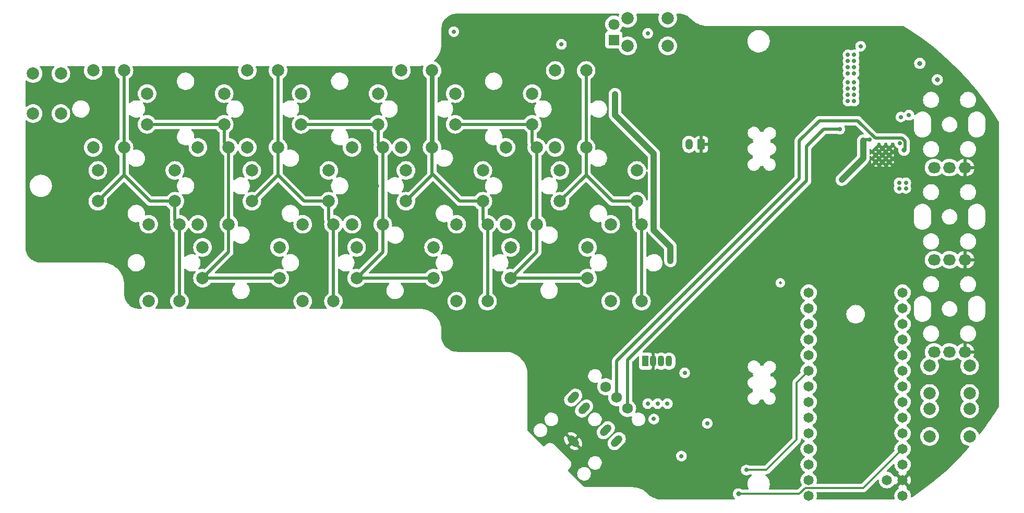
<source format=gbr>
%TF.GenerationSoftware,KiCad,Pcbnew,(6.0.10-0)*%
%TF.CreationDate,2024-12-15T11:01:57+01:00*%
%TF.ProjectId,MiniChord,4d696e69-4368-46f7-9264-2e6b69636164,rev?*%
%TF.SameCoordinates,Original*%
%TF.FileFunction,Copper,L3,Inr*%
%TF.FilePolarity,Positive*%
%FSLAX46Y46*%
G04 Gerber Fmt 4.6, Leading zero omitted, Abs format (unit mm)*
G04 Created by KiCad (PCBNEW (6.0.10-0)) date 2024-12-15 11:01:57*
%MOMM*%
%LPD*%
G01*
G04 APERTURE LIST*
G04 Aperture macros list*
%AMRoundRect*
0 Rectangle with rounded corners*
0 $1 Rounding radius*
0 $2 $3 $4 $5 $6 $7 $8 $9 X,Y pos of 4 corners*
0 Add a 4 corners polygon primitive as box body*
4,1,4,$2,$3,$4,$5,$6,$7,$8,$9,$2,$3,0*
0 Add four circle primitives for the rounded corners*
1,1,$1+$1,$2,$3*
1,1,$1+$1,$4,$5*
1,1,$1+$1,$6,$7*
1,1,$1+$1,$8,$9*
0 Add four rect primitives between the rounded corners*
20,1,$1+$1,$2,$3,$4,$5,0*
20,1,$1+$1,$4,$5,$6,$7,0*
20,1,$1+$1,$6,$7,$8,$9,0*
20,1,$1+$1,$8,$9,$2,$3,0*%
%AMHorizOval*
0 Thick line with rounded ends*
0 $1 width*
0 $2 $3 position (X,Y) of the first rounded end (center of the circle)*
0 $4 $5 position (X,Y) of the second rounded end (center of the circle)*
0 Add line between two ends*
20,1,$1,$2,$3,$4,$5,0*
0 Add two circle primitives to create the rounded ends*
1,1,$1,$2,$3*
1,1,$1,$4,$5*%
G04 Aperture macros list end*
%TA.AperFunction,ComponentPad*%
%ADD10C,2.000000*%
%TD*%
%TA.AperFunction,ComponentPad*%
%ADD11R,1.070000X1.800000*%
%TD*%
%TA.AperFunction,ComponentPad*%
%ADD12O,1.070000X1.800000*%
%TD*%
%TA.AperFunction,ComponentPad*%
%ADD13R,1.800000X1.800000*%
%TD*%
%TA.AperFunction,ComponentPad*%
%ADD14C,1.800000*%
%TD*%
%TA.AperFunction,ComponentPad*%
%ADD15O,2.050000X1.800000*%
%TD*%
%TA.AperFunction,ComponentPad*%
%ADD16C,0.500000*%
%TD*%
%TA.AperFunction,ComponentPad*%
%ADD17C,1.750000*%
%TD*%
%TA.AperFunction,ComponentPad*%
%ADD18HorizOval,1.200000X-0.353553X-0.353553X0.353553X0.353553X0*%
%TD*%
%TA.AperFunction,ComponentPad*%
%ADD19HorizOval,1.200000X0.353553X-0.353553X-0.353553X0.353553X0*%
%TD*%
%TA.AperFunction,ComponentPad*%
%ADD20HorizOval,1.200000X0.353553X0.353553X-0.353553X-0.353553X0*%
%TD*%
%TA.AperFunction,ComponentPad*%
%ADD21RoundRect,0.250000X0.350000X0.625000X-0.350000X0.625000X-0.350000X-0.625000X0.350000X-0.625000X0*%
%TD*%
%TA.AperFunction,ComponentPad*%
%ADD22O,1.200000X1.750000*%
%TD*%
%TA.AperFunction,ComponentPad*%
%ADD23C,1.650000*%
%TD*%
%TA.AperFunction,ViaPad*%
%ADD24C,0.700000*%
%TD*%
%TA.AperFunction,ViaPad*%
%ADD25C,0.500000*%
%TD*%
%TA.AperFunction,ViaPad*%
%ADD26C,0.800000*%
%TD*%
%TA.AperFunction,Conductor*%
%ADD27C,0.500000*%
%TD*%
%TA.AperFunction,Conductor*%
%ADD28C,0.750000*%
%TD*%
%TA.AperFunction,Conductor*%
%ADD29C,1.000000*%
%TD*%
%TA.AperFunction,Conductor*%
%ADD30C,0.350000*%
%TD*%
G04 APERTURE END LIST*
D10*
%TO.N,Row 4*%
%TO.C,SW11*%
X75000000Y-91750000D03*
X75000000Y-104250000D03*
%TO.N,Read matrix 2*%
X70000000Y-91750000D03*
X70000000Y-104250000D03*
%TD*%
%TO.N,3.3V*%
%TO.C,SW26*%
X121250000Y-75250000D03*
X114750000Y-75250000D03*
%TO.N,Rythm*%
X121250000Y-70750000D03*
X114750000Y-70750000D03*
%TD*%
D11*
%TO.N,Net-(D2-Pad1)*%
%TO.C,D2*%
X117640000Y-126500000D03*
D12*
%TO.N,GND*%
X118910000Y-126500000D03*
%TO.N,Net-(D2-Pad3)*%
X120180000Y-126500000D03*
%TO.N,Net-(D2-Pad4)*%
X121450000Y-126500000D03*
%TD*%
D10*
%TO.N,Row 5*%
%TO.C,SW12*%
X91250000Y-100500000D03*
X78750000Y-100500000D03*
%TO.N,Read matrix 2*%
X91250000Y-95500000D03*
X78750000Y-95500000D03*
%TD*%
%TO.N,Row 1*%
%TO.C,SW15*%
X42000000Y-104250000D03*
X42000000Y-116750000D03*
%TO.N,Read matrix 3*%
X37000000Y-104250000D03*
X37000000Y-116750000D03*
%TD*%
%TO.N,Row 3*%
%TO.C,SW10*%
X66250000Y-100500000D03*
X53750000Y-100500000D03*
%TO.N,Read matrix 2*%
X66250000Y-95500000D03*
X53750000Y-95500000D03*
%TD*%
D13*
%TO.N,Net-(D1-Pad1)*%
%TO.C,D1*%
X112500000Y-74270000D03*
D14*
%TO.N,Rythm led*%
X112500000Y-71730000D03*
%TD*%
D10*
%TO.N,Row 7*%
%TO.C,SW21*%
X117000000Y-104250000D03*
X117000000Y-116750000D03*
%TO.N,Read matrix 3*%
X112000000Y-104250000D03*
X112000000Y-116750000D03*
%TD*%
%TO.N,Row 6*%
%TO.C,SW6*%
X99250000Y-88000000D03*
X86750000Y-88000000D03*
%TO.N,Read matrix 1*%
X99250000Y-83000000D03*
X86750000Y-83000000D03*
%TD*%
%TO.N,Row 7*%
%TO.C,SW14*%
X116250000Y-100500000D03*
X103750000Y-100500000D03*
%TO.N,Read matrix 2*%
X116250000Y-95500000D03*
X103750000Y-95500000D03*
%TD*%
%TO.N,Row 2*%
%TO.C,SW2*%
X49250000Y-88000000D03*
X36750000Y-88000000D03*
%TO.N,Read matrix 1*%
X49250000Y-83000000D03*
X36750000Y-83000000D03*
%TD*%
%TO.N,Row 3*%
%TO.C,SW17*%
X67000000Y-104250000D03*
X67000000Y-116750000D03*
%TO.N,Read matrix 3*%
X62000000Y-104250000D03*
X62000000Y-116750000D03*
%TD*%
D15*
%TO.N,3.3V*%
%TO.C,RV3*%
X164500000Y-95030000D03*
%TO.N,Chord*%
X167000000Y-95030000D03*
%TO.N,GND*%
X169500000Y-95030000D03*
%TD*%
D10*
%TO.N,Row 6*%
%TO.C,SW13*%
X100000000Y-91750000D03*
X100000000Y-104250000D03*
%TO.N,Read matrix 2*%
X95000000Y-91750000D03*
X95000000Y-104250000D03*
%TD*%
%TO.N,3.3V*%
%TO.C,SW24*%
X170250000Y-131750000D03*
X163750000Y-131750000D03*
%TO.N,Up pgm*%
X170250000Y-127250000D03*
X163750000Y-127250000D03*
%TD*%
%TO.N,Row 4*%
%TO.C,SW18*%
X83250000Y-113000000D03*
X70750000Y-113000000D03*
%TO.N,Read matrix 3*%
X83250000Y-108000000D03*
X70750000Y-108000000D03*
%TD*%
%TO.N,Row 2*%
%TO.C,SW16*%
X58250000Y-113000000D03*
X45750000Y-113000000D03*
%TO.N,Read matrix 3*%
X58250000Y-108000000D03*
X45750000Y-108000000D03*
%TD*%
%TO.N,Row 6*%
%TO.C,SW20*%
X108250000Y-113000000D03*
X95750000Y-113000000D03*
%TO.N,Read matrix 3*%
X108250000Y-108000000D03*
X95750000Y-108000000D03*
%TD*%
D15*
%TO.N,3.3V*%
%TO.C,RV2*%
X164500000Y-110030000D03*
%TO.N,Harp*%
X167000000Y-110030000D03*
%TO.N,GND*%
X169500000Y-110030000D03*
%TD*%
D10*
%TO.N,Row 4*%
%TO.C,SW4*%
X74250000Y-88000000D03*
X61750000Y-88000000D03*
%TO.N,Read matrix 1*%
X74250000Y-83000000D03*
X61750000Y-83000000D03*
%TD*%
%TO.N,Sharp*%
%TO.C,SW22*%
X22750000Y-79750000D03*
X22750000Y-86250000D03*
%TO.N,Read matrix 1*%
X18250000Y-79750000D03*
X18250000Y-86250000D03*
%TD*%
D16*
%TO.N,GND*%
%TO.C,U2*%
X156100000Y-93000000D03*
X157200000Y-94100000D03*
X157200000Y-91900000D03*
X156100000Y-91900000D03*
X156100000Y-94100000D03*
X155000000Y-93000000D03*
X155000000Y-94100000D03*
X155000000Y-91900000D03*
X157200000Y-93000000D03*
%TD*%
D10*
%TO.N,Row 5*%
%TO.C,SW5*%
X83000000Y-79250000D03*
X83000000Y-91750000D03*
%TO.N,Read matrix 1*%
X78000000Y-79250000D03*
X78000000Y-91750000D03*
%TD*%
%TO.N,Row 5*%
%TO.C,SW19*%
X92000000Y-104250000D03*
X92000000Y-116750000D03*
%TO.N,Read matrix 3*%
X87000000Y-104250000D03*
X87000000Y-116750000D03*
%TD*%
%TO.N,Row 2*%
%TO.C,SW9*%
X50000000Y-91750000D03*
X50000000Y-104250000D03*
%TO.N,Read matrix 2*%
X45000000Y-91750000D03*
X45000000Y-104250000D03*
%TD*%
D15*
%TO.N,3.3V*%
%TO.C,RV1*%
X164500000Y-125000000D03*
%TO.N,Mod*%
X167000000Y-125000000D03*
%TO.N,GND*%
X169500000Y-125000000D03*
%TD*%
D10*
%TO.N,Row 7*%
%TO.C,SW7*%
X108000000Y-79250000D03*
X108000000Y-91750000D03*
%TO.N,Read matrix 1*%
X103000000Y-79250000D03*
X103000000Y-91750000D03*
%TD*%
%TO.N,Row 3*%
%TO.C,SW3*%
X58000000Y-79250000D03*
X58000000Y-91750000D03*
%TO.N,Read matrix 1*%
X53000000Y-79250000D03*
X53000000Y-91750000D03*
%TD*%
D17*
%TO.N,VBAT*%
%TO.C,J2*%
X114738835Y-134196699D03*
%TO.N,EN*%
X112971068Y-132428932D03*
%TO.N,unconnected-(J2-PadI)*%
X111203301Y-130661165D03*
D18*
%TO.N,Net-(C16-Pad1)*%
X105900000Y-132428932D03*
%TO.N,unconnected-(J2-PadRs)*%
X107667767Y-134196699D03*
D19*
%TO.N,GND*%
X105900000Y-139500000D03*
D20*
%TO.N,Net-(C17-Pad1)*%
X112971068Y-139500000D03*
%TO.N,unconnected-(J2-PadTs)*%
X111203301Y-137732233D03*
%TD*%
D10*
%TO.N,Row 1*%
%TO.C,SW1*%
X33000000Y-79250000D03*
X33000000Y-91750000D03*
%TO.N,Read matrix 1*%
X28000000Y-79250000D03*
X28000000Y-91750000D03*
%TD*%
%TO.N,3.3V*%
%TO.C,SW25*%
X163750000Y-134250000D03*
X170250000Y-134250000D03*
%TO.N,Down pgm*%
X163750000Y-138750000D03*
X170250000Y-138750000D03*
%TD*%
%TO.N,Row 1*%
%TO.C,SW8*%
X41250000Y-100500000D03*
X28750000Y-100500000D03*
%TO.N,Read matrix 2*%
X41250000Y-95500000D03*
X28750000Y-95500000D03*
%TD*%
D21*
%TO.N,GND*%
%TO.C,J3*%
X126700000Y-91255000D03*
D22*
%TO.N,VBAT*%
X124700000Y-91255000D03*
%TD*%
D23*
%TO.N,GND*%
%TO.C,U1*%
X144130000Y-148375000D03*
%TO.N,R led*%
X144130000Y-145835000D03*
%TO.N,G led*%
X144130000Y-143295000D03*
%TO.N,B led*%
X144130000Y-140755000D03*
%TO.N,_Mute*%
X144130000Y-138215000D03*
%TO.N,Read matrix 3*%
X144130000Y-135675000D03*
%TO.N,Read matrix 2*%
X144130000Y-133135000D03*
%TO.N,Read matrix 1*%
X144130000Y-130595000D03*
%TO.N,DIN*%
X144130000Y-128055000D03*
%TO.N,Down pgm*%
X144130000Y-125515000D03*
%TO.N,Up pgm*%
X144130000Y-122975000D03*
%TO.N,LBO*%
X144130000Y-120435000D03*
%TO.N,Rythm*%
X144130000Y-117895000D03*
%TO.N,Rythm led*%
X144130000Y-115355000D03*
%TO.N,Data matrix*%
X159370000Y-115355000D03*
%TO.N,Storage clock*%
X159370000Y-117895000D03*
%TO.N,Shift clock*%
X159370000Y-120435000D03*
%TO.N,Chord*%
X159370000Y-122975000D03*
%TO.N,Harp*%
X159370000Y-125515000D03*
%TO.N,Net-(R9-Pad1)*%
X159370000Y-128055000D03*
%TO.N,Net-(R10-Pad1)*%
X159370000Y-130595000D03*
%TO.N,LRCK*%
X159370000Y-133135000D03*
%TO.N,BCK*%
X159370000Y-135675000D03*
%TO.N,Mod*%
X159370000Y-138215000D03*
%TO.N,SCK*%
X159370000Y-140755000D03*
%TO.N,3.3V*%
X159370000Y-143295000D03*
%TO.N,GND*%
X159370000Y-145835000D03*
%TO.N,5V*%
X159370000Y-148375000D03*
%TO.N,VUSB*%
X156830000Y-145835000D03*
%TD*%
D24*
%TO.N,3.3V*%
X104000000Y-75000000D03*
X121700000Y-110200000D03*
X119000000Y-135900000D03*
X119000000Y-100500000D03*
X86525000Y-72925000D03*
D25*
X139525000Y-113775000D03*
D24*
X127662500Y-136600000D03*
X118000000Y-73200000D03*
X124000000Y-128400000D03*
X160400000Y-86500000D03*
X112700000Y-83100000D03*
X123475000Y-141925000D03*
%TO.N,B led*%
X121200000Y-133400000D03*
%TO.N,G led*%
X119600000Y-133400000D03*
%TO.N,R led*%
X118000000Y-133400000D03*
%TO.N,VBAT*%
X151500000Y-78707500D03*
X150500000Y-79707500D03*
X159900000Y-98400000D03*
X151500000Y-77707500D03*
X150500000Y-78707500D03*
X149200000Y-88800000D03*
X151500000Y-79707500D03*
X150500000Y-76707500D03*
X151500000Y-76707500D03*
X152550000Y-75300000D03*
X159900000Y-97500000D03*
X158800000Y-97500000D03*
X150500000Y-77707500D03*
X158800000Y-98400000D03*
%TO.N,GND*%
X125000000Y-143000000D03*
D26*
X52000000Y-110500000D03*
X113000000Y-98000000D03*
X113000000Y-123000000D03*
X153000000Y-117000000D03*
X92000000Y-122000000D03*
X159000000Y-105500000D03*
X55000000Y-85000000D03*
X147000000Y-141000000D03*
X108000000Y-98000000D03*
X149000000Y-110000000D03*
D25*
X137000000Y-99000000D03*
D26*
X167000000Y-133000000D03*
X127000000Y-122000000D03*
X39500000Y-110500000D03*
X46000000Y-80900000D03*
D24*
X156000000Y-76707500D03*
D26*
X161200000Y-90600500D03*
X88000000Y-98000000D03*
X37000000Y-98000000D03*
D24*
X149000000Y-126000000D03*
D26*
X151000000Y-134500000D03*
D24*
X127800000Y-130800000D03*
D26*
X83000000Y-98000000D03*
X152000000Y-103000000D03*
D24*
X141000000Y-146000000D03*
D26*
X62000000Y-98000000D03*
D24*
X156000000Y-84707500D03*
X155000000Y-84707500D03*
X151000000Y-128000000D03*
D26*
X151000000Y-130000000D03*
X159000000Y-108500000D03*
D24*
X98875000Y-77875000D03*
D26*
X101000000Y-122000000D03*
X151000000Y-136000000D03*
X65000000Y-86000000D03*
D24*
X151000000Y-126000000D03*
D25*
X137000000Y-120000000D03*
X138000000Y-109200000D03*
D26*
X93000000Y-85500000D03*
X58000000Y-98000000D03*
X149000000Y-134500000D03*
D24*
X125000000Y-140000000D03*
D26*
X147000000Y-108000000D03*
X55000000Y-87000000D03*
X172000000Y-110000000D03*
D24*
X124000000Y-143000000D03*
X157000000Y-84707500D03*
X86400000Y-71000000D03*
D26*
X77000000Y-110500000D03*
X80000000Y-85000000D03*
D24*
X157000000Y-76707500D03*
X92365000Y-74865000D03*
D26*
X24250000Y-98000000D03*
X149000000Y-133000000D03*
X151000000Y-141000000D03*
X81000000Y-88000000D03*
X71000000Y-81000000D03*
D24*
X125000000Y-141000000D03*
D26*
X147500000Y-77500000D03*
X47500000Y-98000000D03*
D24*
X133600000Y-139000000D03*
X139000000Y-146000000D03*
X125000000Y-142000000D03*
D26*
X126000000Y-74000000D03*
X105500000Y-85500000D03*
D24*
X139000000Y-141000000D03*
D26*
X164000000Y-143000000D03*
X115000000Y-81000000D03*
D24*
X153250000Y-86750000D03*
D26*
X114500000Y-110500000D03*
X115000000Y-84500000D03*
X74000000Y-98000000D03*
D24*
X113300000Y-142400000D03*
D26*
X89500000Y-110500000D03*
D24*
X149000000Y-128000000D03*
D26*
X65000000Y-81000000D03*
X149000000Y-136000000D03*
X172000000Y-95000000D03*
X98000000Y-98000000D03*
X172000000Y-125000000D03*
D24*
X154450000Y-75300000D03*
X108100000Y-70900000D03*
D26*
X165000000Y-79000000D03*
X148000000Y-109000000D03*
X102000000Y-110500000D03*
X64500000Y-110500000D03*
D24*
X154000000Y-84707500D03*
%TO.N,VUSB*%
X151500000Y-84207500D03*
X151500000Y-81207500D03*
X150500000Y-83207500D03*
X150500000Y-82207500D03*
X150500000Y-84207500D03*
X151500000Y-82207500D03*
X150500000Y-81207500D03*
X151500000Y-83207500D03*
%TO.N,5V*%
X149500000Y-97000000D03*
X154000000Y-90500000D03*
X153000000Y-91500000D03*
X153000000Y-90500000D03*
%TO.N,LBO*%
X158900000Y-91100000D03*
X159100000Y-86800000D03*
D26*
%TO.N,EN*%
X159600000Y-92200000D03*
D24*
%TO.N,DIN*%
X134000000Y-144200000D03*
D26*
%TO.N,SCK*%
X132725000Y-148075000D03*
%TO.N,Net-(D3-Pad2)*%
X162155000Y-78095000D03*
X165000000Y-80750000D03*
%TD*%
D27*
%TO.N,Row 1*%
X42000000Y-104250000D02*
X42000000Y-116750000D01*
X41250000Y-100500000D02*
X41250000Y-103500000D01*
X37250000Y-100500000D02*
X33000000Y-96250000D01*
X33000000Y-91750000D02*
X33000000Y-96250000D01*
X41250000Y-100500000D02*
X37250000Y-100500000D01*
X41250000Y-103500000D02*
X42000000Y-104250000D01*
X33000000Y-96250000D02*
X28750000Y-100500000D01*
X33000000Y-79250000D02*
X33000000Y-91750000D01*
%TO.N,Row 2*%
X36750000Y-88000000D02*
X49250000Y-88000000D01*
X45750000Y-113000000D02*
X58250000Y-113000000D01*
X50000000Y-91750000D02*
X50000000Y-104250000D01*
X49250000Y-91000000D02*
X50000000Y-91750000D01*
X50000000Y-108750000D02*
X45750000Y-113000000D01*
X50000000Y-104250000D02*
X50000000Y-108750000D01*
X49250000Y-88000000D02*
X49250000Y-91000000D01*
%TO.N,Row 3*%
X66250000Y-100500000D02*
X66250000Y-103500000D01*
X58000000Y-79250000D02*
X58000000Y-91750000D01*
X58000000Y-91750000D02*
X58000000Y-96250000D01*
X66250000Y-100500000D02*
X62250000Y-100500000D01*
X66250000Y-103500000D02*
X67000000Y-104250000D01*
X58000000Y-96250000D02*
X53750000Y-100500000D01*
X62250000Y-100500000D02*
X58000000Y-96250000D01*
X67000000Y-104250000D02*
X67000000Y-116750000D01*
%TO.N,Row 4*%
X74250000Y-91000000D02*
X75000000Y-91750000D01*
X75000000Y-104250000D02*
X75000000Y-108750000D01*
X75000000Y-108750000D02*
X70750000Y-113000000D01*
X61750000Y-88000000D02*
X74250000Y-88000000D01*
X75000000Y-91750000D02*
X75000000Y-104250000D01*
X74250000Y-88000000D02*
X74250000Y-91000000D01*
X70750000Y-113000000D02*
X83250000Y-113000000D01*
%TO.N,Row 5*%
X91250000Y-103500000D02*
X92000000Y-104250000D01*
X78750000Y-100500000D02*
X83000000Y-96250000D01*
X83000000Y-96250000D02*
X83000000Y-96000000D01*
X87500000Y-100500000D02*
X83000000Y-96000000D01*
X91250000Y-100500000D02*
X87500000Y-100500000D01*
D28*
X83000000Y-79250000D02*
X83000000Y-91750000D01*
D27*
X91250000Y-100500000D02*
X91250000Y-103500000D01*
X83000000Y-96000000D02*
X83000000Y-91750000D01*
X92000000Y-104250000D02*
X92000000Y-116750000D01*
%TO.N,Row 6*%
X99250000Y-91000000D02*
X100000000Y-91750000D01*
X95750000Y-113000000D02*
X108250000Y-113000000D01*
X86750000Y-88000000D02*
X99250000Y-88000000D01*
X100000000Y-108750000D02*
X95750000Y-113000000D01*
X100000000Y-104250000D02*
X100000000Y-108750000D01*
X100000000Y-91750000D02*
X100000000Y-104250000D01*
X99250000Y-88000000D02*
X99250000Y-91000000D01*
%TO.N,Row 7*%
X108000000Y-91750000D02*
X108000000Y-96250000D01*
X108000000Y-96250000D02*
X103750000Y-100500000D01*
X116250000Y-100500000D02*
X112250000Y-100500000D01*
X108000000Y-79250000D02*
X108000000Y-91750000D01*
X117000000Y-104250000D02*
X117000000Y-116750000D01*
X116250000Y-100500000D02*
X116250000Y-103500000D01*
X116250000Y-103500000D02*
X117000000Y-104250000D01*
X112250000Y-100500000D02*
X108000000Y-96250000D01*
D29*
%TO.N,3.3V*%
X112700000Y-83100000D02*
X112700000Y-86500000D01*
X121700000Y-110200000D02*
X121700000Y-107900000D01*
X121700000Y-107900000D02*
X119000000Y-105200000D01*
X119000000Y-92800000D02*
X119000000Y-100500000D01*
X112700000Y-86500000D02*
X119000000Y-92800000D01*
X119000000Y-105200000D02*
X119000000Y-100500000D01*
D27*
%TO.N,VBAT*%
X143800000Y-91599999D02*
X143800000Y-97200000D01*
X149200000Y-88800000D02*
X146600000Y-88800000D01*
X143800000Y-97200000D02*
X114738835Y-126261165D01*
X146600000Y-88800000D02*
X143800000Y-91599999D01*
X114738835Y-126261165D02*
X114738835Y-134196699D01*
%TO.N,5V*%
X154000000Y-90500000D02*
X153000000Y-90500000D01*
D29*
X153000000Y-91500000D02*
X153000000Y-93500000D01*
X153000000Y-91500000D02*
X153000000Y-90650000D01*
X153000000Y-93500000D02*
X149500000Y-97000000D01*
D27*
%TO.N,EN*%
X152102082Y-87400000D02*
X154952082Y-90250000D01*
X142600000Y-90650000D02*
X145850000Y-87400000D01*
X159750000Y-92050000D02*
X159600000Y-92200000D01*
X112971068Y-132428932D02*
X112971068Y-126428932D01*
X154952082Y-90250000D02*
X159252082Y-90250000D01*
X145850000Y-87400000D02*
X152102082Y-87400000D01*
X159252082Y-90250000D02*
X159750000Y-90747918D01*
X159750000Y-90747918D02*
X159750000Y-92050000D01*
X142600000Y-96800000D02*
X142600000Y-90650000D01*
X112971068Y-126428932D02*
X142600000Y-96800000D01*
D30*
%TO.N,DIN*%
X134000000Y-144200000D02*
X137258148Y-144200000D01*
X142200000Y-139258148D02*
X142200000Y-129985000D01*
X142200000Y-129985000D02*
X144130000Y-128055000D01*
X137258148Y-144200000D02*
X142200000Y-139258148D01*
%TO.N,SCK*%
X142625000Y-148075000D02*
X143600000Y-147100000D01*
X143600000Y-147100000D02*
X153025000Y-147100000D01*
X132725000Y-148075000D02*
X142625000Y-148075000D01*
X153025000Y-147100000D02*
X159370000Y-140755000D01*
%TD*%
%TA.AperFunction,Conductor*%
%TO.N,GND*%
G36*
X113303899Y-70028502D02*
G01*
X113350392Y-70082158D01*
X113360496Y-70152432D01*
X113352187Y-70182717D01*
X113310895Y-70282406D01*
X113293431Y-70355150D01*
X113288818Y-70374363D01*
X113253465Y-70435932D01*
X113190439Y-70468614D01*
X113119748Y-70462033D01*
X113105403Y-70455255D01*
X113083887Y-70443377D01*
X113083879Y-70443374D01*
X113079355Y-70440876D01*
X113074486Y-70439152D01*
X113074482Y-70439150D01*
X112865903Y-70365288D01*
X112865899Y-70365287D01*
X112861028Y-70363562D01*
X112855935Y-70362655D01*
X112855932Y-70362654D01*
X112638095Y-70323851D01*
X112638089Y-70323850D01*
X112633006Y-70322945D01*
X112560096Y-70322054D01*
X112406581Y-70320179D01*
X112406579Y-70320179D01*
X112401411Y-70320116D01*
X112172464Y-70355150D01*
X111952314Y-70427106D01*
X111947726Y-70429494D01*
X111947722Y-70429496D01*
X111845524Y-70482697D01*
X111746872Y-70534052D01*
X111742739Y-70537155D01*
X111742736Y-70537157D01*
X111605130Y-70640475D01*
X111561655Y-70673117D01*
X111558083Y-70676855D01*
X111407504Y-70834427D01*
X111401639Y-70840564D01*
X111271119Y-71031899D01*
X111173602Y-71241981D01*
X111111707Y-71465169D01*
X111087095Y-71695469D01*
X111087392Y-71700622D01*
X111087392Y-71700625D01*
X111094057Y-71816213D01*
X111100427Y-71926697D01*
X111101564Y-71931743D01*
X111101565Y-71931749D01*
X111123153Y-72027541D01*
X111151346Y-72152642D01*
X111153288Y-72157424D01*
X111153289Y-72157428D01*
X111204480Y-72283496D01*
X111238484Y-72367237D01*
X111315995Y-72493724D01*
X111355688Y-72558496D01*
X111359501Y-72564719D01*
X111362882Y-72568622D01*
X111471304Y-72693788D01*
X111500786Y-72758373D01*
X111490671Y-72828646D01*
X111444170Y-72882294D01*
X111420296Y-72894267D01*
X111373373Y-72911858D01*
X111353295Y-72919385D01*
X111236739Y-73006739D01*
X111149385Y-73123295D01*
X111098255Y-73259684D01*
X111091500Y-73321866D01*
X111091500Y-75218134D01*
X111098255Y-75280316D01*
X111149385Y-75416705D01*
X111236739Y-75533261D01*
X111353295Y-75620615D01*
X111489684Y-75671745D01*
X111551866Y-75678500D01*
X113210511Y-75678500D01*
X113278632Y-75698502D01*
X113326920Y-75756282D01*
X113380298Y-75885148D01*
X113401760Y-75936963D01*
X113404346Y-75941183D01*
X113523241Y-76135202D01*
X113523245Y-76135208D01*
X113525824Y-76139416D01*
X113620471Y-76250233D01*
X113673467Y-76312283D01*
X113680031Y-76319969D01*
X113860584Y-76474176D01*
X113864792Y-76476755D01*
X113864798Y-76476759D01*
X114058817Y-76595654D01*
X114063037Y-76598240D01*
X114067607Y-76600133D01*
X114067611Y-76600135D01*
X114202217Y-76655890D01*
X114282406Y-76689105D01*
X114331682Y-76700935D01*
X114508476Y-76743380D01*
X114508482Y-76743381D01*
X114513289Y-76744535D01*
X114750000Y-76763165D01*
X114986711Y-76744535D01*
X114991518Y-76743381D01*
X114991524Y-76743380D01*
X115168318Y-76700935D01*
X115217594Y-76689105D01*
X115297783Y-76655890D01*
X115432389Y-76600135D01*
X115432393Y-76600133D01*
X115436963Y-76598240D01*
X115441183Y-76595654D01*
X115635202Y-76476759D01*
X115635208Y-76476755D01*
X115639416Y-76474176D01*
X115819969Y-76319969D01*
X115826534Y-76312283D01*
X115879529Y-76250233D01*
X115974176Y-76139416D01*
X115976755Y-76135208D01*
X115976759Y-76135202D01*
X116095654Y-75941183D01*
X116098240Y-75936963D01*
X116119703Y-75885148D01*
X116187211Y-75722167D01*
X116187212Y-75722165D01*
X116189105Y-75717594D01*
X116220336Y-75587506D01*
X116243380Y-75491524D01*
X116243381Y-75491518D01*
X116244535Y-75486711D01*
X116263165Y-75250000D01*
X119736835Y-75250000D01*
X119755465Y-75486711D01*
X119756619Y-75491518D01*
X119756620Y-75491524D01*
X119779664Y-75587506D01*
X119810895Y-75717594D01*
X119812788Y-75722165D01*
X119812789Y-75722167D01*
X119880298Y-75885148D01*
X119901760Y-75936963D01*
X119904346Y-75941183D01*
X120023241Y-76135202D01*
X120023245Y-76135208D01*
X120025824Y-76139416D01*
X120120471Y-76250233D01*
X120173467Y-76312283D01*
X120180031Y-76319969D01*
X120360584Y-76474176D01*
X120364792Y-76476755D01*
X120364798Y-76476759D01*
X120558817Y-76595654D01*
X120563037Y-76598240D01*
X120567607Y-76600133D01*
X120567611Y-76600135D01*
X120702217Y-76655890D01*
X120782406Y-76689105D01*
X120831682Y-76700935D01*
X121008476Y-76743380D01*
X121008482Y-76743381D01*
X121013289Y-76744535D01*
X121250000Y-76763165D01*
X121486711Y-76744535D01*
X121491518Y-76743381D01*
X121491524Y-76743380D01*
X121668318Y-76700935D01*
X121717594Y-76689105D01*
X121797783Y-76655890D01*
X121932389Y-76600135D01*
X121932393Y-76600133D01*
X121936963Y-76598240D01*
X121941183Y-76595654D01*
X122135202Y-76476759D01*
X122135208Y-76476755D01*
X122139416Y-76474176D01*
X122319969Y-76319969D01*
X122326534Y-76312283D01*
X122379529Y-76250233D01*
X122474176Y-76139416D01*
X122476755Y-76135208D01*
X122476759Y-76135202D01*
X122595654Y-75941183D01*
X122598240Y-75936963D01*
X122619703Y-75885148D01*
X122687211Y-75722167D01*
X122687212Y-75722165D01*
X122689105Y-75717594D01*
X122720336Y-75587506D01*
X122743380Y-75491524D01*
X122743381Y-75491518D01*
X122744535Y-75486711D01*
X122763165Y-75250000D01*
X122744535Y-75013289D01*
X122742512Y-75004860D01*
X122699832Y-74827089D01*
X122689105Y-74782406D01*
X122687211Y-74777833D01*
X122600135Y-74567611D01*
X122600133Y-74567607D01*
X122598240Y-74563037D01*
X122552839Y-74488949D01*
X122530519Y-74452526D01*
X134187050Y-74452526D01*
X134188800Y-74488949D01*
X134199947Y-74721019D01*
X134252388Y-74984656D01*
X134343220Y-75237646D01*
X134345432Y-75241762D01*
X134345433Y-75241765D01*
X134380252Y-75306565D01*
X134470450Y-75474431D01*
X134473241Y-75478168D01*
X134473245Y-75478175D01*
X134523789Y-75545861D01*
X134631281Y-75689810D01*
X134634590Y-75693090D01*
X134634595Y-75693096D01*
X134795945Y-75853043D01*
X134822180Y-75879050D01*
X134825942Y-75881808D01*
X134825945Y-75881811D01*
X135009907Y-76016697D01*
X135038954Y-76037995D01*
X135043089Y-76040171D01*
X135043093Y-76040173D01*
X135266774Y-76157858D01*
X135276840Y-76163154D01*
X135530613Y-76251775D01*
X135535206Y-76252647D01*
X135790109Y-76301042D01*
X135790112Y-76301042D01*
X135794698Y-76301913D01*
X135922370Y-76306929D01*
X136058625Y-76312283D01*
X136058630Y-76312283D01*
X136063293Y-76312466D01*
X136167607Y-76301042D01*
X136325844Y-76283713D01*
X136325850Y-76283712D01*
X136330497Y-76283203D01*
X136397977Y-76265437D01*
X136585918Y-76215956D01*
X136585920Y-76215955D01*
X136590441Y-76214765D01*
X136594738Y-76212919D01*
X136833120Y-76110502D01*
X136833122Y-76110501D01*
X136837414Y-76108657D01*
X136997477Y-76009607D01*
X137062017Y-75969669D01*
X137062021Y-75969666D01*
X137065990Y-75967210D01*
X137271149Y-75793530D01*
X137448382Y-75591434D01*
X137490419Y-75526081D01*
X137591269Y-75369291D01*
X137593797Y-75365361D01*
X137704199Y-75120278D01*
X137735953Y-75007686D01*
X137775893Y-74866072D01*
X137775894Y-74866069D01*
X137777163Y-74861568D01*
X137795043Y-74721019D01*
X137810688Y-74598045D01*
X137810688Y-74598041D01*
X137811086Y-74594915D01*
X137813571Y-74500000D01*
X137802767Y-74354613D01*
X137793996Y-74236592D01*
X137793996Y-74236591D01*
X137793650Y-74231937D01*
X137781905Y-74180031D01*
X137735361Y-73974331D01*
X137735360Y-73974326D01*
X137734327Y-73969763D01*
X137636902Y-73719238D01*
X137503518Y-73485864D01*
X137456858Y-73426675D01*
X137419648Y-73379475D01*
X137337105Y-73274769D01*
X137141317Y-73090591D01*
X136920457Y-72937374D01*
X136908678Y-72931565D01*
X136683564Y-72820551D01*
X136683561Y-72820550D01*
X136679376Y-72818486D01*
X136631745Y-72803239D01*
X136575087Y-72785103D01*
X136423370Y-72736538D01*
X136418763Y-72735788D01*
X136418760Y-72735787D01*
X136162674Y-72694081D01*
X136162675Y-72694081D01*
X136158063Y-72693330D01*
X136027719Y-72691624D01*
X135893961Y-72689873D01*
X135893958Y-72689873D01*
X135889284Y-72689812D01*
X135622937Y-72726060D01*
X135618451Y-72727368D01*
X135618449Y-72727368D01*
X135575852Y-72739784D01*
X135364874Y-72801278D01*
X135120763Y-72913815D01*
X135104052Y-72924771D01*
X134899881Y-73058631D01*
X134899876Y-73058635D01*
X134895968Y-73061197D01*
X134695426Y-73240188D01*
X134523544Y-73446854D01*
X134384096Y-73676656D01*
X134382287Y-73680970D01*
X134382285Y-73680974D01*
X134300383Y-73876289D01*
X134280148Y-73924545D01*
X134213981Y-74185077D01*
X134187050Y-74452526D01*
X122530519Y-74452526D01*
X122476759Y-74364798D01*
X122476755Y-74364792D01*
X122474176Y-74360584D01*
X122319969Y-74180031D01*
X122139416Y-74025824D01*
X122135208Y-74023245D01*
X122135202Y-74023241D01*
X121941183Y-73904346D01*
X121936963Y-73901760D01*
X121932393Y-73899867D01*
X121932389Y-73899865D01*
X121722167Y-73812789D01*
X121722165Y-73812788D01*
X121717594Y-73810895D01*
X121604856Y-73783829D01*
X121491524Y-73756620D01*
X121491518Y-73756619D01*
X121486711Y-73755465D01*
X121250000Y-73736835D01*
X121013289Y-73755465D01*
X121008482Y-73756619D01*
X121008476Y-73756620D01*
X120895144Y-73783829D01*
X120782406Y-73810895D01*
X120777835Y-73812788D01*
X120777833Y-73812789D01*
X120567611Y-73899865D01*
X120567607Y-73899867D01*
X120563037Y-73901760D01*
X120558817Y-73904346D01*
X120364798Y-74023241D01*
X120364792Y-74023245D01*
X120360584Y-74025824D01*
X120180031Y-74180031D01*
X120025824Y-74360584D01*
X120023245Y-74364792D01*
X120023241Y-74364798D01*
X119947161Y-74488949D01*
X119901760Y-74563037D01*
X119899867Y-74567607D01*
X119899865Y-74567611D01*
X119812789Y-74777833D01*
X119810895Y-74782406D01*
X119800168Y-74827089D01*
X119757489Y-75004860D01*
X119755465Y-75013289D01*
X119736835Y-75250000D01*
X116263165Y-75250000D01*
X116244535Y-75013289D01*
X116242512Y-75004860D01*
X116199832Y-74827089D01*
X116189105Y-74782406D01*
X116187211Y-74777833D01*
X116100135Y-74567611D01*
X116100133Y-74567607D01*
X116098240Y-74563037D01*
X116052839Y-74488949D01*
X115976759Y-74364798D01*
X115976755Y-74364792D01*
X115974176Y-74360584D01*
X115819969Y-74180031D01*
X115639416Y-74025824D01*
X115635208Y-74023245D01*
X115635202Y-74023241D01*
X115441183Y-73904346D01*
X115436963Y-73901760D01*
X115432393Y-73899867D01*
X115432389Y-73899865D01*
X115222167Y-73812789D01*
X115222165Y-73812788D01*
X115217594Y-73810895D01*
X115104856Y-73783829D01*
X114991524Y-73756620D01*
X114991518Y-73756619D01*
X114986711Y-73755465D01*
X114750000Y-73736835D01*
X114513289Y-73755465D01*
X114508482Y-73756619D01*
X114508476Y-73756620D01*
X114395144Y-73783829D01*
X114282406Y-73810895D01*
X114277835Y-73812788D01*
X114277833Y-73812789D01*
X114082718Y-73893608D01*
X114012128Y-73901197D01*
X113948641Y-73869418D01*
X113912414Y-73808359D01*
X113908500Y-73777199D01*
X113908500Y-73321866D01*
X113901745Y-73259684D01*
X113879370Y-73200000D01*
X117136771Y-73200000D01*
X117155635Y-73379475D01*
X117157675Y-73385753D01*
X117157675Y-73385754D01*
X117178825Y-73450847D01*
X117211401Y-73551107D01*
X117301633Y-73707393D01*
X117306051Y-73712300D01*
X117306052Y-73712301D01*
X117396532Y-73812789D01*
X117422387Y-73841504D01*
X117427729Y-73845385D01*
X117427731Y-73845387D01*
X117555235Y-73938024D01*
X117568385Y-73947578D01*
X117574413Y-73950262D01*
X117574415Y-73950263D01*
X117727217Y-74018295D01*
X117733248Y-74020980D01*
X117821508Y-74039740D01*
X117903311Y-74057128D01*
X117903315Y-74057128D01*
X117909768Y-74058500D01*
X118090232Y-74058500D01*
X118096685Y-74057128D01*
X118096689Y-74057128D01*
X118178492Y-74039740D01*
X118266752Y-74020980D01*
X118272783Y-74018295D01*
X118425585Y-73950263D01*
X118425587Y-73950262D01*
X118431615Y-73947578D01*
X118444765Y-73938024D01*
X118572269Y-73845387D01*
X118572271Y-73845385D01*
X118577613Y-73841504D01*
X118603468Y-73812789D01*
X118693948Y-73712301D01*
X118693949Y-73712300D01*
X118698367Y-73707393D01*
X118788599Y-73551107D01*
X118821175Y-73450847D01*
X118842325Y-73385754D01*
X118842325Y-73385753D01*
X118844365Y-73379475D01*
X118863229Y-73200000D01*
X118844365Y-73020525D01*
X118788599Y-72848893D01*
X118771044Y-72818486D01*
X118724553Y-72737963D01*
X118698367Y-72692607D01*
X118659698Y-72649660D01*
X118582035Y-72563407D01*
X118582034Y-72563406D01*
X118577613Y-72558496D01*
X118555904Y-72542723D01*
X118436957Y-72456303D01*
X118436956Y-72456302D01*
X118431615Y-72452422D01*
X118425587Y-72449738D01*
X118425585Y-72449737D01*
X118272783Y-72381705D01*
X118272781Y-72381705D01*
X118266752Y-72379020D01*
X118178492Y-72360260D01*
X118096689Y-72342872D01*
X118096685Y-72342872D01*
X118090232Y-72341500D01*
X117909768Y-72341500D01*
X117903315Y-72342872D01*
X117903311Y-72342872D01*
X117821508Y-72360260D01*
X117733248Y-72379020D01*
X117727219Y-72381704D01*
X117727217Y-72381705D01*
X117574416Y-72449737D01*
X117574414Y-72449738D01*
X117568386Y-72452422D01*
X117563045Y-72456302D01*
X117563044Y-72456303D01*
X117427731Y-72554613D01*
X117427729Y-72554615D01*
X117422387Y-72558496D01*
X117417966Y-72563406D01*
X117417965Y-72563407D01*
X117340303Y-72649660D01*
X117301633Y-72692607D01*
X117275447Y-72737963D01*
X117228957Y-72818486D01*
X117211401Y-72848893D01*
X117155635Y-73020525D01*
X117136771Y-73200000D01*
X113879370Y-73200000D01*
X113850615Y-73123295D01*
X113763261Y-73006739D01*
X113646705Y-72919385D01*
X113638296Y-72916233D01*
X113638295Y-72916232D01*
X113579804Y-72894305D01*
X113523039Y-72851664D01*
X113498339Y-72785103D01*
X113513546Y-72715754D01*
X113535093Y-72687073D01*
X113572636Y-72649660D01*
X113572640Y-72649655D01*
X113576303Y-72646005D01*
X113711458Y-72457917D01*
X113728555Y-72423325D01*
X113811784Y-72254922D01*
X113811785Y-72254920D01*
X113814078Y-72250280D01*
X113844705Y-72149473D01*
X113883646Y-72090109D01*
X113948500Y-72061222D01*
X114018677Y-72071983D01*
X114031097Y-72078668D01*
X114049768Y-72090109D01*
X114063037Y-72098240D01*
X114067607Y-72100133D01*
X114067611Y-72100135D01*
X114263570Y-72181303D01*
X114282406Y-72189105D01*
X114326467Y-72199683D01*
X114508476Y-72243380D01*
X114508482Y-72243381D01*
X114513289Y-72244535D01*
X114750000Y-72263165D01*
X114986711Y-72244535D01*
X114991518Y-72243381D01*
X114991524Y-72243380D01*
X115173533Y-72199683D01*
X115217594Y-72189105D01*
X115236430Y-72181303D01*
X115432389Y-72100135D01*
X115432393Y-72100133D01*
X115436963Y-72098240D01*
X115450232Y-72090109D01*
X115635202Y-71976759D01*
X115635208Y-71976755D01*
X115639416Y-71974176D01*
X115819969Y-71819969D01*
X115974176Y-71639416D01*
X115976755Y-71635208D01*
X115976759Y-71635202D01*
X116095654Y-71441183D01*
X116098240Y-71436963D01*
X116134637Y-71349094D01*
X116187211Y-71222167D01*
X116187212Y-71222165D01*
X116189105Y-71217594D01*
X116224748Y-71069132D01*
X116243380Y-70991524D01*
X116243381Y-70991518D01*
X116244535Y-70986711D01*
X116263165Y-70750000D01*
X116244535Y-70513289D01*
X116243298Y-70508133D01*
X116206569Y-70355150D01*
X116189105Y-70282406D01*
X116147813Y-70182717D01*
X116140224Y-70112128D01*
X116172003Y-70048641D01*
X116233062Y-70012414D01*
X116264222Y-70008500D01*
X119735778Y-70008500D01*
X119803899Y-70028502D01*
X119850392Y-70082158D01*
X119860496Y-70152432D01*
X119852187Y-70182717D01*
X119810895Y-70282406D01*
X119793431Y-70355150D01*
X119756703Y-70508133D01*
X119755465Y-70513289D01*
X119736835Y-70750000D01*
X119755465Y-70986711D01*
X119756619Y-70991518D01*
X119756620Y-70991524D01*
X119775252Y-71069132D01*
X119810895Y-71217594D01*
X119812788Y-71222165D01*
X119812789Y-71222167D01*
X119865364Y-71349094D01*
X119901760Y-71436963D01*
X119904346Y-71441183D01*
X120023241Y-71635202D01*
X120023245Y-71635208D01*
X120025824Y-71639416D01*
X120180031Y-71819969D01*
X120360584Y-71974176D01*
X120364792Y-71976755D01*
X120364798Y-71976759D01*
X120549768Y-72090109D01*
X120563037Y-72098240D01*
X120567607Y-72100133D01*
X120567611Y-72100135D01*
X120763570Y-72181303D01*
X120782406Y-72189105D01*
X120826467Y-72199683D01*
X121008476Y-72243380D01*
X121008482Y-72243381D01*
X121013289Y-72244535D01*
X121250000Y-72263165D01*
X121486711Y-72244535D01*
X121491518Y-72243381D01*
X121491524Y-72243380D01*
X121673533Y-72199683D01*
X121717594Y-72189105D01*
X121736430Y-72181303D01*
X121932389Y-72100135D01*
X121932393Y-72100133D01*
X121936963Y-72098240D01*
X121950232Y-72090109D01*
X122135202Y-71976759D01*
X122135208Y-71976755D01*
X122139416Y-71974176D01*
X122319969Y-71819969D01*
X122474176Y-71639416D01*
X122476755Y-71635208D01*
X122476759Y-71635202D01*
X122595654Y-71441183D01*
X122598240Y-71436963D01*
X122634637Y-71349094D01*
X122687211Y-71222167D01*
X122687212Y-71222165D01*
X122689105Y-71217594D01*
X122724748Y-71069132D01*
X122743380Y-70991524D01*
X122743381Y-70991518D01*
X122744535Y-70986711D01*
X122763165Y-70750000D01*
X122744535Y-70513289D01*
X122743298Y-70508133D01*
X122706569Y-70355150D01*
X122689105Y-70282406D01*
X122647813Y-70182717D01*
X122640224Y-70112128D01*
X122672003Y-70048641D01*
X122733062Y-70012414D01*
X122764222Y-70008500D01*
X123055773Y-70008500D01*
X123073140Y-70009703D01*
X123102042Y-70013725D01*
X123120531Y-70011002D01*
X123143559Y-70009745D01*
X123370204Y-70018157D01*
X123383572Y-70019368D01*
X123636384Y-70055943D01*
X123649546Y-70058570D01*
X123897031Y-70121830D01*
X123909824Y-70125838D01*
X124051682Y-70178721D01*
X124149176Y-70215066D01*
X124161485Y-70220418D01*
X124389983Y-70334600D01*
X124401652Y-70341230D01*
X124616720Y-70479079D01*
X124627592Y-70486895D01*
X124826779Y-70646843D01*
X124836777Y-70655788D01*
X124992284Y-70810598D01*
X125008789Y-70830851D01*
X125011131Y-70834427D01*
X125011135Y-70834432D01*
X125014501Y-70839571D01*
X125015284Y-70840240D01*
X125015851Y-70841097D01*
X125024300Y-70850381D01*
X125028091Y-70853435D01*
X125028096Y-70853439D01*
X125031150Y-70855899D01*
X125040248Y-70863981D01*
X125261427Y-71080471D01*
X125261434Y-71080477D01*
X125263476Y-71082476D01*
X125521825Y-71292912D01*
X125798254Y-71478961D01*
X125800755Y-71480332D01*
X125800756Y-71480332D01*
X126083392Y-71635202D01*
X126090469Y-71639080D01*
X126396044Y-71771939D01*
X126398758Y-71772835D01*
X126398765Y-71772838D01*
X126525518Y-71814700D01*
X126712443Y-71876435D01*
X127037039Y-71951700D01*
X127367138Y-71997111D01*
X127664666Y-72010679D01*
X127679827Y-72012294D01*
X127682649Y-72012769D01*
X127682653Y-72012769D01*
X127687448Y-72013576D01*
X127693793Y-72013653D01*
X127695140Y-72013670D01*
X127695143Y-72013670D01*
X127700000Y-72013729D01*
X127727624Y-72009773D01*
X127745486Y-72008500D01*
X159468689Y-72008500D01*
X159535290Y-72027541D01*
X160446795Y-72595124D01*
X160449696Y-72596986D01*
X160964322Y-72937374D01*
X161489419Y-73284688D01*
X161492275Y-73286634D01*
X162512728Y-74002585D01*
X162515530Y-74004609D01*
X163515965Y-74748282D01*
X163518710Y-74750382D01*
X163859112Y-75018223D01*
X164487041Y-75512301D01*
X164498343Y-75521194D01*
X164501020Y-75523360D01*
X164701021Y-75689810D01*
X165459183Y-76320787D01*
X165461809Y-76323034D01*
X166397726Y-77146429D01*
X166400290Y-77148748D01*
X167313283Y-77997517D01*
X167315781Y-77999905D01*
X167757561Y-78433798D01*
X168196395Y-78864798D01*
X168205094Y-78873342D01*
X168207515Y-78875785D01*
X169072641Y-79773393D01*
X169074964Y-79775872D01*
X169751542Y-80517533D01*
X169915083Y-80696806D01*
X169917377Y-80699391D01*
X170731903Y-81643002D01*
X170734126Y-81645649D01*
X170743498Y-81657128D01*
X171522510Y-82611302D01*
X171524613Y-82613952D01*
X172274792Y-83586067D01*
X172286222Y-83600878D01*
X172288286Y-83603631D01*
X172987737Y-84563326D01*
X173022482Y-84610998D01*
X173024476Y-84613813D01*
X173540881Y-85364798D01*
X173730792Y-85640978D01*
X173732700Y-85643835D01*
X174408261Y-86686413D01*
X174410600Y-86690023D01*
X174412425Y-86692928D01*
X174750282Y-87247071D01*
X174973081Y-87612501D01*
X174991500Y-87678092D01*
X174991500Y-133820942D01*
X174972895Y-133886838D01*
X174401600Y-134817907D01*
X174399777Y-134820789D01*
X173813269Y-135720525D01*
X173710103Y-135878788D01*
X173708183Y-135881647D01*
X172989873Y-136920376D01*
X172987876Y-136923181D01*
X172241453Y-137941886D01*
X172239380Y-137944636D01*
X171918076Y-138358906D01*
X171860522Y-138400476D01*
X171789630Y-138404330D01*
X171727908Y-138369246D01*
X171695993Y-138311097D01*
X171690262Y-138287223D01*
X171690260Y-138287217D01*
X171689105Y-138282406D01*
X171678153Y-138255965D01*
X171600135Y-138067611D01*
X171600133Y-138067607D01*
X171598240Y-138063037D01*
X171580546Y-138034163D01*
X171476759Y-137864798D01*
X171476755Y-137864792D01*
X171474176Y-137860584D01*
X171319969Y-137680031D01*
X171139416Y-137525824D01*
X171135208Y-137523245D01*
X171135202Y-137523241D01*
X170941183Y-137404346D01*
X170936963Y-137401760D01*
X170932393Y-137399867D01*
X170932389Y-137399865D01*
X170722167Y-137312789D01*
X170722165Y-137312788D01*
X170717594Y-137310895D01*
X170637391Y-137291640D01*
X170491524Y-137256620D01*
X170491518Y-137256619D01*
X170486711Y-137255465D01*
X170250000Y-137236835D01*
X170013289Y-137255465D01*
X170008482Y-137256619D01*
X170008476Y-137256620D01*
X169862609Y-137291640D01*
X169782406Y-137310895D01*
X169777835Y-137312788D01*
X169777833Y-137312789D01*
X169567611Y-137399865D01*
X169567607Y-137399867D01*
X169563037Y-137401760D01*
X169558817Y-137404346D01*
X169364798Y-137523241D01*
X169364792Y-137523245D01*
X169360584Y-137525824D01*
X169180031Y-137680031D01*
X169025824Y-137860584D01*
X169023245Y-137864792D01*
X169023241Y-137864798D01*
X168919454Y-138034163D01*
X168901760Y-138063037D01*
X168899867Y-138067607D01*
X168899865Y-138067611D01*
X168821847Y-138255965D01*
X168810895Y-138282406D01*
X168809326Y-138288943D01*
X168763617Y-138479334D01*
X168755465Y-138513289D01*
X168736835Y-138750000D01*
X168755465Y-138986711D01*
X168756619Y-138991518D01*
X168756620Y-138991524D01*
X168783857Y-139104973D01*
X168810895Y-139217594D01*
X168812788Y-139222165D01*
X168812789Y-139222167D01*
X168897743Y-139427264D01*
X168901760Y-139436963D01*
X168904346Y-139441183D01*
X169023241Y-139635202D01*
X169023245Y-139635208D01*
X169025824Y-139639416D01*
X169180031Y-139819969D01*
X169360584Y-139974176D01*
X169364792Y-139976755D01*
X169364798Y-139976759D01*
X169551315Y-140091057D01*
X169563037Y-140098240D01*
X169567607Y-140100133D01*
X169567611Y-140100135D01*
X169777833Y-140187211D01*
X169782406Y-140189105D01*
X169862609Y-140208360D01*
X170008476Y-140243380D01*
X170008482Y-140243381D01*
X170013289Y-140244535D01*
X170109974Y-140252144D01*
X170176314Y-140277429D01*
X170218454Y-140334567D01*
X170223013Y-140405417D01*
X170195283Y-140460301D01*
X169832697Y-140878456D01*
X169830406Y-140881027D01*
X168977264Y-141812236D01*
X168974903Y-141814743D01*
X168096626Y-142722298D01*
X168094252Y-142724684D01*
X167727055Y-143083933D01*
X167191499Y-143607897D01*
X167189005Y-143610271D01*
X166860911Y-143914167D01*
X166262477Y-144468464D01*
X166259966Y-144470727D01*
X165873461Y-144809578D01*
X165310286Y-145303316D01*
X165307666Y-145305550D01*
X164940998Y-145609697D01*
X164335624Y-146111847D01*
X164332993Y-146113969D01*
X163339237Y-146893435D01*
X163336534Y-146895495D01*
X162321894Y-147647476D01*
X162319151Y-147649452D01*
X161710894Y-148075000D01*
X161284287Y-148373462D01*
X161281438Y-148375397D01*
X160891096Y-148632891D01*
X160823219Y-148653705D01*
X160754865Y-148634518D01*
X160707734Y-148581421D01*
X160696194Y-148516732D01*
X160708115Y-148380475D01*
X160708594Y-148375000D01*
X160688258Y-148142556D01*
X160686834Y-148137241D01*
X160629290Y-147922484D01*
X160629289Y-147922482D01*
X160627867Y-147917174D01*
X160606398Y-147871134D01*
X160531582Y-147710690D01*
X160531579Y-147710685D01*
X160529256Y-147705703D01*
X160495567Y-147657590D01*
X160398581Y-147519079D01*
X160398579Y-147519076D01*
X160395422Y-147514568D01*
X160230432Y-147349578D01*
X160225924Y-147346421D01*
X160225921Y-147346419D01*
X160124400Y-147275334D01*
X160039297Y-147215744D01*
X160034887Y-147213688D01*
X159986030Y-147162449D01*
X159972593Y-147092735D01*
X159998979Y-147026824D01*
X160035019Y-146995594D01*
X160043551Y-146990668D01*
X160101000Y-146950441D01*
X160109375Y-146939964D01*
X160102307Y-146926517D01*
X159382812Y-146207022D01*
X159368868Y-146199408D01*
X159367035Y-146199539D01*
X159360420Y-146203790D01*
X158636972Y-146927238D01*
X158630542Y-146939013D01*
X158639838Y-146951028D01*
X158696449Y-146990668D01*
X158704981Y-146995594D01*
X158753973Y-147046979D01*
X158767406Y-147116693D01*
X158741017Y-147182603D01*
X158705175Y-147213659D01*
X158700703Y-147215744D01*
X158615600Y-147275334D01*
X158514079Y-147346419D01*
X158514076Y-147346421D01*
X158509568Y-147349578D01*
X158344578Y-147514568D01*
X158341421Y-147519076D01*
X158341419Y-147519079D01*
X158244433Y-147657590D01*
X158210744Y-147705703D01*
X158208421Y-147710685D01*
X158208418Y-147710690D01*
X158133602Y-147871134D01*
X158112133Y-147917174D01*
X158110711Y-147922482D01*
X158110710Y-147922484D01*
X158053166Y-148137241D01*
X158051742Y-148142556D01*
X158031406Y-148375000D01*
X158051742Y-148607444D01*
X158053166Y-148612757D01*
X158053166Y-148612759D01*
X158112133Y-148832826D01*
X158109533Y-148833523D01*
X158113380Y-148893139D01*
X158078923Y-148955213D01*
X158016375Y-148988804D01*
X157990449Y-148991500D01*
X145509016Y-148991500D01*
X145440895Y-148971498D01*
X145394402Y-148917842D01*
X145384298Y-148847568D01*
X145388014Y-148832820D01*
X145387395Y-148832654D01*
X145446339Y-148612672D01*
X145448242Y-148601877D01*
X145467613Y-148380475D01*
X145467613Y-148369525D01*
X145448242Y-148148123D01*
X145446339Y-148137328D01*
X145394031Y-147942111D01*
X145395721Y-147871134D01*
X145435515Y-147812339D01*
X145500780Y-147784391D01*
X145515738Y-147783500D01*
X152996955Y-147783500D01*
X153005524Y-147783792D01*
X153053458Y-147787060D01*
X153053462Y-147787060D01*
X153061034Y-147787576D01*
X153068511Y-147786271D01*
X153068514Y-147786271D01*
X153121647Y-147776998D01*
X153128171Y-147776035D01*
X153181691Y-147769558D01*
X153189235Y-147768645D01*
X153196345Y-147765958D01*
X153201248Y-147764754D01*
X153211734Y-147761886D01*
X153216526Y-147760439D01*
X153224004Y-147759134D01*
X153230957Y-147756082D01*
X153280341Y-147734405D01*
X153286446Y-147731914D01*
X153336882Y-147712855D01*
X153336885Y-147712853D01*
X153343989Y-147710169D01*
X153350246Y-147705869D01*
X153354714Y-147703533D01*
X153364160Y-147698275D01*
X153368526Y-147695693D01*
X153375485Y-147692638D01*
X153424304Y-147655177D01*
X153429623Y-147651314D01*
X153474065Y-147620769D01*
X153480326Y-147616466D01*
X153520233Y-147571676D01*
X153525213Y-147566402D01*
X155281451Y-145810164D01*
X155343763Y-145776138D01*
X155414578Y-145781203D01*
X155471414Y-145823750D01*
X155496067Y-145888277D01*
X155511742Y-146067444D01*
X155513166Y-146072757D01*
X155513166Y-146072759D01*
X155562772Y-146257889D01*
X155572133Y-146292826D01*
X155574455Y-146297806D01*
X155574456Y-146297808D01*
X155668418Y-146499310D01*
X155668421Y-146499315D01*
X155670744Y-146504297D01*
X155673900Y-146508804D01*
X155673901Y-146508806D01*
X155782963Y-146664562D01*
X155804578Y-146695432D01*
X155969568Y-146860422D01*
X155974076Y-146863579D01*
X155974079Y-146863581D01*
X156156194Y-146991099D01*
X156160703Y-146994256D01*
X156165685Y-146996579D01*
X156165690Y-146996582D01*
X156367192Y-147090544D01*
X156372174Y-147092867D01*
X156377482Y-147094289D01*
X156377484Y-147094290D01*
X156592241Y-147151834D01*
X156592243Y-147151834D01*
X156597556Y-147153258D01*
X156830000Y-147173594D01*
X157062444Y-147153258D01*
X157067757Y-147151834D01*
X157067759Y-147151834D01*
X157282516Y-147094290D01*
X157282518Y-147094289D01*
X157287826Y-147092867D01*
X157292808Y-147090544D01*
X157494310Y-146996582D01*
X157494315Y-146996579D01*
X157499297Y-146994256D01*
X157503806Y-146991099D01*
X157685921Y-146863581D01*
X157685924Y-146863579D01*
X157690432Y-146860422D01*
X157855422Y-146695432D01*
X157877038Y-146664562D01*
X157976790Y-146522100D01*
X157989256Y-146504297D01*
X157991312Y-146499887D01*
X158042551Y-146451030D01*
X158112265Y-146437593D01*
X158178176Y-146463979D01*
X158209406Y-146500019D01*
X158214332Y-146508551D01*
X158254559Y-146566000D01*
X158265036Y-146574375D01*
X158278483Y-146567307D01*
X158997978Y-145847812D01*
X159004356Y-145836132D01*
X159734408Y-145836132D01*
X159734539Y-145837965D01*
X159738790Y-145844580D01*
X160462238Y-146568028D01*
X160474013Y-146574458D01*
X160486028Y-146565162D01*
X160525665Y-146508554D01*
X160531148Y-146499059D01*
X160625072Y-146297636D01*
X160628818Y-146287344D01*
X160686339Y-146072672D01*
X160688242Y-146061877D01*
X160707613Y-145840475D01*
X160707613Y-145829525D01*
X160688242Y-145608123D01*
X160686339Y-145597328D01*
X160628818Y-145382656D01*
X160625072Y-145372364D01*
X160531148Y-145170941D01*
X160525665Y-145161446D01*
X160485441Y-145104000D01*
X160474964Y-145095625D01*
X160461517Y-145102693D01*
X159742022Y-145822188D01*
X159734408Y-145836132D01*
X159004356Y-145836132D01*
X159005592Y-145833868D01*
X159005461Y-145832035D01*
X159001210Y-145825420D01*
X158277762Y-145101972D01*
X158265987Y-145095542D01*
X158253972Y-145104838D01*
X158214332Y-145161449D01*
X158209406Y-145169981D01*
X158158021Y-145218973D01*
X158088307Y-145232406D01*
X158022397Y-145206017D01*
X157991341Y-145170175D01*
X157989256Y-145165703D01*
X157855422Y-144974568D01*
X157690432Y-144809578D01*
X157685924Y-144806421D01*
X157685921Y-144806419D01*
X157503806Y-144678901D01*
X157503801Y-144678898D01*
X157499297Y-144675744D01*
X157494315Y-144673421D01*
X157494310Y-144673418D01*
X157292808Y-144579456D01*
X157292806Y-144579455D01*
X157287826Y-144577133D01*
X157282518Y-144575711D01*
X157282516Y-144575710D01*
X157067759Y-144518166D01*
X157067757Y-144518166D01*
X157062444Y-144516742D01*
X156911583Y-144503544D01*
X156883277Y-144501067D01*
X156817159Y-144475204D01*
X156775520Y-144417700D01*
X156771579Y-144346813D01*
X156805164Y-144286451D01*
X157821451Y-143270164D01*
X157883763Y-143236138D01*
X157954578Y-143241203D01*
X158011414Y-143283750D01*
X158036067Y-143348277D01*
X158051742Y-143527444D01*
X158053166Y-143532757D01*
X158053166Y-143532759D01*
X158108123Y-143737859D01*
X158112133Y-143752826D01*
X158114455Y-143757806D01*
X158114456Y-143757808D01*
X158208418Y-143959310D01*
X158208421Y-143959315D01*
X158210744Y-143964297D01*
X158213900Y-143968804D01*
X158213901Y-143968806D01*
X158336551Y-144143968D01*
X158344578Y-144155432D01*
X158509568Y-144320422D01*
X158514076Y-144323579D01*
X158514079Y-144323581D01*
X158545273Y-144345423D01*
X158700703Y-144454256D01*
X158705113Y-144456312D01*
X158753970Y-144507551D01*
X158767407Y-144577265D01*
X158741021Y-144643176D01*
X158704981Y-144674406D01*
X158696449Y-144679332D01*
X158639000Y-144719559D01*
X158630625Y-144730036D01*
X158637693Y-144743483D01*
X159357188Y-145462978D01*
X159371132Y-145470592D01*
X159372965Y-145470461D01*
X159379580Y-145466210D01*
X160103028Y-144742762D01*
X160109458Y-144730987D01*
X160100162Y-144718972D01*
X160043551Y-144679332D01*
X160035019Y-144674406D01*
X159986027Y-144623021D01*
X159972594Y-144553307D01*
X159998983Y-144487397D01*
X160034825Y-144456341D01*
X160039297Y-144454256D01*
X160194727Y-144345423D01*
X160225921Y-144323581D01*
X160225924Y-144323579D01*
X160230432Y-144320422D01*
X160395422Y-144155432D01*
X160403450Y-144143968D01*
X160526099Y-143968806D01*
X160526100Y-143968804D01*
X160529256Y-143964297D01*
X160531579Y-143959315D01*
X160531582Y-143959310D01*
X160625544Y-143757808D01*
X160625545Y-143757806D01*
X160627867Y-143752826D01*
X160631878Y-143737859D01*
X160686834Y-143532759D01*
X160686834Y-143532757D01*
X160688258Y-143527444D01*
X160708594Y-143295000D01*
X160688258Y-143062556D01*
X160666442Y-142981138D01*
X160629290Y-142842484D01*
X160629289Y-142842482D01*
X160627867Y-142837174D01*
X160625544Y-142832192D01*
X160531582Y-142630690D01*
X160531579Y-142630685D01*
X160529256Y-142625703D01*
X160521414Y-142614503D01*
X160398581Y-142439079D01*
X160398579Y-142439076D01*
X160395422Y-142434568D01*
X160230432Y-142269578D01*
X160225924Y-142266421D01*
X160225921Y-142266419D01*
X160120772Y-142192793D01*
X160039297Y-142135744D01*
X160035293Y-142133877D01*
X159986531Y-142082736D01*
X159973095Y-142013023D01*
X159999482Y-141947112D01*
X160035188Y-141916172D01*
X160039297Y-141914256D01*
X160120772Y-141857207D01*
X160225921Y-141783581D01*
X160225924Y-141783579D01*
X160230432Y-141780422D01*
X160395422Y-141615432D01*
X160401835Y-141606274D01*
X160526099Y-141428806D01*
X160526100Y-141428804D01*
X160529256Y-141424297D01*
X160531579Y-141419315D01*
X160531582Y-141419310D01*
X160625544Y-141217808D01*
X160625545Y-141217806D01*
X160627867Y-141212826D01*
X160637354Y-141177422D01*
X160686834Y-140992759D01*
X160686834Y-140992757D01*
X160688258Y-140987444D01*
X160708594Y-140755000D01*
X160688258Y-140522556D01*
X160663598Y-140430523D01*
X160629290Y-140302484D01*
X160629289Y-140302482D01*
X160627867Y-140297174D01*
X160612008Y-140263165D01*
X160531582Y-140090690D01*
X160531579Y-140090685D01*
X160529256Y-140085703D01*
X160526099Y-140081194D01*
X160398581Y-139899079D01*
X160398579Y-139899076D01*
X160395422Y-139894568D01*
X160230432Y-139729578D01*
X160225924Y-139726421D01*
X160225921Y-139726419D01*
X160075076Y-139620797D01*
X160039297Y-139595744D01*
X160035293Y-139593877D01*
X159986531Y-139542736D01*
X159973095Y-139473023D01*
X159999482Y-139407112D01*
X160035188Y-139376172D01*
X160039297Y-139374256D01*
X160132709Y-139308848D01*
X160225921Y-139243581D01*
X160225924Y-139243579D01*
X160230432Y-139240422D01*
X160395422Y-139075432D01*
X160401513Y-139066734D01*
X160526099Y-138888806D01*
X160526100Y-138888804D01*
X160529256Y-138884297D01*
X160531579Y-138879315D01*
X160531582Y-138879310D01*
X160591880Y-138750000D01*
X162236835Y-138750000D01*
X162255465Y-138986711D01*
X162256619Y-138991518D01*
X162256620Y-138991524D01*
X162283857Y-139104973D01*
X162310895Y-139217594D01*
X162312788Y-139222165D01*
X162312789Y-139222167D01*
X162397743Y-139427264D01*
X162401760Y-139436963D01*
X162404346Y-139441183D01*
X162523241Y-139635202D01*
X162523245Y-139635208D01*
X162525824Y-139639416D01*
X162680031Y-139819969D01*
X162860584Y-139974176D01*
X162864792Y-139976755D01*
X162864798Y-139976759D01*
X163051315Y-140091057D01*
X163063037Y-140098240D01*
X163067607Y-140100133D01*
X163067611Y-140100135D01*
X163277833Y-140187211D01*
X163282406Y-140189105D01*
X163362609Y-140208360D01*
X163508476Y-140243380D01*
X163508482Y-140243381D01*
X163513289Y-140244535D01*
X163750000Y-140263165D01*
X163986711Y-140244535D01*
X163991518Y-140243381D01*
X163991524Y-140243380D01*
X164137391Y-140208360D01*
X164217594Y-140189105D01*
X164222167Y-140187211D01*
X164432389Y-140100135D01*
X164432393Y-140100133D01*
X164436963Y-140098240D01*
X164448685Y-140091057D01*
X164635202Y-139976759D01*
X164635208Y-139976755D01*
X164639416Y-139974176D01*
X164819969Y-139819969D01*
X164974176Y-139639416D01*
X164976755Y-139635208D01*
X164976759Y-139635202D01*
X165095654Y-139441183D01*
X165098240Y-139436963D01*
X165102258Y-139427264D01*
X165187211Y-139222167D01*
X165187212Y-139222165D01*
X165189105Y-139217594D01*
X165216143Y-139104973D01*
X165243380Y-138991524D01*
X165243381Y-138991518D01*
X165244535Y-138986711D01*
X165263165Y-138750000D01*
X165244535Y-138513289D01*
X165236384Y-138479334D01*
X165190674Y-138288943D01*
X165189105Y-138282406D01*
X165178153Y-138255965D01*
X165100135Y-138067611D01*
X165100133Y-138067607D01*
X165098240Y-138063037D01*
X165080546Y-138034163D01*
X164976759Y-137864798D01*
X164976755Y-137864792D01*
X164974176Y-137860584D01*
X164819969Y-137680031D01*
X164639416Y-137525824D01*
X164635208Y-137523245D01*
X164635202Y-137523241D01*
X164441183Y-137404346D01*
X164436963Y-137401760D01*
X164432393Y-137399867D01*
X164432389Y-137399865D01*
X164222167Y-137312789D01*
X164222165Y-137312788D01*
X164217594Y-137310895D01*
X164137391Y-137291640D01*
X163991524Y-137256620D01*
X163991518Y-137256619D01*
X163986711Y-137255465D01*
X163750000Y-137236835D01*
X163513289Y-137255465D01*
X163508482Y-137256619D01*
X163508476Y-137256620D01*
X163362609Y-137291640D01*
X163282406Y-137310895D01*
X163277835Y-137312788D01*
X163277833Y-137312789D01*
X163067611Y-137399865D01*
X163067607Y-137399867D01*
X163063037Y-137401760D01*
X163058817Y-137404346D01*
X162864798Y-137523241D01*
X162864792Y-137523245D01*
X162860584Y-137525824D01*
X162680031Y-137680031D01*
X162525824Y-137860584D01*
X162523245Y-137864792D01*
X162523241Y-137864798D01*
X162419454Y-138034163D01*
X162401760Y-138063037D01*
X162399867Y-138067607D01*
X162399865Y-138067611D01*
X162321847Y-138255965D01*
X162310895Y-138282406D01*
X162309326Y-138288943D01*
X162263617Y-138479334D01*
X162255465Y-138513289D01*
X162236835Y-138750000D01*
X160591880Y-138750000D01*
X160625544Y-138677808D01*
X160625545Y-138677806D01*
X160627867Y-138672826D01*
X160630154Y-138664293D01*
X160686834Y-138452759D01*
X160686834Y-138452757D01*
X160688258Y-138447444D01*
X160708594Y-138215000D01*
X160688258Y-137982556D01*
X160686834Y-137977241D01*
X160629290Y-137762484D01*
X160629289Y-137762482D01*
X160627867Y-137757174D01*
X160593646Y-137683787D01*
X160531582Y-137550690D01*
X160531579Y-137550685D01*
X160529256Y-137545703D01*
X160467235Y-137457128D01*
X160398581Y-137359079D01*
X160398579Y-137359076D01*
X160395422Y-137354568D01*
X160230432Y-137189578D01*
X160225924Y-137186421D01*
X160225921Y-137186419D01*
X160120069Y-137112301D01*
X160039297Y-137055744D01*
X160035293Y-137053877D01*
X159986531Y-137002736D01*
X159973095Y-136933023D01*
X159999482Y-136867112D01*
X160035188Y-136836172D01*
X160039297Y-136834256D01*
X160204907Y-136718295D01*
X160225921Y-136703581D01*
X160225924Y-136703579D01*
X160230432Y-136700422D01*
X160395422Y-136535432D01*
X160405405Y-136521176D01*
X160526099Y-136348806D01*
X160526100Y-136348804D01*
X160529256Y-136344297D01*
X160531579Y-136339315D01*
X160531582Y-136339310D01*
X160625544Y-136137808D01*
X160625545Y-136137806D01*
X160627867Y-136132826D01*
X160642163Y-136079475D01*
X160686834Y-135912759D01*
X160686834Y-135912757D01*
X160688258Y-135907444D01*
X160708594Y-135675000D01*
X160688258Y-135442556D01*
X160680830Y-135414834D01*
X160629290Y-135222484D01*
X160629289Y-135222482D01*
X160627867Y-135217174D01*
X160612700Y-135184648D01*
X160531582Y-135010690D01*
X160531579Y-135010685D01*
X160529256Y-135005703D01*
X160508350Y-134975846D01*
X160398581Y-134819079D01*
X160398579Y-134819076D01*
X160395422Y-134814568D01*
X160230432Y-134649578D01*
X160225924Y-134646421D01*
X160225921Y-134646419D01*
X160043801Y-134518898D01*
X160039297Y-134515744D01*
X160035293Y-134513877D01*
X159986531Y-134462736D01*
X159973095Y-134393023D01*
X159999482Y-134327112D01*
X160035188Y-134296172D01*
X160039297Y-134294256D01*
X160102501Y-134250000D01*
X162236835Y-134250000D01*
X162255465Y-134486711D01*
X162256619Y-134491518D01*
X162256620Y-134491524D01*
X162280168Y-134589606D01*
X162310895Y-134717594D01*
X162312788Y-134722165D01*
X162312789Y-134722167D01*
X162398409Y-134928872D01*
X162401760Y-134936963D01*
X162404346Y-134941183D01*
X162523241Y-135135202D01*
X162523245Y-135135208D01*
X162525824Y-135139416D01*
X162680031Y-135319969D01*
X162860584Y-135474176D01*
X162864792Y-135476755D01*
X162864798Y-135476759D01*
X163025707Y-135575364D01*
X163063037Y-135598240D01*
X163067607Y-135600133D01*
X163067611Y-135600135D01*
X163235135Y-135669525D01*
X163282406Y-135689105D01*
X163307265Y-135695073D01*
X163508476Y-135743380D01*
X163508482Y-135743381D01*
X163513289Y-135744535D01*
X163750000Y-135763165D01*
X163986711Y-135744535D01*
X163991518Y-135743381D01*
X163991524Y-135743380D01*
X164192735Y-135695073D01*
X164217594Y-135689105D01*
X164264865Y-135669525D01*
X164432389Y-135600135D01*
X164432393Y-135600133D01*
X164436963Y-135598240D01*
X164474293Y-135575364D01*
X164635202Y-135476759D01*
X164635208Y-135476755D01*
X164639416Y-135474176D01*
X164819969Y-135319969D01*
X164974176Y-135139416D01*
X164976755Y-135135208D01*
X164976759Y-135135202D01*
X165095654Y-134941183D01*
X165098240Y-134936963D01*
X165101592Y-134928872D01*
X165187211Y-134722167D01*
X165187212Y-134722165D01*
X165189105Y-134717594D01*
X165219832Y-134589606D01*
X165243380Y-134491524D01*
X165243381Y-134491518D01*
X165244535Y-134486711D01*
X165263165Y-134250000D01*
X168736835Y-134250000D01*
X168755465Y-134486711D01*
X168756619Y-134491518D01*
X168756620Y-134491524D01*
X168780168Y-134589606D01*
X168810895Y-134717594D01*
X168812788Y-134722165D01*
X168812789Y-134722167D01*
X168898409Y-134928872D01*
X168901760Y-134936963D01*
X168904346Y-134941183D01*
X169023241Y-135135202D01*
X169023245Y-135135208D01*
X169025824Y-135139416D01*
X169180031Y-135319969D01*
X169360584Y-135474176D01*
X169364792Y-135476755D01*
X169364798Y-135476759D01*
X169525707Y-135575364D01*
X169563037Y-135598240D01*
X169567607Y-135600133D01*
X169567611Y-135600135D01*
X169735135Y-135669525D01*
X169782406Y-135689105D01*
X169807265Y-135695073D01*
X170008476Y-135743380D01*
X170008482Y-135743381D01*
X170013289Y-135744535D01*
X170250000Y-135763165D01*
X170486711Y-135744535D01*
X170491518Y-135743381D01*
X170491524Y-135743380D01*
X170692735Y-135695073D01*
X170717594Y-135689105D01*
X170764865Y-135669525D01*
X170932389Y-135600135D01*
X170932393Y-135600133D01*
X170936963Y-135598240D01*
X170974293Y-135575364D01*
X171135202Y-135476759D01*
X171135208Y-135476755D01*
X171139416Y-135474176D01*
X171319969Y-135319969D01*
X171474176Y-135139416D01*
X171476755Y-135135208D01*
X171476759Y-135135202D01*
X171595654Y-134941183D01*
X171598240Y-134936963D01*
X171601592Y-134928872D01*
X171687211Y-134722167D01*
X171687212Y-134722165D01*
X171689105Y-134717594D01*
X171719832Y-134589606D01*
X171743380Y-134491524D01*
X171743381Y-134491518D01*
X171744535Y-134486711D01*
X171763165Y-134250000D01*
X171744535Y-134013289D01*
X171740482Y-133996404D01*
X171697109Y-133815745D01*
X171689105Y-133782406D01*
X171675399Y-133749316D01*
X171600135Y-133567611D01*
X171600133Y-133567607D01*
X171598240Y-133563037D01*
X171586904Y-133544538D01*
X171476759Y-133364798D01*
X171476755Y-133364792D01*
X171474176Y-133360584D01*
X171319969Y-133180031D01*
X171316213Y-133176823D01*
X171316208Y-133176818D01*
X171221361Y-133095811D01*
X171182551Y-133036361D01*
X171182045Y-132965366D01*
X171221361Y-132904189D01*
X171316208Y-132823182D01*
X171316213Y-132823177D01*
X171319969Y-132819969D01*
X171329197Y-132809165D01*
X171353707Y-132780467D01*
X171474176Y-132639416D01*
X171476755Y-132635208D01*
X171476759Y-132635202D01*
X171595654Y-132441183D01*
X171598240Y-132436963D01*
X171617742Y-132389882D01*
X171687211Y-132222167D01*
X171687212Y-132222165D01*
X171689105Y-132217594D01*
X171729826Y-132047978D01*
X171743380Y-131991524D01*
X171743381Y-131991518D01*
X171744535Y-131986711D01*
X171763165Y-131750000D01*
X171744535Y-131513289D01*
X171741891Y-131502273D01*
X171698935Y-131323352D01*
X171689105Y-131282406D01*
X171681604Y-131264297D01*
X171600135Y-131067611D01*
X171600133Y-131067607D01*
X171598240Y-131063037D01*
X171560263Y-131001064D01*
X171476759Y-130864798D01*
X171476755Y-130864792D01*
X171474176Y-130860584D01*
X171319969Y-130680031D01*
X171139416Y-130525824D01*
X171135208Y-130523245D01*
X171135202Y-130523241D01*
X170941183Y-130404346D01*
X170936963Y-130401760D01*
X170932393Y-130399867D01*
X170932389Y-130399865D01*
X170722167Y-130312789D01*
X170722165Y-130312788D01*
X170717594Y-130310895D01*
X170637391Y-130291640D01*
X170491524Y-130256620D01*
X170491518Y-130256619D01*
X170486711Y-130255465D01*
X170250000Y-130236835D01*
X170013289Y-130255465D01*
X170008482Y-130256619D01*
X170008476Y-130256620D01*
X169862609Y-130291640D01*
X169782406Y-130310895D01*
X169777835Y-130312788D01*
X169777833Y-130312789D01*
X169567611Y-130399865D01*
X169567607Y-130399867D01*
X169563037Y-130401760D01*
X169558817Y-130404346D01*
X169364798Y-130523241D01*
X169364792Y-130523245D01*
X169360584Y-130525824D01*
X169180031Y-130680031D01*
X169025824Y-130860584D01*
X169023245Y-130864792D01*
X169023241Y-130864798D01*
X168939737Y-131001064D01*
X168901760Y-131063037D01*
X168899867Y-131067607D01*
X168899865Y-131067611D01*
X168818396Y-131264297D01*
X168810895Y-131282406D01*
X168801065Y-131323352D01*
X168758110Y-131502273D01*
X168755465Y-131513289D01*
X168736835Y-131750000D01*
X168755465Y-131986711D01*
X168756619Y-131991518D01*
X168756620Y-131991524D01*
X168770174Y-132047978D01*
X168810895Y-132217594D01*
X168812788Y-132222165D01*
X168812789Y-132222167D01*
X168882259Y-132389882D01*
X168901760Y-132436963D01*
X168904346Y-132441183D01*
X169023241Y-132635202D01*
X169023245Y-132635208D01*
X169025824Y-132639416D01*
X169146293Y-132780467D01*
X169170804Y-132809165D01*
X169180031Y-132819969D01*
X169183787Y-132823177D01*
X169183792Y-132823182D01*
X169278639Y-132904189D01*
X169317449Y-132963639D01*
X169317955Y-133034634D01*
X169278639Y-133095811D01*
X169183792Y-133176818D01*
X169183787Y-133176823D01*
X169180031Y-133180031D01*
X169025824Y-133360584D01*
X169023245Y-133364792D01*
X169023241Y-133364798D01*
X168913096Y-133544538D01*
X168901760Y-133563037D01*
X168899867Y-133567607D01*
X168899865Y-133567611D01*
X168824601Y-133749316D01*
X168810895Y-133782406D01*
X168802891Y-133815745D01*
X168759519Y-133996404D01*
X168755465Y-134013289D01*
X168736835Y-134250000D01*
X165263165Y-134250000D01*
X165244535Y-134013289D01*
X165240482Y-133996404D01*
X165197109Y-133815745D01*
X165189105Y-133782406D01*
X165175399Y-133749316D01*
X165100135Y-133567611D01*
X165100133Y-133567607D01*
X165098240Y-133563037D01*
X165086904Y-133544538D01*
X164976759Y-133364798D01*
X164976755Y-133364792D01*
X164974176Y-133360584D01*
X164819969Y-133180031D01*
X164816213Y-133176823D01*
X164816208Y-133176818D01*
X164721361Y-133095811D01*
X164682551Y-133036361D01*
X164682045Y-132965366D01*
X164721361Y-132904189D01*
X164816208Y-132823182D01*
X164816213Y-132823177D01*
X164819969Y-132819969D01*
X164829197Y-132809165D01*
X164853707Y-132780467D01*
X164974176Y-132639416D01*
X164976755Y-132635208D01*
X164976759Y-132635202D01*
X165095654Y-132441183D01*
X165098240Y-132436963D01*
X165117742Y-132389882D01*
X165187211Y-132222167D01*
X165187212Y-132222165D01*
X165189105Y-132217594D01*
X165229826Y-132047978D01*
X165243380Y-131991524D01*
X165243381Y-131991518D01*
X165244535Y-131986711D01*
X165263165Y-131750000D01*
X165244535Y-131513289D01*
X165241891Y-131502273D01*
X165198935Y-131323352D01*
X165189105Y-131282406D01*
X165181604Y-131264297D01*
X165100135Y-131067611D01*
X165100133Y-131067607D01*
X165098240Y-131063037D01*
X165060263Y-131001064D01*
X164976759Y-130864798D01*
X164976755Y-130864792D01*
X164974176Y-130860584D01*
X164819969Y-130680031D01*
X164639416Y-130525824D01*
X164635208Y-130523245D01*
X164635202Y-130523241D01*
X164441183Y-130404346D01*
X164436963Y-130401760D01*
X164432393Y-130399867D01*
X164432389Y-130399865D01*
X164222167Y-130312789D01*
X164222165Y-130312788D01*
X164217594Y-130310895D01*
X164137391Y-130291640D01*
X163991524Y-130256620D01*
X163991518Y-130256619D01*
X163986711Y-130255465D01*
X163750000Y-130236835D01*
X163513289Y-130255465D01*
X163508482Y-130256619D01*
X163508476Y-130256620D01*
X163362609Y-130291640D01*
X163282406Y-130310895D01*
X163277835Y-130312788D01*
X163277833Y-130312789D01*
X163067611Y-130399865D01*
X163067607Y-130399867D01*
X163063037Y-130401760D01*
X163058817Y-130404346D01*
X162864798Y-130523241D01*
X162864792Y-130523245D01*
X162860584Y-130525824D01*
X162680031Y-130680031D01*
X162525824Y-130860584D01*
X162523245Y-130864792D01*
X162523241Y-130864798D01*
X162439737Y-131001064D01*
X162401760Y-131063037D01*
X162399867Y-131067607D01*
X162399865Y-131067611D01*
X162318396Y-131264297D01*
X162310895Y-131282406D01*
X162301065Y-131323352D01*
X162258110Y-131502273D01*
X162255465Y-131513289D01*
X162236835Y-131750000D01*
X162255465Y-131986711D01*
X162256619Y-131991518D01*
X162256620Y-131991524D01*
X162270174Y-132047978D01*
X162310895Y-132217594D01*
X162312788Y-132222165D01*
X162312789Y-132222167D01*
X162382259Y-132389882D01*
X162401760Y-132436963D01*
X162404346Y-132441183D01*
X162523241Y-132635202D01*
X162523245Y-132635208D01*
X162525824Y-132639416D01*
X162646293Y-132780467D01*
X162670804Y-132809165D01*
X162680031Y-132819969D01*
X162683787Y-132823177D01*
X162683792Y-132823182D01*
X162778639Y-132904189D01*
X162817449Y-132963639D01*
X162817955Y-133034634D01*
X162778639Y-133095811D01*
X162683792Y-133176818D01*
X162683787Y-133176823D01*
X162680031Y-133180031D01*
X162525824Y-133360584D01*
X162523245Y-133364792D01*
X162523241Y-133364798D01*
X162413096Y-133544538D01*
X162401760Y-133563037D01*
X162399867Y-133567607D01*
X162399865Y-133567611D01*
X162324601Y-133749316D01*
X162310895Y-133782406D01*
X162302891Y-133815745D01*
X162259519Y-133996404D01*
X162255465Y-134013289D01*
X162236835Y-134250000D01*
X160102501Y-134250000D01*
X160165500Y-134205888D01*
X160225921Y-134163581D01*
X160225924Y-134163579D01*
X160230432Y-134160422D01*
X160395422Y-133995432D01*
X160403837Y-133983415D01*
X160526099Y-133808806D01*
X160526100Y-133808804D01*
X160529256Y-133804297D01*
X160531579Y-133799315D01*
X160531582Y-133799310D01*
X160625544Y-133597808D01*
X160625545Y-133597806D01*
X160627867Y-133592826D01*
X160631445Y-133579475D01*
X160686834Y-133372759D01*
X160686834Y-133372757D01*
X160688258Y-133367444D01*
X160708594Y-133135000D01*
X160688258Y-132902556D01*
X160673872Y-132848867D01*
X160629290Y-132682484D01*
X160629289Y-132682482D01*
X160627867Y-132677174D01*
X160581457Y-132577648D01*
X160531582Y-132470690D01*
X160531579Y-132470685D01*
X160529256Y-132465703D01*
X160509132Y-132436963D01*
X160398581Y-132279079D01*
X160398579Y-132279076D01*
X160395422Y-132274568D01*
X160230432Y-132109578D01*
X160225924Y-132106421D01*
X160225921Y-132106419D01*
X160101174Y-132019071D01*
X160039297Y-131975744D01*
X160035293Y-131973877D01*
X159986531Y-131922736D01*
X159973095Y-131853023D01*
X159999482Y-131787112D01*
X160035188Y-131756172D01*
X160039297Y-131754256D01*
X160142731Y-131681831D01*
X160225921Y-131623581D01*
X160225924Y-131623579D01*
X160230432Y-131620422D01*
X160395422Y-131455432D01*
X160410440Y-131433985D01*
X160526099Y-131268806D01*
X160526100Y-131268804D01*
X160529256Y-131264297D01*
X160531579Y-131259315D01*
X160531582Y-131259310D01*
X160625544Y-131057808D01*
X160625545Y-131057806D01*
X160627867Y-131052826D01*
X160641946Y-131000285D01*
X160686834Y-130832759D01*
X160686834Y-130832757D01*
X160688258Y-130827444D01*
X160708594Y-130595000D01*
X160688258Y-130362556D01*
X160674923Y-130312789D01*
X160629290Y-130142484D01*
X160629289Y-130142482D01*
X160627867Y-130137174D01*
X160620779Y-130121974D01*
X160531582Y-129930690D01*
X160531579Y-129930685D01*
X160529256Y-129925703D01*
X160500238Y-129884261D01*
X160398581Y-129739079D01*
X160398579Y-129739076D01*
X160395422Y-129734568D01*
X160230432Y-129569578D01*
X160225924Y-129566421D01*
X160225921Y-129566419D01*
X160043801Y-129438898D01*
X160039297Y-129435744D01*
X160035293Y-129433877D01*
X159986531Y-129382736D01*
X159973095Y-129313023D01*
X159999482Y-129247112D01*
X160035188Y-129216172D01*
X160039297Y-129214256D01*
X160158833Y-129130556D01*
X160225921Y-129083581D01*
X160225924Y-129083579D01*
X160230432Y-129080422D01*
X160395422Y-128915432D01*
X160417253Y-128884255D01*
X160526099Y-128728806D01*
X160526100Y-128728804D01*
X160529256Y-128724297D01*
X160531579Y-128719315D01*
X160531582Y-128719310D01*
X160625544Y-128517808D01*
X160625545Y-128517806D01*
X160627867Y-128512826D01*
X160634702Y-128487320D01*
X160686834Y-128292759D01*
X160686834Y-128292757D01*
X160688258Y-128287444D01*
X160708594Y-128055000D01*
X160688258Y-127822556D01*
X160679831Y-127791106D01*
X160629290Y-127602484D01*
X160629289Y-127602482D01*
X160627867Y-127597174D01*
X160603195Y-127544265D01*
X160531582Y-127390690D01*
X160531579Y-127390685D01*
X160529256Y-127385703D01*
X160444439Y-127264571D01*
X160434236Y-127250000D01*
X162236835Y-127250000D01*
X162255465Y-127486711D01*
X162256619Y-127491518D01*
X162256620Y-127491524D01*
X162283586Y-127603843D01*
X162310895Y-127717594D01*
X162312788Y-127722165D01*
X162312789Y-127722167D01*
X162388429Y-127904778D01*
X162401760Y-127936963D01*
X162404346Y-127941183D01*
X162523241Y-128135202D01*
X162523245Y-128135208D01*
X162525824Y-128139416D01*
X162680031Y-128319969D01*
X162860584Y-128474176D01*
X162864792Y-128476755D01*
X162864798Y-128476759D01*
X162973682Y-128543483D01*
X163063037Y-128598240D01*
X163067607Y-128600133D01*
X163067611Y-128600135D01*
X163275535Y-128686259D01*
X163282406Y-128689105D01*
X163362609Y-128708360D01*
X163508476Y-128743380D01*
X163508482Y-128743381D01*
X163513289Y-128744535D01*
X163750000Y-128763165D01*
X163986711Y-128744535D01*
X163991518Y-128743381D01*
X163991524Y-128743380D01*
X164137391Y-128708360D01*
X164217594Y-128689105D01*
X164224465Y-128686259D01*
X164432389Y-128600135D01*
X164432393Y-128600133D01*
X164436963Y-128598240D01*
X164526318Y-128543483D01*
X164635202Y-128476759D01*
X164635208Y-128476755D01*
X164639416Y-128474176D01*
X164819969Y-128319969D01*
X164974176Y-128139416D01*
X164976755Y-128135208D01*
X164976759Y-128135202D01*
X165095654Y-127941183D01*
X165098240Y-127936963D01*
X165111572Y-127904778D01*
X165187211Y-127722167D01*
X165187212Y-127722165D01*
X165189105Y-127717594D01*
X165216414Y-127603843D01*
X165243380Y-127491524D01*
X165243381Y-127491518D01*
X165244535Y-127486711D01*
X165263165Y-127250000D01*
X165244535Y-127013289D01*
X165242163Y-127003406D01*
X165204887Y-126848142D01*
X165189105Y-126782406D01*
X165187211Y-126777833D01*
X165100135Y-126567611D01*
X165100133Y-126567607D01*
X165098240Y-126563037D01*
X165095654Y-126558817D01*
X165095649Y-126558807D01*
X165061869Y-126503684D01*
X165043330Y-126435151D01*
X165064786Y-126367474D01*
X165117550Y-126322967D01*
X165307619Y-126237347D01*
X165307622Y-126237346D01*
X165312480Y-126235157D01*
X165510762Y-126101666D01*
X165533013Y-126080440D01*
X165664293Y-125955205D01*
X165727390Y-125922658D01*
X165798067Y-125929390D01*
X165846430Y-125963794D01*
X165889493Y-126013419D01*
X165893619Y-126016802D01*
X165893623Y-126016806D01*
X165992290Y-126097707D01*
X166074333Y-126164978D01*
X166078969Y-126167617D01*
X166078972Y-126167619D01*
X166127153Y-126195045D01*
X166282066Y-126283227D01*
X166506753Y-126364784D01*
X166512002Y-126365733D01*
X166512005Y-126365734D01*
X166737885Y-126406580D01*
X166737893Y-126406581D01*
X166741969Y-126407318D01*
X166760359Y-126408185D01*
X166765544Y-126408430D01*
X166765551Y-126408430D01*
X166767032Y-126408500D01*
X167185012Y-126408500D01*
X167363175Y-126393383D01*
X167368339Y-126392043D01*
X167368343Y-126392042D01*
X167589375Y-126334673D01*
X167589380Y-126334671D01*
X167594540Y-126333332D01*
X167701724Y-126285049D01*
X167807619Y-126237347D01*
X167807622Y-126237346D01*
X167812480Y-126235157D01*
X168010762Y-126101666D01*
X168033705Y-126079780D01*
X168121546Y-125995983D01*
X168164654Y-125954860D01*
X168227751Y-125922313D01*
X168298427Y-125929044D01*
X168346791Y-125963449D01*
X168386342Y-126009026D01*
X168393972Y-126016447D01*
X168570488Y-126161180D01*
X168579255Y-126167206D01*
X168777633Y-126280129D01*
X168787293Y-126284593D01*
X168875424Y-126316583D01*
X168932632Y-126358628D01*
X168958027Y-126424927D01*
X168943547Y-126494432D01*
X168939877Y-126500836D01*
X168901760Y-126563037D01*
X168899867Y-126567607D01*
X168899866Y-126567609D01*
X168812789Y-126777833D01*
X168810895Y-126782406D01*
X168795113Y-126848142D01*
X168757838Y-127003406D01*
X168755465Y-127013289D01*
X168736835Y-127250000D01*
X168755465Y-127486711D01*
X168756619Y-127491518D01*
X168756620Y-127491524D01*
X168783586Y-127603843D01*
X168810895Y-127717594D01*
X168812788Y-127722165D01*
X168812789Y-127722167D01*
X168888429Y-127904778D01*
X168901760Y-127936963D01*
X168904346Y-127941183D01*
X169023241Y-128135202D01*
X169023245Y-128135208D01*
X169025824Y-128139416D01*
X169180031Y-128319969D01*
X169360584Y-128474176D01*
X169364792Y-128476755D01*
X169364798Y-128476759D01*
X169473682Y-128543483D01*
X169563037Y-128598240D01*
X169567607Y-128600133D01*
X169567611Y-128600135D01*
X169775535Y-128686259D01*
X169782406Y-128689105D01*
X169862609Y-128708360D01*
X170008476Y-128743380D01*
X170008482Y-128743381D01*
X170013289Y-128744535D01*
X170250000Y-128763165D01*
X170486711Y-128744535D01*
X170491518Y-128743381D01*
X170491524Y-128743380D01*
X170637391Y-128708360D01*
X170717594Y-128689105D01*
X170724465Y-128686259D01*
X170932389Y-128600135D01*
X170932393Y-128600133D01*
X170936963Y-128598240D01*
X171026318Y-128543483D01*
X171135202Y-128476759D01*
X171135208Y-128476755D01*
X171139416Y-128474176D01*
X171319969Y-128319969D01*
X171474176Y-128139416D01*
X171476755Y-128135208D01*
X171476759Y-128135202D01*
X171595654Y-127941183D01*
X171598240Y-127936963D01*
X171611572Y-127904778D01*
X171687211Y-127722167D01*
X171687212Y-127722165D01*
X171689105Y-127717594D01*
X171716414Y-127603843D01*
X171743380Y-127491524D01*
X171743381Y-127491518D01*
X171744535Y-127486711D01*
X171763165Y-127250000D01*
X171744535Y-127013289D01*
X171742163Y-127003406D01*
X171704887Y-126848142D01*
X171689105Y-126782406D01*
X171687211Y-126777833D01*
X171600135Y-126567611D01*
X171600133Y-126567607D01*
X171598240Y-126563037D01*
X171586317Y-126543581D01*
X171476759Y-126364798D01*
X171476755Y-126364792D01*
X171474176Y-126360584D01*
X171319969Y-126180031D01*
X171308302Y-126170066D01*
X171292092Y-126156222D01*
X171139416Y-126025824D01*
X171135208Y-126023245D01*
X171135202Y-126023241D01*
X170941183Y-125904346D01*
X170936963Y-125901760D01*
X170905113Y-125888568D01*
X170849834Y-125844019D01*
X170827413Y-125776656D01*
X170841016Y-125715054D01*
X170931851Y-125536394D01*
X170935852Y-125526541D01*
X171003544Y-125308539D01*
X171005828Y-125298152D01*
X171009300Y-125271957D01*
X171007104Y-125257793D01*
X170993919Y-125254000D01*
X169372000Y-125254000D01*
X169303879Y-125233998D01*
X169257386Y-125180342D01*
X169246000Y-125128000D01*
X169246000Y-124727885D01*
X169754000Y-124727885D01*
X169758475Y-124743124D01*
X169759865Y-124744329D01*
X169767548Y-124746000D01*
X170992282Y-124746000D01*
X171005813Y-124742027D01*
X171007338Y-124731420D01*
X170979587Y-124599160D01*
X170976527Y-124588963D01*
X170892685Y-124376660D01*
X170887951Y-124367124D01*
X170769532Y-124171975D01*
X170763266Y-124163382D01*
X170613658Y-123990973D01*
X170606028Y-123983553D01*
X170429512Y-123838820D01*
X170420745Y-123832794D01*
X170222367Y-123719871D01*
X170212703Y-123715405D01*
X169998132Y-123637519D01*
X169987865Y-123634749D01*
X169767647Y-123594927D01*
X169756661Y-123597598D01*
X169756487Y-123597780D01*
X169754000Y-123608043D01*
X169754000Y-124727885D01*
X169246000Y-124727885D01*
X169246000Y-123615970D01*
X169241690Y-123601291D01*
X169229811Y-123599229D01*
X169142228Y-123606660D01*
X169131742Y-123608452D01*
X168910789Y-123665801D01*
X168900761Y-123669333D01*
X168692637Y-123763085D01*
X168683331Y-123768265D01*
X168493976Y-123895747D01*
X168485693Y-123902406D01*
X168336034Y-124045173D01*
X168272938Y-124077720D01*
X168202261Y-124070988D01*
X168153898Y-124036584D01*
X168125259Y-124003581D01*
X168110507Y-123986581D01*
X168106381Y-123983198D01*
X168106377Y-123983194D01*
X167964740Y-123867060D01*
X167925667Y-123835022D01*
X167921031Y-123832383D01*
X167921028Y-123832381D01*
X167722577Y-123719416D01*
X167717934Y-123716773D01*
X167493247Y-123635216D01*
X167487998Y-123634267D01*
X167487995Y-123634266D01*
X167262115Y-123593420D01*
X167262107Y-123593419D01*
X167258031Y-123592682D01*
X167239641Y-123591815D01*
X167234456Y-123591570D01*
X167234449Y-123591570D01*
X167232968Y-123591500D01*
X166814988Y-123591500D01*
X166636825Y-123606617D01*
X166631661Y-123607957D01*
X166631657Y-123607958D01*
X166410625Y-123665327D01*
X166410620Y-123665329D01*
X166405460Y-123666668D01*
X166400594Y-123668860D01*
X166192381Y-123762653D01*
X166192378Y-123762654D01*
X166187520Y-123764843D01*
X165989238Y-123898334D01*
X165985381Y-123902013D01*
X165985379Y-123902015D01*
X165835707Y-124044795D01*
X165772610Y-124077342D01*
X165701933Y-124070610D01*
X165653570Y-124036206D01*
X165625259Y-124003581D01*
X165610507Y-123986581D01*
X165606381Y-123983198D01*
X165606377Y-123983194D01*
X165464740Y-123867060D01*
X165425667Y-123835022D01*
X165421031Y-123832383D01*
X165421028Y-123832381D01*
X165222577Y-123719416D01*
X165217934Y-123716773D01*
X164993247Y-123635216D01*
X164987998Y-123634267D01*
X164987995Y-123634266D01*
X164762115Y-123593420D01*
X164762107Y-123593419D01*
X164758031Y-123592682D01*
X164739641Y-123591815D01*
X164734456Y-123591570D01*
X164734449Y-123591570D01*
X164732968Y-123591500D01*
X164314988Y-123591500D01*
X164136825Y-123606617D01*
X164131661Y-123607957D01*
X164131657Y-123607958D01*
X163910625Y-123665327D01*
X163910620Y-123665329D01*
X163905460Y-123666668D01*
X163900594Y-123668860D01*
X163692381Y-123762653D01*
X163692378Y-123762654D01*
X163687520Y-123764843D01*
X163489238Y-123898334D01*
X163316282Y-124063326D01*
X163313099Y-124067603D01*
X163313099Y-124067604D01*
X163265855Y-124131102D01*
X163173598Y-124255100D01*
X163171182Y-124259851D01*
X163171180Y-124259855D01*
X163120245Y-124360037D01*
X163065267Y-124468172D01*
X163040954Y-124546474D01*
X162995968Y-124691349D01*
X162995967Y-124691355D01*
X162994384Y-124696452D01*
X162987919Y-124745230D01*
X162964678Y-124920581D01*
X162962977Y-124933411D01*
X162963177Y-124938740D01*
X162963177Y-124938741D01*
X162964998Y-124987230D01*
X162971945Y-125172274D01*
X162973040Y-125177492D01*
X163016756Y-125385840D01*
X163021030Y-125406211D01*
X163108829Y-125628533D01*
X163111599Y-125633097D01*
X163111601Y-125633102D01*
X163155930Y-125706154D01*
X163174169Y-125774767D01*
X163152418Y-125842350D01*
X163096431Y-125887927D01*
X163067614Y-125899864D01*
X163063037Y-125901760D01*
X163058817Y-125904346D01*
X162864798Y-126023241D01*
X162864792Y-126023245D01*
X162860584Y-126025824D01*
X162707908Y-126156222D01*
X162691699Y-126170066D01*
X162680031Y-126180031D01*
X162525824Y-126360584D01*
X162523245Y-126364792D01*
X162523241Y-126364798D01*
X162413683Y-126543581D01*
X162401760Y-126563037D01*
X162399867Y-126567607D01*
X162399865Y-126567611D01*
X162312789Y-126777833D01*
X162310895Y-126782406D01*
X162295113Y-126848142D01*
X162257838Y-127003406D01*
X162255465Y-127013289D01*
X162236835Y-127250000D01*
X160434236Y-127250000D01*
X160398581Y-127199079D01*
X160398579Y-127199076D01*
X160395422Y-127194568D01*
X160230432Y-127029578D01*
X160225924Y-127026421D01*
X160225921Y-127026419D01*
X160073310Y-126919560D01*
X160039297Y-126895744D01*
X160035293Y-126893877D01*
X159986531Y-126842736D01*
X159973095Y-126773023D01*
X159999482Y-126707112D01*
X160035188Y-126676172D01*
X160039297Y-126674256D01*
X160141648Y-126602589D01*
X160225921Y-126543581D01*
X160225924Y-126543579D01*
X160230432Y-126540422D01*
X160395422Y-126375432D01*
X160400995Y-126367474D01*
X160526099Y-126188806D01*
X160526100Y-126188804D01*
X160529256Y-126184297D01*
X160531579Y-126179315D01*
X160531582Y-126179310D01*
X160625544Y-125977808D01*
X160625545Y-125977806D01*
X160627867Y-125972826D01*
X160639599Y-125929044D01*
X160686834Y-125752759D01*
X160686834Y-125752757D01*
X160688258Y-125747444D01*
X160708594Y-125515000D01*
X160688258Y-125282556D01*
X160681160Y-125256066D01*
X160629290Y-125062484D01*
X160629289Y-125062482D01*
X160627867Y-125057174D01*
X160609526Y-125017842D01*
X160531582Y-124850690D01*
X160531579Y-124850685D01*
X160529256Y-124845703D01*
X160519725Y-124832091D01*
X160398581Y-124659079D01*
X160398579Y-124659076D01*
X160395422Y-124654568D01*
X160230432Y-124489578D01*
X160225924Y-124486421D01*
X160225921Y-124486419D01*
X160061752Y-124371467D01*
X160039297Y-124355744D01*
X160035293Y-124353877D01*
X159986531Y-124302736D01*
X159973095Y-124233023D01*
X159999482Y-124167112D01*
X160035188Y-124136172D01*
X160039297Y-124134256D01*
X160167061Y-124044795D01*
X160225921Y-124003581D01*
X160225924Y-124003579D01*
X160230432Y-124000422D01*
X160395422Y-123835432D01*
X160446383Y-123762653D01*
X160526099Y-123648806D01*
X160526100Y-123648804D01*
X160529256Y-123644297D01*
X160531579Y-123639315D01*
X160531582Y-123639310D01*
X160625544Y-123437808D01*
X160625545Y-123437806D01*
X160627867Y-123432826D01*
X160665060Y-123294022D01*
X160686834Y-123212759D01*
X160686834Y-123212757D01*
X160688258Y-123207444D01*
X160708594Y-122975000D01*
X160688258Y-122742556D01*
X160627867Y-122517174D01*
X160623918Y-122508705D01*
X160531582Y-122310690D01*
X160531579Y-122310685D01*
X160529256Y-122305703D01*
X160526099Y-122301194D01*
X160398581Y-122119079D01*
X160398579Y-122119076D01*
X160395422Y-122114568D01*
X160280854Y-122000000D01*
X162686502Y-122000000D01*
X162706457Y-122228087D01*
X162707881Y-122233400D01*
X162707881Y-122233402D01*
X162728591Y-122310690D01*
X162765716Y-122449243D01*
X162768039Y-122454224D01*
X162768039Y-122454225D01*
X162860151Y-122651762D01*
X162860154Y-122651767D01*
X162862477Y-122656749D01*
X162865634Y-122661257D01*
X162958208Y-122793466D01*
X162993802Y-122844300D01*
X163155700Y-123006198D01*
X163160208Y-123009355D01*
X163160211Y-123009357D01*
X163238389Y-123064098D01*
X163343251Y-123137523D01*
X163348233Y-123139846D01*
X163348238Y-123139849D01*
X163504596Y-123212759D01*
X163550757Y-123234284D01*
X163556065Y-123235706D01*
X163556067Y-123235707D01*
X163766598Y-123292119D01*
X163766600Y-123292119D01*
X163771913Y-123293543D01*
X163871480Y-123302254D01*
X163940149Y-123308262D01*
X163940156Y-123308262D01*
X163942873Y-123308500D01*
X164057127Y-123308500D01*
X164059844Y-123308262D01*
X164059851Y-123308262D01*
X164128520Y-123302254D01*
X164228087Y-123293543D01*
X164233400Y-123292119D01*
X164233402Y-123292119D01*
X164443933Y-123235707D01*
X164443935Y-123235706D01*
X164449243Y-123234284D01*
X164495404Y-123212759D01*
X164651762Y-123139849D01*
X164651767Y-123139846D01*
X164656749Y-123137523D01*
X164761611Y-123064098D01*
X164839789Y-123009357D01*
X164839792Y-123009355D01*
X164844300Y-123006198D01*
X165006198Y-122844300D01*
X165041793Y-122793466D01*
X165134366Y-122661257D01*
X165137523Y-122656749D01*
X165139846Y-122651767D01*
X165139849Y-122651762D01*
X165231961Y-122454225D01*
X165231961Y-122454224D01*
X165234284Y-122449243D01*
X165271410Y-122310690D01*
X165292119Y-122233402D01*
X165292119Y-122233400D01*
X165293543Y-122228087D01*
X165313498Y-122000000D01*
X168686502Y-122000000D01*
X168706457Y-122228087D01*
X168707881Y-122233400D01*
X168707881Y-122233402D01*
X168728591Y-122310690D01*
X168765716Y-122449243D01*
X168768039Y-122454224D01*
X168768039Y-122454225D01*
X168860151Y-122651762D01*
X168860154Y-122651767D01*
X168862477Y-122656749D01*
X168865634Y-122661257D01*
X168958208Y-122793466D01*
X168993802Y-122844300D01*
X169155700Y-123006198D01*
X169160208Y-123009355D01*
X169160211Y-123009357D01*
X169238389Y-123064098D01*
X169343251Y-123137523D01*
X169348233Y-123139846D01*
X169348238Y-123139849D01*
X169504596Y-123212759D01*
X169550757Y-123234284D01*
X169556065Y-123235706D01*
X169556067Y-123235707D01*
X169766598Y-123292119D01*
X169766600Y-123292119D01*
X169771913Y-123293543D01*
X169871480Y-123302254D01*
X169940149Y-123308262D01*
X169940156Y-123308262D01*
X169942873Y-123308500D01*
X170057127Y-123308500D01*
X170059844Y-123308262D01*
X170059851Y-123308262D01*
X170128520Y-123302254D01*
X170228087Y-123293543D01*
X170233400Y-123292119D01*
X170233402Y-123292119D01*
X170443933Y-123235707D01*
X170443935Y-123235706D01*
X170449243Y-123234284D01*
X170495404Y-123212759D01*
X170651762Y-123139849D01*
X170651767Y-123139846D01*
X170656749Y-123137523D01*
X170761611Y-123064098D01*
X170839789Y-123009357D01*
X170839792Y-123009355D01*
X170844300Y-123006198D01*
X171006198Y-122844300D01*
X171041793Y-122793466D01*
X171134366Y-122661257D01*
X171137523Y-122656749D01*
X171139846Y-122651767D01*
X171139849Y-122651762D01*
X171231961Y-122454225D01*
X171231961Y-122454224D01*
X171234284Y-122449243D01*
X171271410Y-122310690D01*
X171292119Y-122233402D01*
X171292119Y-122233400D01*
X171293543Y-122228087D01*
X171313498Y-122000000D01*
X171293543Y-121771913D01*
X171275614Y-121705000D01*
X171235707Y-121556067D01*
X171235706Y-121556065D01*
X171234284Y-121550757D01*
X171218703Y-121517343D01*
X171139849Y-121348238D01*
X171139846Y-121348233D01*
X171137523Y-121343251D01*
X171006198Y-121155700D01*
X170844300Y-120993802D01*
X170839792Y-120990645D01*
X170839789Y-120990643D01*
X170715684Y-120903744D01*
X170656749Y-120862477D01*
X170651767Y-120860154D01*
X170651762Y-120860151D01*
X170454225Y-120768039D01*
X170454224Y-120768039D01*
X170449243Y-120765716D01*
X170443935Y-120764294D01*
X170443933Y-120764293D01*
X170233402Y-120707881D01*
X170233400Y-120707881D01*
X170228087Y-120706457D01*
X170128520Y-120697746D01*
X170059851Y-120691738D01*
X170059844Y-120691738D01*
X170057127Y-120691500D01*
X169942873Y-120691500D01*
X169940156Y-120691738D01*
X169940149Y-120691738D01*
X169871480Y-120697746D01*
X169771913Y-120706457D01*
X169766600Y-120707881D01*
X169766598Y-120707881D01*
X169556067Y-120764293D01*
X169556065Y-120764294D01*
X169550757Y-120765716D01*
X169545776Y-120768039D01*
X169545775Y-120768039D01*
X169348238Y-120860151D01*
X169348233Y-120860154D01*
X169343251Y-120862477D01*
X169284316Y-120903744D01*
X169160211Y-120990643D01*
X169160208Y-120990645D01*
X169155700Y-120993802D01*
X168993802Y-121155700D01*
X168862477Y-121343251D01*
X168860154Y-121348233D01*
X168860151Y-121348238D01*
X168781297Y-121517343D01*
X168765716Y-121550757D01*
X168764294Y-121556065D01*
X168764293Y-121556067D01*
X168724386Y-121705000D01*
X168706457Y-121771913D01*
X168686502Y-122000000D01*
X165313498Y-122000000D01*
X165293543Y-121771913D01*
X165275614Y-121705000D01*
X165235707Y-121556067D01*
X165235706Y-121556065D01*
X165234284Y-121550757D01*
X165218703Y-121517343D01*
X165139849Y-121348238D01*
X165139846Y-121348233D01*
X165137523Y-121343251D01*
X165006198Y-121155700D01*
X164844300Y-120993802D01*
X164839792Y-120990645D01*
X164839789Y-120990643D01*
X164715684Y-120903744D01*
X164656749Y-120862477D01*
X164651767Y-120860154D01*
X164651762Y-120860151D01*
X164454225Y-120768039D01*
X164454224Y-120768039D01*
X164449243Y-120765716D01*
X164443935Y-120764294D01*
X164443933Y-120764293D01*
X164233402Y-120707881D01*
X164233400Y-120707881D01*
X164228087Y-120706457D01*
X164128520Y-120697746D01*
X164059851Y-120691738D01*
X164059844Y-120691738D01*
X164057127Y-120691500D01*
X163942873Y-120691500D01*
X163940156Y-120691738D01*
X163940149Y-120691738D01*
X163871480Y-120697746D01*
X163771913Y-120706457D01*
X163766600Y-120707881D01*
X163766598Y-120707881D01*
X163556067Y-120764293D01*
X163556065Y-120764294D01*
X163550757Y-120765716D01*
X163545776Y-120768039D01*
X163545775Y-120768039D01*
X163348238Y-120860151D01*
X163348233Y-120860154D01*
X163343251Y-120862477D01*
X163284316Y-120903744D01*
X163160211Y-120990643D01*
X163160208Y-120990645D01*
X163155700Y-120993802D01*
X162993802Y-121155700D01*
X162862477Y-121343251D01*
X162860154Y-121348233D01*
X162860151Y-121348238D01*
X162781297Y-121517343D01*
X162765716Y-121550757D01*
X162764294Y-121556065D01*
X162764293Y-121556067D01*
X162724386Y-121705000D01*
X162706457Y-121771913D01*
X162686502Y-122000000D01*
X160280854Y-122000000D01*
X160230432Y-121949578D01*
X160225924Y-121946421D01*
X160225921Y-121946419D01*
X160043801Y-121818898D01*
X160039297Y-121815744D01*
X160035293Y-121813877D01*
X159986531Y-121762736D01*
X159973095Y-121693023D01*
X159999482Y-121627112D01*
X160035188Y-121596172D01*
X160039297Y-121594256D01*
X160155984Y-121512551D01*
X160225921Y-121463581D01*
X160225924Y-121463579D01*
X160230432Y-121460422D01*
X160395422Y-121295432D01*
X160493264Y-121155700D01*
X160526099Y-121108806D01*
X160526100Y-121108804D01*
X160529256Y-121104297D01*
X160531579Y-121099315D01*
X160531582Y-121099310D01*
X160625544Y-120897808D01*
X160625545Y-120897806D01*
X160627867Y-120892826D01*
X160662308Y-120764293D01*
X160686834Y-120672759D01*
X160686834Y-120672757D01*
X160688258Y-120667444D01*
X160708594Y-120435000D01*
X160688258Y-120202556D01*
X160663812Y-120111323D01*
X160629290Y-119982484D01*
X160629289Y-119982482D01*
X160627867Y-119977174D01*
X160621445Y-119963402D01*
X160531582Y-119770690D01*
X160531579Y-119770685D01*
X160529256Y-119765703D01*
X160523985Y-119758175D01*
X160398581Y-119579079D01*
X160398579Y-119579076D01*
X160395422Y-119574568D01*
X160230432Y-119409578D01*
X160225924Y-119406421D01*
X160225921Y-119406419D01*
X160043801Y-119278898D01*
X160039297Y-119275744D01*
X160035293Y-119273877D01*
X159986531Y-119222736D01*
X159973095Y-119153023D01*
X159999482Y-119087112D01*
X160035188Y-119056172D01*
X160039297Y-119054256D01*
X160194997Y-118945234D01*
X160225921Y-118923581D01*
X160225924Y-118923579D01*
X160230432Y-118920422D01*
X160390842Y-118760012D01*
X161191500Y-118760012D01*
X161206617Y-118938175D01*
X161207957Y-118943339D01*
X161207958Y-118943343D01*
X161262341Y-119152867D01*
X161266668Y-119169540D01*
X161268860Y-119174406D01*
X161349190Y-119352731D01*
X161364843Y-119387480D01*
X161498334Y-119585762D01*
X161663326Y-119758718D01*
X161855100Y-119901402D01*
X161859851Y-119903818D01*
X161859855Y-119903820D01*
X161994334Y-119972192D01*
X162068172Y-120009733D01*
X162182312Y-120045174D01*
X162291349Y-120079032D01*
X162291355Y-120079033D01*
X162296452Y-120080616D01*
X162423883Y-120097506D01*
X162528127Y-120111323D01*
X162528131Y-120111323D01*
X162533411Y-120112023D01*
X162538740Y-120111823D01*
X162538741Y-120111823D01*
X162636509Y-120108152D01*
X162772274Y-120103055D01*
X162859915Y-120084666D01*
X163000984Y-120055067D01*
X163000987Y-120055066D01*
X163006211Y-120053970D01*
X163228533Y-119966171D01*
X163432883Y-119842168D01*
X163525383Y-119761901D01*
X163609386Y-119689007D01*
X163609388Y-119689005D01*
X163613419Y-119685507D01*
X163616802Y-119681381D01*
X163616806Y-119681377D01*
X163761593Y-119504795D01*
X163764978Y-119500667D01*
X163883227Y-119292934D01*
X163964784Y-119068247D01*
X163967314Y-119054256D01*
X164006580Y-118837115D01*
X164006581Y-118837107D01*
X164007318Y-118833031D01*
X164008500Y-118807968D01*
X164008500Y-118039690D01*
X165737037Y-118039690D01*
X165764025Y-118262715D01*
X165830082Y-118477435D01*
X165832652Y-118482415D01*
X165832654Y-118482419D01*
X165897852Y-118608738D01*
X165933118Y-118677064D01*
X166069877Y-118855292D01*
X166236036Y-119006485D01*
X166240783Y-119009463D01*
X166240786Y-119009465D01*
X166395513Y-119106524D01*
X166426344Y-119125864D01*
X166634783Y-119209656D01*
X166854767Y-119255213D01*
X166859378Y-119255479D01*
X166859379Y-119255479D01*
X166909952Y-119258395D01*
X166909956Y-119258395D01*
X166911775Y-119258500D01*
X167056999Y-119258500D01*
X167059786Y-119258251D01*
X167059792Y-119258251D01*
X167129929Y-119251991D01*
X167223762Y-119243617D01*
X167229176Y-119242136D01*
X167229181Y-119242135D01*
X167356912Y-119207191D01*
X167440451Y-119184337D01*
X167445509Y-119181925D01*
X167445513Y-119181923D01*
X167565426Y-119124727D01*
X167643218Y-119087622D01*
X167825654Y-118956529D01*
X167909572Y-118869933D01*
X167978089Y-118799229D01*
X167978091Y-118799226D01*
X167981992Y-118795201D01*
X168005638Y-118760012D01*
X169991500Y-118760012D01*
X170006617Y-118938175D01*
X170007957Y-118943339D01*
X170007958Y-118943343D01*
X170062341Y-119152867D01*
X170066668Y-119169540D01*
X170068860Y-119174406D01*
X170149190Y-119352731D01*
X170164843Y-119387480D01*
X170298334Y-119585762D01*
X170463326Y-119758718D01*
X170655100Y-119901402D01*
X170659851Y-119903818D01*
X170659855Y-119903820D01*
X170794334Y-119972192D01*
X170868172Y-120009733D01*
X170982312Y-120045174D01*
X171091349Y-120079032D01*
X171091355Y-120079033D01*
X171096452Y-120080616D01*
X171223883Y-120097506D01*
X171328127Y-120111323D01*
X171328131Y-120111323D01*
X171333411Y-120112023D01*
X171338740Y-120111823D01*
X171338741Y-120111823D01*
X171436509Y-120108152D01*
X171572274Y-120103055D01*
X171659915Y-120084666D01*
X171800984Y-120055067D01*
X171800987Y-120055066D01*
X171806211Y-120053970D01*
X172028533Y-119966171D01*
X172232883Y-119842168D01*
X172325383Y-119761901D01*
X172409386Y-119689007D01*
X172409388Y-119689005D01*
X172413419Y-119685507D01*
X172416802Y-119681381D01*
X172416806Y-119681377D01*
X172561593Y-119504795D01*
X172564978Y-119500667D01*
X172683227Y-119292934D01*
X172764784Y-119068247D01*
X172767314Y-119054256D01*
X172806580Y-118837115D01*
X172806581Y-118837107D01*
X172807318Y-118833031D01*
X172808500Y-118807968D01*
X172808500Y-117239988D01*
X172793383Y-117061825D01*
X172789666Y-117047503D01*
X172734673Y-116835625D01*
X172734671Y-116835620D01*
X172733332Y-116830460D01*
X172692086Y-116738898D01*
X172637347Y-116617381D01*
X172637346Y-116617378D01*
X172635157Y-116612520D01*
X172501666Y-116414238D01*
X172496193Y-116408500D01*
X172380495Y-116287218D01*
X172336674Y-116241282D01*
X172307166Y-116219327D01*
X172149182Y-116101784D01*
X172149183Y-116101784D01*
X172144900Y-116098598D01*
X172140149Y-116096182D01*
X172140145Y-116096180D01*
X171936586Y-115992686D01*
X171936585Y-115992686D01*
X171931828Y-115990267D01*
X171789362Y-115946030D01*
X171708651Y-115920968D01*
X171708645Y-115920967D01*
X171703548Y-115919384D01*
X171576117Y-115902494D01*
X171471873Y-115888677D01*
X171471869Y-115888677D01*
X171466589Y-115887977D01*
X171461260Y-115888177D01*
X171461259Y-115888177D01*
X171363491Y-115891848D01*
X171227726Y-115896945D01*
X171140816Y-115915181D01*
X170999016Y-115944933D01*
X170999013Y-115944934D01*
X170993789Y-115946030D01*
X170771467Y-116033829D01*
X170567117Y-116157832D01*
X170563087Y-116161329D01*
X170418013Y-116287218D01*
X170386581Y-116314493D01*
X170383198Y-116318619D01*
X170383194Y-116318623D01*
X170304795Y-116414238D01*
X170235022Y-116499333D01*
X170232383Y-116503969D01*
X170232381Y-116503972D01*
X170141072Y-116664379D01*
X170116773Y-116707066D01*
X170035216Y-116931753D01*
X170034267Y-116937002D01*
X170034266Y-116937005D01*
X169993420Y-117162885D01*
X169993419Y-117162893D01*
X169992682Y-117166969D01*
X169991500Y-117192032D01*
X169991500Y-118760012D01*
X168005638Y-118760012D01*
X168107290Y-118608738D01*
X168197588Y-118403033D01*
X168231168Y-118263165D01*
X168248722Y-118190046D01*
X168248722Y-118190045D01*
X168250032Y-118184589D01*
X168257517Y-118054764D01*
X168262640Y-117965917D01*
X168262640Y-117965914D01*
X168262963Y-117960310D01*
X168235975Y-117737285D01*
X168169918Y-117522565D01*
X168104798Y-117396396D01*
X168069454Y-117327919D01*
X168069454Y-117327918D01*
X168066882Y-117322936D01*
X167930123Y-117144708D01*
X167763964Y-116993515D01*
X167759217Y-116990537D01*
X167759214Y-116990535D01*
X167578405Y-116877115D01*
X167573656Y-116874136D01*
X167365217Y-116790344D01*
X167145233Y-116744787D01*
X167140622Y-116744521D01*
X167140621Y-116744521D01*
X167090048Y-116741605D01*
X167090044Y-116741605D01*
X167088225Y-116741500D01*
X166943001Y-116741500D01*
X166940214Y-116741749D01*
X166940208Y-116741749D01*
X166870071Y-116748009D01*
X166776238Y-116756383D01*
X166770824Y-116757864D01*
X166770819Y-116757865D01*
X166656262Y-116789205D01*
X166559549Y-116815663D01*
X166554491Y-116818075D01*
X166554487Y-116818077D01*
X166499588Y-116844263D01*
X166356782Y-116912378D01*
X166174346Y-117043471D01*
X166170439Y-117047503D01*
X166058626Y-117162885D01*
X166018008Y-117204799D01*
X165892710Y-117391262D01*
X165802412Y-117596967D01*
X165801103Y-117602418D01*
X165801102Y-117602422D01*
X165776208Y-117706113D01*
X165749968Y-117815411D01*
X165749020Y-117831858D01*
X165740048Y-117987473D01*
X165737037Y-118039690D01*
X164008500Y-118039690D01*
X164008500Y-117239988D01*
X163993383Y-117061825D01*
X163989666Y-117047503D01*
X163934673Y-116835625D01*
X163934671Y-116835620D01*
X163933332Y-116830460D01*
X163892086Y-116738898D01*
X163837347Y-116617381D01*
X163837346Y-116617378D01*
X163835157Y-116612520D01*
X163701666Y-116414238D01*
X163696193Y-116408500D01*
X163580495Y-116287218D01*
X163536674Y-116241282D01*
X163507166Y-116219327D01*
X163349182Y-116101784D01*
X163349183Y-116101784D01*
X163344900Y-116098598D01*
X163340149Y-116096182D01*
X163340145Y-116096180D01*
X163136586Y-115992686D01*
X163136585Y-115992686D01*
X163131828Y-115990267D01*
X162989362Y-115946030D01*
X162908651Y-115920968D01*
X162908645Y-115920967D01*
X162903548Y-115919384D01*
X162776117Y-115902494D01*
X162671873Y-115888677D01*
X162671869Y-115888677D01*
X162666589Y-115887977D01*
X162661260Y-115888177D01*
X162661259Y-115888177D01*
X162563491Y-115891848D01*
X162427726Y-115896945D01*
X162340816Y-115915181D01*
X162199016Y-115944933D01*
X162199013Y-115944934D01*
X162193789Y-115946030D01*
X161971467Y-116033829D01*
X161767117Y-116157832D01*
X161763087Y-116161329D01*
X161618013Y-116287218D01*
X161586581Y-116314493D01*
X161583198Y-116318619D01*
X161583194Y-116318623D01*
X161504795Y-116414238D01*
X161435022Y-116499333D01*
X161432383Y-116503969D01*
X161432381Y-116503972D01*
X161341072Y-116664379D01*
X161316773Y-116707066D01*
X161235216Y-116931753D01*
X161234267Y-116937002D01*
X161234266Y-116937005D01*
X161193420Y-117162885D01*
X161193419Y-117162893D01*
X161192682Y-117166969D01*
X161191500Y-117192032D01*
X161191500Y-118760012D01*
X160390842Y-118760012D01*
X160395422Y-118755432D01*
X160402490Y-118745339D01*
X160526099Y-118568806D01*
X160526100Y-118568804D01*
X160529256Y-118564297D01*
X160531579Y-118559315D01*
X160531582Y-118559310D01*
X160625544Y-118357808D01*
X160625545Y-118357806D01*
X160627867Y-118352826D01*
X160650576Y-118268077D01*
X160686834Y-118132759D01*
X160686834Y-118132757D01*
X160688258Y-118127444D01*
X160708594Y-117895000D01*
X160688258Y-117662556D01*
X160672145Y-117602422D01*
X160629290Y-117442484D01*
X160629289Y-117442482D01*
X160627867Y-117437174D01*
X160623491Y-117427789D01*
X160531582Y-117230690D01*
X160531579Y-117230685D01*
X160529256Y-117225703D01*
X160514619Y-117204799D01*
X160398581Y-117039079D01*
X160398579Y-117039076D01*
X160395422Y-117034568D01*
X160230432Y-116869578D01*
X160225924Y-116866421D01*
X160225921Y-116866419D01*
X160070889Y-116757865D01*
X160039297Y-116735744D01*
X160035293Y-116733877D01*
X159986531Y-116682736D01*
X159973095Y-116613023D01*
X159999482Y-116547112D01*
X160035188Y-116516172D01*
X160039297Y-116514256D01*
X160120772Y-116457207D01*
X160225921Y-116383581D01*
X160225924Y-116383579D01*
X160230432Y-116380422D01*
X160395422Y-116215432D01*
X160416522Y-116185299D01*
X160526099Y-116028806D01*
X160526100Y-116028804D01*
X160529256Y-116024297D01*
X160531579Y-116019315D01*
X160531582Y-116019310D01*
X160625544Y-115817808D01*
X160625545Y-115817806D01*
X160627867Y-115812826D01*
X160633258Y-115792709D01*
X160686834Y-115592759D01*
X160686834Y-115592757D01*
X160688258Y-115587444D01*
X160708594Y-115355000D01*
X160688258Y-115122556D01*
X160673262Y-115066589D01*
X160629290Y-114902484D01*
X160629289Y-114902482D01*
X160627867Y-114897174D01*
X160605029Y-114848197D01*
X160531582Y-114690690D01*
X160531579Y-114690685D01*
X160529256Y-114685703D01*
X160508982Y-114656749D01*
X160398581Y-114499079D01*
X160398579Y-114499076D01*
X160395422Y-114494568D01*
X160230432Y-114329578D01*
X160225924Y-114326421D01*
X160225921Y-114326419D01*
X160043806Y-114198901D01*
X160043804Y-114198900D01*
X160039297Y-114195744D01*
X160034315Y-114193421D01*
X160034310Y-114193418D01*
X159832808Y-114099456D01*
X159832806Y-114099455D01*
X159827826Y-114097133D01*
X159822518Y-114095711D01*
X159822516Y-114095710D01*
X159607759Y-114038166D01*
X159607757Y-114038166D01*
X159602444Y-114036742D01*
X159370000Y-114016406D01*
X159137556Y-114036742D01*
X159132243Y-114038166D01*
X159132241Y-114038166D01*
X158917484Y-114095710D01*
X158917482Y-114095711D01*
X158912174Y-114097133D01*
X158907194Y-114099455D01*
X158907192Y-114099456D01*
X158705690Y-114193418D01*
X158705685Y-114193421D01*
X158700703Y-114195744D01*
X158696196Y-114198900D01*
X158696194Y-114198901D01*
X158514079Y-114326419D01*
X158514076Y-114326421D01*
X158509568Y-114329578D01*
X158344578Y-114494568D01*
X158341421Y-114499076D01*
X158341419Y-114499079D01*
X158231018Y-114656749D01*
X158210744Y-114685703D01*
X158208421Y-114690685D01*
X158208418Y-114690690D01*
X158134971Y-114848197D01*
X158112133Y-114897174D01*
X158110711Y-114902482D01*
X158110710Y-114902484D01*
X158066738Y-115066589D01*
X158051742Y-115122556D01*
X158031406Y-115355000D01*
X158051742Y-115587444D01*
X158053166Y-115592757D01*
X158053166Y-115592759D01*
X158106743Y-115792709D01*
X158112133Y-115812826D01*
X158114455Y-115817806D01*
X158114456Y-115817808D01*
X158208418Y-116019310D01*
X158208421Y-116019315D01*
X158210744Y-116024297D01*
X158213900Y-116028804D01*
X158213901Y-116028806D01*
X158323479Y-116185299D01*
X158344578Y-116215432D01*
X158509568Y-116380422D01*
X158514076Y-116383579D01*
X158514079Y-116383581D01*
X158619228Y-116457207D01*
X158700703Y-116514256D01*
X158704707Y-116516123D01*
X158753469Y-116567264D01*
X158766905Y-116636977D01*
X158740518Y-116702888D01*
X158704812Y-116733828D01*
X158700703Y-116735744D01*
X158669111Y-116757865D01*
X158514079Y-116866419D01*
X158514076Y-116866421D01*
X158509568Y-116869578D01*
X158344578Y-117034568D01*
X158341421Y-117039076D01*
X158341419Y-117039079D01*
X158225381Y-117204799D01*
X158210744Y-117225703D01*
X158208421Y-117230685D01*
X158208418Y-117230690D01*
X158116509Y-117427789D01*
X158112133Y-117437174D01*
X158110711Y-117442482D01*
X158110710Y-117442484D01*
X158067855Y-117602422D01*
X158051742Y-117662556D01*
X158031406Y-117895000D01*
X158051742Y-118127444D01*
X158053166Y-118132757D01*
X158053166Y-118132759D01*
X158089425Y-118268077D01*
X158112133Y-118352826D01*
X158114455Y-118357806D01*
X158114456Y-118357808D01*
X158208418Y-118559310D01*
X158208421Y-118559315D01*
X158210744Y-118564297D01*
X158213900Y-118568804D01*
X158213901Y-118568806D01*
X158337511Y-118745339D01*
X158344578Y-118755432D01*
X158509568Y-118920422D01*
X158514076Y-118923579D01*
X158514079Y-118923581D01*
X158545003Y-118945234D01*
X158700703Y-119054256D01*
X158704707Y-119056123D01*
X158753469Y-119107264D01*
X158766905Y-119176977D01*
X158740518Y-119242888D01*
X158704812Y-119273828D01*
X158700703Y-119275744D01*
X158696199Y-119278898D01*
X158514079Y-119406419D01*
X158514076Y-119406421D01*
X158509568Y-119409578D01*
X158344578Y-119574568D01*
X158341421Y-119579076D01*
X158341419Y-119579079D01*
X158216015Y-119758175D01*
X158210744Y-119765703D01*
X158208421Y-119770685D01*
X158208418Y-119770690D01*
X158118555Y-119963402D01*
X158112133Y-119977174D01*
X158110711Y-119982482D01*
X158110710Y-119982484D01*
X158076188Y-120111323D01*
X158051742Y-120202556D01*
X158031406Y-120435000D01*
X158051742Y-120667444D01*
X158053166Y-120672757D01*
X158053166Y-120672759D01*
X158077693Y-120764293D01*
X158112133Y-120892826D01*
X158114455Y-120897806D01*
X158114456Y-120897808D01*
X158208418Y-121099310D01*
X158208421Y-121099315D01*
X158210744Y-121104297D01*
X158213900Y-121108804D01*
X158213901Y-121108806D01*
X158246737Y-121155700D01*
X158344578Y-121295432D01*
X158509568Y-121460422D01*
X158514076Y-121463579D01*
X158514079Y-121463581D01*
X158584016Y-121512551D01*
X158700703Y-121594256D01*
X158704707Y-121596123D01*
X158753469Y-121647264D01*
X158766905Y-121716977D01*
X158740518Y-121782888D01*
X158704812Y-121813828D01*
X158700703Y-121815744D01*
X158696199Y-121818898D01*
X158514079Y-121946419D01*
X158514076Y-121946421D01*
X158509568Y-121949578D01*
X158344578Y-122114568D01*
X158341421Y-122119076D01*
X158341419Y-122119079D01*
X158213901Y-122301194D01*
X158210744Y-122305703D01*
X158208421Y-122310685D01*
X158208418Y-122310690D01*
X158116082Y-122508705D01*
X158112133Y-122517174D01*
X158051742Y-122742556D01*
X158031406Y-122975000D01*
X158051742Y-123207444D01*
X158053166Y-123212757D01*
X158053166Y-123212759D01*
X158074941Y-123294022D01*
X158112133Y-123432826D01*
X158114455Y-123437806D01*
X158114456Y-123437808D01*
X158208418Y-123639310D01*
X158208421Y-123639315D01*
X158210744Y-123644297D01*
X158213900Y-123648804D01*
X158213901Y-123648806D01*
X158293618Y-123762653D01*
X158344578Y-123835432D01*
X158509568Y-124000422D01*
X158514076Y-124003579D01*
X158514079Y-124003581D01*
X158572939Y-124044795D01*
X158700703Y-124134256D01*
X158704707Y-124136123D01*
X158753469Y-124187264D01*
X158766905Y-124256977D01*
X158740518Y-124322888D01*
X158704812Y-124353828D01*
X158700703Y-124355744D01*
X158678248Y-124371467D01*
X158514079Y-124486419D01*
X158514076Y-124486421D01*
X158509568Y-124489578D01*
X158344578Y-124654568D01*
X158341421Y-124659076D01*
X158341419Y-124659079D01*
X158220275Y-124832091D01*
X158210744Y-124845703D01*
X158208421Y-124850685D01*
X158208418Y-124850690D01*
X158130474Y-125017842D01*
X158112133Y-125057174D01*
X158110711Y-125062482D01*
X158110710Y-125062484D01*
X158058840Y-125256066D01*
X158051742Y-125282556D01*
X158031406Y-125515000D01*
X158051742Y-125747444D01*
X158053166Y-125752757D01*
X158053166Y-125752759D01*
X158100402Y-125929044D01*
X158112133Y-125972826D01*
X158114455Y-125977806D01*
X158114456Y-125977808D01*
X158208418Y-126179310D01*
X158208421Y-126179315D01*
X158210744Y-126184297D01*
X158213900Y-126188804D01*
X158213901Y-126188806D01*
X158339006Y-126367474D01*
X158344578Y-126375432D01*
X158509568Y-126540422D01*
X158514076Y-126543579D01*
X158514079Y-126543581D01*
X158598352Y-126602589D01*
X158700703Y-126674256D01*
X158704707Y-126676123D01*
X158753469Y-126727264D01*
X158766905Y-126796977D01*
X158740518Y-126862888D01*
X158704812Y-126893828D01*
X158700703Y-126895744D01*
X158666690Y-126919560D01*
X158514079Y-127026419D01*
X158514076Y-127026421D01*
X158509568Y-127029578D01*
X158344578Y-127194568D01*
X158341421Y-127199076D01*
X158341419Y-127199079D01*
X158295561Y-127264571D01*
X158210744Y-127385703D01*
X158208421Y-127390685D01*
X158208418Y-127390690D01*
X158136805Y-127544265D01*
X158112133Y-127597174D01*
X158110711Y-127602482D01*
X158110710Y-127602484D01*
X158060169Y-127791106D01*
X158051742Y-127822556D01*
X158031406Y-128055000D01*
X158051742Y-128287444D01*
X158053166Y-128292757D01*
X158053166Y-128292759D01*
X158105299Y-128487320D01*
X158112133Y-128512826D01*
X158114455Y-128517806D01*
X158114456Y-128517808D01*
X158208418Y-128719310D01*
X158208421Y-128719315D01*
X158210744Y-128724297D01*
X158213900Y-128728804D01*
X158213901Y-128728806D01*
X158322748Y-128884255D01*
X158344578Y-128915432D01*
X158509568Y-129080422D01*
X158514076Y-129083579D01*
X158514079Y-129083581D01*
X158581167Y-129130556D01*
X158700703Y-129214256D01*
X158704707Y-129216123D01*
X158753469Y-129267264D01*
X158766905Y-129336977D01*
X158740518Y-129402888D01*
X158704812Y-129433828D01*
X158700703Y-129435744D01*
X158696199Y-129438898D01*
X158514079Y-129566419D01*
X158514076Y-129566421D01*
X158509568Y-129569578D01*
X158344578Y-129734568D01*
X158341421Y-129739076D01*
X158341419Y-129739079D01*
X158239762Y-129884261D01*
X158210744Y-129925703D01*
X158208421Y-129930685D01*
X158208418Y-129930690D01*
X158119221Y-130121974D01*
X158112133Y-130137174D01*
X158110711Y-130142482D01*
X158110710Y-130142484D01*
X158065077Y-130312789D01*
X158051742Y-130362556D01*
X158031406Y-130595000D01*
X158051742Y-130827444D01*
X158053166Y-130832757D01*
X158053166Y-130832759D01*
X158098055Y-131000285D01*
X158112133Y-131052826D01*
X158114455Y-131057806D01*
X158114456Y-131057808D01*
X158208418Y-131259310D01*
X158208421Y-131259315D01*
X158210744Y-131264297D01*
X158213900Y-131268804D01*
X158213901Y-131268806D01*
X158329561Y-131433985D01*
X158344578Y-131455432D01*
X158509568Y-131620422D01*
X158514076Y-131623579D01*
X158514079Y-131623581D01*
X158597269Y-131681831D01*
X158700703Y-131754256D01*
X158704707Y-131756123D01*
X158753469Y-131807264D01*
X158766905Y-131876977D01*
X158740518Y-131942888D01*
X158704812Y-131973828D01*
X158700703Y-131975744D01*
X158638826Y-132019071D01*
X158514079Y-132106419D01*
X158514076Y-132106421D01*
X158509568Y-132109578D01*
X158344578Y-132274568D01*
X158341421Y-132279076D01*
X158341419Y-132279079D01*
X158230868Y-132436963D01*
X158210744Y-132465703D01*
X158208421Y-132470685D01*
X158208418Y-132470690D01*
X158158543Y-132577648D01*
X158112133Y-132677174D01*
X158110711Y-132682482D01*
X158110710Y-132682484D01*
X158066128Y-132848867D01*
X158051742Y-132902556D01*
X158031406Y-133135000D01*
X158051742Y-133367444D01*
X158053166Y-133372757D01*
X158053166Y-133372759D01*
X158108556Y-133579475D01*
X158112133Y-133592826D01*
X158114455Y-133597806D01*
X158114456Y-133597808D01*
X158208418Y-133799310D01*
X158208421Y-133799315D01*
X158210744Y-133804297D01*
X158213900Y-133808804D01*
X158213901Y-133808806D01*
X158336164Y-133983415D01*
X158344578Y-133995432D01*
X158509568Y-134160422D01*
X158514076Y-134163579D01*
X158514079Y-134163581D01*
X158574500Y-134205888D01*
X158700703Y-134294256D01*
X158704707Y-134296123D01*
X158753469Y-134347264D01*
X158766905Y-134416977D01*
X158740518Y-134482888D01*
X158704812Y-134513828D01*
X158700703Y-134515744D01*
X158696199Y-134518898D01*
X158514079Y-134646419D01*
X158514076Y-134646421D01*
X158509568Y-134649578D01*
X158344578Y-134814568D01*
X158341421Y-134819076D01*
X158341419Y-134819079D01*
X158231650Y-134975846D01*
X158210744Y-135005703D01*
X158208421Y-135010685D01*
X158208418Y-135010690D01*
X158127300Y-135184648D01*
X158112133Y-135217174D01*
X158110711Y-135222482D01*
X158110710Y-135222484D01*
X158059170Y-135414834D01*
X158051742Y-135442556D01*
X158031406Y-135675000D01*
X158051742Y-135907444D01*
X158053166Y-135912757D01*
X158053166Y-135912759D01*
X158097838Y-136079475D01*
X158112133Y-136132826D01*
X158114455Y-136137806D01*
X158114456Y-136137808D01*
X158208418Y-136339310D01*
X158208421Y-136339315D01*
X158210744Y-136344297D01*
X158213900Y-136348804D01*
X158213901Y-136348806D01*
X158334596Y-136521176D01*
X158344578Y-136535432D01*
X158509568Y-136700422D01*
X158514076Y-136703579D01*
X158514079Y-136703581D01*
X158535093Y-136718295D01*
X158700703Y-136834256D01*
X158704707Y-136836123D01*
X158753469Y-136887264D01*
X158766905Y-136956977D01*
X158740518Y-137022888D01*
X158704812Y-137053828D01*
X158700703Y-137055744D01*
X158619931Y-137112301D01*
X158514079Y-137186419D01*
X158514076Y-137186421D01*
X158509568Y-137189578D01*
X158344578Y-137354568D01*
X158341421Y-137359076D01*
X158341419Y-137359079D01*
X158272765Y-137457128D01*
X158210744Y-137545703D01*
X158208421Y-137550685D01*
X158208418Y-137550690D01*
X158146354Y-137683787D01*
X158112133Y-137757174D01*
X158110711Y-137762482D01*
X158110710Y-137762484D01*
X158053166Y-137977241D01*
X158051742Y-137982556D01*
X158031406Y-138215000D01*
X158051742Y-138447444D01*
X158053166Y-138452757D01*
X158053166Y-138452759D01*
X158109847Y-138664293D01*
X158112133Y-138672826D01*
X158114455Y-138677806D01*
X158114456Y-138677808D01*
X158208418Y-138879310D01*
X158208421Y-138879315D01*
X158210744Y-138884297D01*
X158213900Y-138888804D01*
X158213901Y-138888806D01*
X158338488Y-139066734D01*
X158344578Y-139075432D01*
X158509568Y-139240422D01*
X158514076Y-139243579D01*
X158514079Y-139243581D01*
X158607291Y-139308848D01*
X158700703Y-139374256D01*
X158704707Y-139376123D01*
X158753469Y-139427264D01*
X158766905Y-139496977D01*
X158740518Y-139562888D01*
X158704812Y-139593828D01*
X158700703Y-139595744D01*
X158664924Y-139620797D01*
X158514079Y-139726419D01*
X158514076Y-139726421D01*
X158509568Y-139729578D01*
X158344578Y-139894568D01*
X158341421Y-139899076D01*
X158341419Y-139899079D01*
X158213901Y-140081194D01*
X158210744Y-140085703D01*
X158208421Y-140090685D01*
X158208418Y-140090690D01*
X158127992Y-140263165D01*
X158112133Y-140297174D01*
X158110711Y-140302482D01*
X158110710Y-140302484D01*
X158076402Y-140430523D01*
X158051742Y-140522556D01*
X158031406Y-140755000D01*
X158051742Y-140987444D01*
X158053164Y-140992749D01*
X158053166Y-140992763D01*
X158058103Y-141011185D01*
X158056415Y-141082162D01*
X158025492Y-141132893D01*
X152778790Y-146379595D01*
X152716478Y-146413621D01*
X152689695Y-146416500D01*
X145518935Y-146416500D01*
X145450814Y-146396498D01*
X145404321Y-146342842D01*
X145394217Y-146272568D01*
X145397228Y-146257889D01*
X145417955Y-146180538D01*
X145448258Y-146067444D01*
X145468594Y-145835000D01*
X145448258Y-145602556D01*
X145418078Y-145489922D01*
X145389290Y-145382484D01*
X145389289Y-145382482D01*
X145387867Y-145377174D01*
X145354468Y-145305550D01*
X145291582Y-145170690D01*
X145291579Y-145170685D01*
X145289256Y-145165703D01*
X145286100Y-145161196D01*
X145286099Y-145161194D01*
X145158581Y-144979079D01*
X145158579Y-144979076D01*
X145155422Y-144974568D01*
X144990432Y-144809578D01*
X144985924Y-144806421D01*
X144985921Y-144806419D01*
X144849358Y-144710797D01*
X144799297Y-144675744D01*
X144795293Y-144673877D01*
X144746531Y-144622736D01*
X144733095Y-144553023D01*
X144759482Y-144487112D01*
X144795188Y-144456172D01*
X144799297Y-144454256D01*
X144897128Y-144385754D01*
X144985921Y-144323581D01*
X144985924Y-144323579D01*
X144990432Y-144320422D01*
X145155422Y-144155432D01*
X145163450Y-144143968D01*
X145286099Y-143968806D01*
X145286100Y-143968804D01*
X145289256Y-143964297D01*
X145291579Y-143959315D01*
X145291582Y-143959310D01*
X145385544Y-143757808D01*
X145385545Y-143757806D01*
X145387867Y-143752826D01*
X145391878Y-143737859D01*
X145446834Y-143532759D01*
X145446834Y-143532757D01*
X145448258Y-143527444D01*
X145468594Y-143295000D01*
X145448258Y-143062556D01*
X145426442Y-142981138D01*
X145389290Y-142842484D01*
X145389289Y-142842482D01*
X145387867Y-142837174D01*
X145385544Y-142832192D01*
X145291582Y-142630690D01*
X145291579Y-142630685D01*
X145289256Y-142625703D01*
X145281414Y-142614503D01*
X145158581Y-142439079D01*
X145158579Y-142439076D01*
X145155422Y-142434568D01*
X144990432Y-142269578D01*
X144985924Y-142266421D01*
X144985921Y-142266419D01*
X144880772Y-142192793D01*
X144799297Y-142135744D01*
X144795293Y-142133877D01*
X144746531Y-142082736D01*
X144733095Y-142013023D01*
X144759482Y-141947112D01*
X144795188Y-141916172D01*
X144799297Y-141914256D01*
X144880772Y-141857207D01*
X144985921Y-141783581D01*
X144985924Y-141783579D01*
X144990432Y-141780422D01*
X145155422Y-141615432D01*
X145161835Y-141606274D01*
X145286099Y-141428806D01*
X145286100Y-141428804D01*
X145289256Y-141424297D01*
X145291579Y-141419315D01*
X145291582Y-141419310D01*
X145385544Y-141217808D01*
X145385545Y-141217806D01*
X145387867Y-141212826D01*
X145397354Y-141177422D01*
X145446834Y-140992759D01*
X145446834Y-140992757D01*
X145448258Y-140987444D01*
X145468594Y-140755000D01*
X145448258Y-140522556D01*
X145423598Y-140430523D01*
X145389290Y-140302484D01*
X145389289Y-140302482D01*
X145387867Y-140297174D01*
X145372008Y-140263165D01*
X145291582Y-140090690D01*
X145291579Y-140090685D01*
X145289256Y-140085703D01*
X145286099Y-140081194D01*
X145158581Y-139899079D01*
X145158579Y-139899076D01*
X145155422Y-139894568D01*
X144990432Y-139729578D01*
X144985924Y-139726421D01*
X144985921Y-139726419D01*
X144835076Y-139620797D01*
X144799297Y-139595744D01*
X144795293Y-139593877D01*
X144746531Y-139542736D01*
X144733095Y-139473023D01*
X144759482Y-139407112D01*
X144795188Y-139376172D01*
X144799297Y-139374256D01*
X144892709Y-139308848D01*
X144985921Y-139243581D01*
X144985924Y-139243579D01*
X144990432Y-139240422D01*
X145155422Y-139075432D01*
X145161513Y-139066734D01*
X145286099Y-138888806D01*
X145286100Y-138888804D01*
X145289256Y-138884297D01*
X145291579Y-138879315D01*
X145291582Y-138879310D01*
X145385544Y-138677808D01*
X145385545Y-138677806D01*
X145387867Y-138672826D01*
X145390154Y-138664293D01*
X145446834Y-138452759D01*
X145446834Y-138452757D01*
X145448258Y-138447444D01*
X145468594Y-138215000D01*
X145448258Y-137982556D01*
X145446834Y-137977241D01*
X145389290Y-137762484D01*
X145389289Y-137762482D01*
X145387867Y-137757174D01*
X145353646Y-137683787D01*
X145291582Y-137550690D01*
X145291579Y-137550685D01*
X145289256Y-137545703D01*
X145227235Y-137457128D01*
X145158581Y-137359079D01*
X145158579Y-137359076D01*
X145155422Y-137354568D01*
X144990432Y-137189578D01*
X144985924Y-137186421D01*
X144985921Y-137186419D01*
X144880069Y-137112301D01*
X144799297Y-137055744D01*
X144795293Y-137053877D01*
X144746531Y-137002736D01*
X144733095Y-136933023D01*
X144759482Y-136867112D01*
X144795188Y-136836172D01*
X144799297Y-136834256D01*
X144964907Y-136718295D01*
X144985921Y-136703581D01*
X144985924Y-136703579D01*
X144990432Y-136700422D01*
X145155422Y-136535432D01*
X145165405Y-136521176D01*
X145286099Y-136348806D01*
X145286100Y-136348804D01*
X145289256Y-136344297D01*
X145291579Y-136339315D01*
X145291582Y-136339310D01*
X145385544Y-136137808D01*
X145385545Y-136137806D01*
X145387867Y-136132826D01*
X145402163Y-136079475D01*
X145446834Y-135912759D01*
X145446834Y-135912757D01*
X145448258Y-135907444D01*
X145468594Y-135675000D01*
X145448258Y-135442556D01*
X145440830Y-135414834D01*
X145389290Y-135222484D01*
X145389289Y-135222482D01*
X145387867Y-135217174D01*
X145372700Y-135184648D01*
X145291582Y-135010690D01*
X145291579Y-135010685D01*
X145289256Y-135005703D01*
X145268350Y-134975846D01*
X145158581Y-134819079D01*
X145158579Y-134819076D01*
X145155422Y-134814568D01*
X144990432Y-134649578D01*
X144985924Y-134646421D01*
X144985921Y-134646419D01*
X144803801Y-134518898D01*
X144799297Y-134515744D01*
X144795293Y-134513877D01*
X144746531Y-134462736D01*
X144733095Y-134393023D01*
X144759482Y-134327112D01*
X144795188Y-134296172D01*
X144799297Y-134294256D01*
X144925500Y-134205888D01*
X144985921Y-134163581D01*
X144985924Y-134163579D01*
X144990432Y-134160422D01*
X145155422Y-133995432D01*
X145163837Y-133983415D01*
X145286099Y-133808806D01*
X145286100Y-133808804D01*
X145289256Y-133804297D01*
X145291579Y-133799315D01*
X145291582Y-133799310D01*
X145385544Y-133597808D01*
X145385545Y-133597806D01*
X145387867Y-133592826D01*
X145391445Y-133579475D01*
X145446834Y-133372759D01*
X145446834Y-133372757D01*
X145448258Y-133367444D01*
X145468594Y-133135000D01*
X145448258Y-132902556D01*
X145433872Y-132848867D01*
X145389290Y-132682484D01*
X145389289Y-132682482D01*
X145387867Y-132677174D01*
X145341457Y-132577648D01*
X145291582Y-132470690D01*
X145291579Y-132470685D01*
X145289256Y-132465703D01*
X145269132Y-132436963D01*
X145158581Y-132279079D01*
X145158579Y-132279076D01*
X145155422Y-132274568D01*
X144990432Y-132109578D01*
X144985924Y-132106421D01*
X144985921Y-132106419D01*
X144861174Y-132019071D01*
X144799297Y-131975744D01*
X144795293Y-131973877D01*
X144746531Y-131922736D01*
X144733095Y-131853023D01*
X144759482Y-131787112D01*
X144795188Y-131756172D01*
X144799297Y-131754256D01*
X144902731Y-131681831D01*
X144985921Y-131623581D01*
X144985924Y-131623579D01*
X144990432Y-131620422D01*
X145155422Y-131455432D01*
X145170440Y-131433985D01*
X145286099Y-131268806D01*
X145286100Y-131268804D01*
X145289256Y-131264297D01*
X145291579Y-131259315D01*
X145291582Y-131259310D01*
X145385544Y-131057808D01*
X145385545Y-131057806D01*
X145387867Y-131052826D01*
X145401946Y-131000285D01*
X145446834Y-130832759D01*
X145446834Y-130832757D01*
X145448258Y-130827444D01*
X145468594Y-130595000D01*
X145448258Y-130362556D01*
X145434923Y-130312789D01*
X145389290Y-130142484D01*
X145389289Y-130142482D01*
X145387867Y-130137174D01*
X145380779Y-130121974D01*
X145291582Y-129930690D01*
X145291579Y-129930685D01*
X145289256Y-129925703D01*
X145260238Y-129884261D01*
X145158581Y-129739079D01*
X145158579Y-129739076D01*
X145155422Y-129734568D01*
X144990432Y-129569578D01*
X144985924Y-129566421D01*
X144985921Y-129566419D01*
X144803801Y-129438898D01*
X144799297Y-129435744D01*
X144795293Y-129433877D01*
X144746531Y-129382736D01*
X144733095Y-129313023D01*
X144759482Y-129247112D01*
X144795188Y-129216172D01*
X144799297Y-129214256D01*
X144918833Y-129130556D01*
X144985921Y-129083581D01*
X144985924Y-129083579D01*
X144990432Y-129080422D01*
X145155422Y-128915432D01*
X145177253Y-128884255D01*
X145286099Y-128728806D01*
X145286100Y-128728804D01*
X145289256Y-128724297D01*
X145291579Y-128719315D01*
X145291582Y-128719310D01*
X145385544Y-128517808D01*
X145385545Y-128517806D01*
X145387867Y-128512826D01*
X145394702Y-128487320D01*
X145446834Y-128292759D01*
X145446834Y-128292757D01*
X145448258Y-128287444D01*
X145468594Y-128055000D01*
X145448258Y-127822556D01*
X145439831Y-127791106D01*
X145389290Y-127602484D01*
X145389289Y-127602482D01*
X145387867Y-127597174D01*
X145363195Y-127544265D01*
X145291582Y-127390690D01*
X145291579Y-127390685D01*
X145289256Y-127385703D01*
X145204439Y-127264571D01*
X145158581Y-127199079D01*
X145158579Y-127199076D01*
X145155422Y-127194568D01*
X144990432Y-127029578D01*
X144985924Y-127026421D01*
X144985921Y-127026419D01*
X144833310Y-126919560D01*
X144799297Y-126895744D01*
X144795293Y-126893877D01*
X144746531Y-126842736D01*
X144733095Y-126773023D01*
X144759482Y-126707112D01*
X144795188Y-126676172D01*
X144799297Y-126674256D01*
X144901648Y-126602589D01*
X144985921Y-126543581D01*
X144985924Y-126543579D01*
X144990432Y-126540422D01*
X145155422Y-126375432D01*
X145160995Y-126367474D01*
X145286099Y-126188806D01*
X145286100Y-126188804D01*
X145289256Y-126184297D01*
X145291579Y-126179315D01*
X145291582Y-126179310D01*
X145385544Y-125977808D01*
X145385545Y-125977806D01*
X145387867Y-125972826D01*
X145399599Y-125929044D01*
X145446834Y-125752759D01*
X145446834Y-125752757D01*
X145448258Y-125747444D01*
X145468594Y-125515000D01*
X145448258Y-125282556D01*
X145441160Y-125256066D01*
X145389290Y-125062484D01*
X145389289Y-125062482D01*
X145387867Y-125057174D01*
X145369526Y-125017842D01*
X145291582Y-124850690D01*
X145291579Y-124850685D01*
X145289256Y-124845703D01*
X145279725Y-124832091D01*
X145158581Y-124659079D01*
X145158579Y-124659076D01*
X145155422Y-124654568D01*
X144990432Y-124489578D01*
X144985924Y-124486421D01*
X144985921Y-124486419D01*
X144821752Y-124371467D01*
X144799297Y-124355744D01*
X144795293Y-124353877D01*
X144746531Y-124302736D01*
X144733095Y-124233023D01*
X144759482Y-124167112D01*
X144795188Y-124136172D01*
X144799297Y-124134256D01*
X144927061Y-124044795D01*
X144985921Y-124003581D01*
X144985924Y-124003579D01*
X144990432Y-124000422D01*
X145155422Y-123835432D01*
X145206383Y-123762653D01*
X145286099Y-123648806D01*
X145286100Y-123648804D01*
X145289256Y-123644297D01*
X145291579Y-123639315D01*
X145291582Y-123639310D01*
X145385544Y-123437808D01*
X145385545Y-123437806D01*
X145387867Y-123432826D01*
X145425060Y-123294022D01*
X145446834Y-123212759D01*
X145446834Y-123212757D01*
X145448258Y-123207444D01*
X145468594Y-122975000D01*
X145448258Y-122742556D01*
X145387867Y-122517174D01*
X145383918Y-122508705D01*
X145291582Y-122310690D01*
X145291579Y-122310685D01*
X145289256Y-122305703D01*
X145286099Y-122301194D01*
X145158581Y-122119079D01*
X145158579Y-122119076D01*
X145155422Y-122114568D01*
X144990432Y-121949578D01*
X144985924Y-121946421D01*
X144985921Y-121946419D01*
X144803801Y-121818898D01*
X144799297Y-121815744D01*
X144795293Y-121813877D01*
X144746531Y-121762736D01*
X144733095Y-121693023D01*
X144759482Y-121627112D01*
X144795188Y-121596172D01*
X144799297Y-121594256D01*
X144915984Y-121512551D01*
X144985921Y-121463581D01*
X144985924Y-121463579D01*
X144990432Y-121460422D01*
X145155422Y-121295432D01*
X145253264Y-121155700D01*
X145286099Y-121108806D01*
X145286100Y-121108804D01*
X145289256Y-121104297D01*
X145291579Y-121099315D01*
X145291582Y-121099310D01*
X145385544Y-120897808D01*
X145385545Y-120897806D01*
X145387867Y-120892826D01*
X145422308Y-120764293D01*
X145446834Y-120672759D01*
X145446834Y-120672757D01*
X145448258Y-120667444D01*
X145468594Y-120435000D01*
X145448258Y-120202556D01*
X145423812Y-120111323D01*
X145389290Y-119982484D01*
X145389289Y-119982482D01*
X145387867Y-119977174D01*
X145381445Y-119963402D01*
X145291582Y-119770690D01*
X145291579Y-119770685D01*
X145289256Y-119765703D01*
X145283985Y-119758175D01*
X145158581Y-119579079D01*
X145158579Y-119579076D01*
X145155422Y-119574568D01*
X144990432Y-119409578D01*
X144985924Y-119406421D01*
X144985921Y-119406419D01*
X144803801Y-119278898D01*
X144799297Y-119275744D01*
X144795293Y-119273877D01*
X144746531Y-119222736D01*
X144733095Y-119153023D01*
X144759482Y-119087112D01*
X144795188Y-119056172D01*
X144799297Y-119054256D01*
X144954997Y-118945234D01*
X144985921Y-118923581D01*
X144985924Y-118923579D01*
X144990432Y-118920422D01*
X145045854Y-118865000D01*
X150236835Y-118865000D01*
X150237223Y-118869930D01*
X150237223Y-118869933D01*
X150242175Y-118932855D01*
X150255465Y-119101711D01*
X150256619Y-119106518D01*
X150256620Y-119106524D01*
X150275657Y-119185817D01*
X150310895Y-119332594D01*
X150312788Y-119337165D01*
X150312789Y-119337167D01*
X150382223Y-119504795D01*
X150401760Y-119551963D01*
X150404346Y-119556183D01*
X150523241Y-119750202D01*
X150523245Y-119750208D01*
X150525824Y-119754416D01*
X150680031Y-119934969D01*
X150860584Y-120089176D01*
X150864792Y-120091755D01*
X150864798Y-120091759D01*
X150973943Y-120158643D01*
X151063037Y-120213240D01*
X151067607Y-120215133D01*
X151067611Y-120215135D01*
X151277833Y-120302211D01*
X151282406Y-120304105D01*
X151362609Y-120323360D01*
X151508476Y-120358380D01*
X151508482Y-120358381D01*
X151513289Y-120359535D01*
X151750000Y-120378165D01*
X151986711Y-120359535D01*
X151991518Y-120358381D01*
X151991524Y-120358380D01*
X152137391Y-120323360D01*
X152217594Y-120304105D01*
X152222167Y-120302211D01*
X152432389Y-120215135D01*
X152432393Y-120215133D01*
X152436963Y-120213240D01*
X152526057Y-120158643D01*
X152635202Y-120091759D01*
X152635208Y-120091755D01*
X152639416Y-120089176D01*
X152819969Y-119934969D01*
X152974176Y-119754416D01*
X152976755Y-119750208D01*
X152976759Y-119750202D01*
X153095654Y-119556183D01*
X153098240Y-119551963D01*
X153117778Y-119504795D01*
X153187211Y-119337167D01*
X153187212Y-119337165D01*
X153189105Y-119332594D01*
X153224343Y-119185817D01*
X153243380Y-119106524D01*
X153243381Y-119106518D01*
X153244535Y-119101711D01*
X153263165Y-118865000D01*
X153244535Y-118628289D01*
X153240959Y-118613390D01*
X153190260Y-118402218D01*
X153189105Y-118397406D01*
X153172703Y-118357808D01*
X153100135Y-118182611D01*
X153100133Y-118182607D01*
X153098240Y-118178037D01*
X153073567Y-118137775D01*
X152976759Y-117979798D01*
X152976755Y-117979792D01*
X152974176Y-117975584D01*
X152819969Y-117795031D01*
X152639416Y-117640824D01*
X152635208Y-117638245D01*
X152635202Y-117638241D01*
X152441183Y-117519346D01*
X152436963Y-117516760D01*
X152432393Y-117514867D01*
X152432389Y-117514865D01*
X152222167Y-117427789D01*
X152222165Y-117427788D01*
X152217594Y-117425895D01*
X152094722Y-117396396D01*
X151991524Y-117371620D01*
X151991518Y-117371619D01*
X151986711Y-117370465D01*
X151750000Y-117351835D01*
X151513289Y-117370465D01*
X151508482Y-117371619D01*
X151508476Y-117371620D01*
X151405278Y-117396396D01*
X151282406Y-117425895D01*
X151277835Y-117427788D01*
X151277833Y-117427789D01*
X151067611Y-117514865D01*
X151067607Y-117514867D01*
X151063037Y-117516760D01*
X151058817Y-117519346D01*
X150864798Y-117638241D01*
X150864792Y-117638245D01*
X150860584Y-117640824D01*
X150680031Y-117795031D01*
X150525824Y-117975584D01*
X150523245Y-117979792D01*
X150523241Y-117979798D01*
X150426433Y-118137775D01*
X150401760Y-118178037D01*
X150399867Y-118182607D01*
X150399865Y-118182611D01*
X150327297Y-118357808D01*
X150310895Y-118397406D01*
X150309740Y-118402218D01*
X150259042Y-118613390D01*
X150255465Y-118628289D01*
X150237308Y-118858995D01*
X150236835Y-118865000D01*
X145045854Y-118865000D01*
X145155422Y-118755432D01*
X145162490Y-118745339D01*
X145286099Y-118568806D01*
X145286100Y-118568804D01*
X145289256Y-118564297D01*
X145291579Y-118559315D01*
X145291582Y-118559310D01*
X145385544Y-118357808D01*
X145385545Y-118357806D01*
X145387867Y-118352826D01*
X145410576Y-118268077D01*
X145446834Y-118132759D01*
X145446834Y-118132757D01*
X145448258Y-118127444D01*
X145468594Y-117895000D01*
X145448258Y-117662556D01*
X145432145Y-117602422D01*
X145389290Y-117442484D01*
X145389289Y-117442482D01*
X145387867Y-117437174D01*
X145383491Y-117427789D01*
X145291582Y-117230690D01*
X145291579Y-117230685D01*
X145289256Y-117225703D01*
X145274619Y-117204799D01*
X145158581Y-117039079D01*
X145158579Y-117039076D01*
X145155422Y-117034568D01*
X144990432Y-116869578D01*
X144985924Y-116866421D01*
X144985921Y-116866419D01*
X144830889Y-116757865D01*
X144799297Y-116735744D01*
X144795293Y-116733877D01*
X144746531Y-116682736D01*
X144733095Y-116613023D01*
X144759482Y-116547112D01*
X144795188Y-116516172D01*
X144799297Y-116514256D01*
X144880772Y-116457207D01*
X144985921Y-116383581D01*
X144985924Y-116383579D01*
X144990432Y-116380422D01*
X145155422Y-116215432D01*
X145176522Y-116185299D01*
X145286099Y-116028806D01*
X145286100Y-116028804D01*
X145289256Y-116024297D01*
X145291579Y-116019315D01*
X145291582Y-116019310D01*
X145385544Y-115817808D01*
X145385545Y-115817806D01*
X145387867Y-115812826D01*
X145393258Y-115792709D01*
X145446834Y-115592759D01*
X145446834Y-115592757D01*
X145448258Y-115587444D01*
X145468594Y-115355000D01*
X145448258Y-115122556D01*
X145433262Y-115066589D01*
X145389290Y-114902484D01*
X145389289Y-114902482D01*
X145387867Y-114897174D01*
X145365029Y-114848197D01*
X145291582Y-114690690D01*
X145291579Y-114690685D01*
X145289256Y-114685703D01*
X145268982Y-114656749D01*
X145158581Y-114499079D01*
X145158579Y-114499076D01*
X145155422Y-114494568D01*
X144990432Y-114329578D01*
X144985924Y-114326421D01*
X144985921Y-114326419D01*
X144803806Y-114198901D01*
X144803804Y-114198900D01*
X144799297Y-114195744D01*
X144794315Y-114193421D01*
X144794310Y-114193418D01*
X144592808Y-114099456D01*
X144592806Y-114099455D01*
X144587826Y-114097133D01*
X144582518Y-114095711D01*
X144582516Y-114095710D01*
X144367759Y-114038166D01*
X144367757Y-114038166D01*
X144362444Y-114036742D01*
X144130000Y-114016406D01*
X143897556Y-114036742D01*
X143892243Y-114038166D01*
X143892241Y-114038166D01*
X143677484Y-114095710D01*
X143677482Y-114095711D01*
X143672174Y-114097133D01*
X143667194Y-114099455D01*
X143667192Y-114099456D01*
X143465690Y-114193418D01*
X143465685Y-114193421D01*
X143460703Y-114195744D01*
X143456196Y-114198900D01*
X143456194Y-114198901D01*
X143274079Y-114326419D01*
X143274076Y-114326421D01*
X143269568Y-114329578D01*
X143104578Y-114494568D01*
X143101421Y-114499076D01*
X143101419Y-114499079D01*
X142991018Y-114656749D01*
X142970744Y-114685703D01*
X142968421Y-114690685D01*
X142968418Y-114690690D01*
X142894971Y-114848197D01*
X142872133Y-114897174D01*
X142870711Y-114902482D01*
X142870710Y-114902484D01*
X142826738Y-115066589D01*
X142811742Y-115122556D01*
X142791406Y-115355000D01*
X142811742Y-115587444D01*
X142813166Y-115592757D01*
X142813166Y-115592759D01*
X142866743Y-115792709D01*
X142872133Y-115812826D01*
X142874455Y-115817806D01*
X142874456Y-115817808D01*
X142968418Y-116019310D01*
X142968421Y-116019315D01*
X142970744Y-116024297D01*
X142973900Y-116028804D01*
X142973901Y-116028806D01*
X143083479Y-116185299D01*
X143104578Y-116215432D01*
X143269568Y-116380422D01*
X143274076Y-116383579D01*
X143274079Y-116383581D01*
X143379228Y-116457207D01*
X143460703Y-116514256D01*
X143464707Y-116516123D01*
X143513469Y-116567264D01*
X143526905Y-116636977D01*
X143500518Y-116702888D01*
X143464812Y-116733828D01*
X143460703Y-116735744D01*
X143429111Y-116757865D01*
X143274079Y-116866419D01*
X143274076Y-116866421D01*
X143269568Y-116869578D01*
X143104578Y-117034568D01*
X143101421Y-117039076D01*
X143101419Y-117039079D01*
X142985381Y-117204799D01*
X142970744Y-117225703D01*
X142968421Y-117230685D01*
X142968418Y-117230690D01*
X142876509Y-117427789D01*
X142872133Y-117437174D01*
X142870711Y-117442482D01*
X142870710Y-117442484D01*
X142827855Y-117602422D01*
X142811742Y-117662556D01*
X142791406Y-117895000D01*
X142811742Y-118127444D01*
X142813166Y-118132757D01*
X142813166Y-118132759D01*
X142849425Y-118268077D01*
X142872133Y-118352826D01*
X142874455Y-118357806D01*
X142874456Y-118357808D01*
X142968418Y-118559310D01*
X142968421Y-118559315D01*
X142970744Y-118564297D01*
X142973900Y-118568804D01*
X142973901Y-118568806D01*
X143097511Y-118745339D01*
X143104578Y-118755432D01*
X143269568Y-118920422D01*
X143274076Y-118923579D01*
X143274079Y-118923581D01*
X143305003Y-118945234D01*
X143460703Y-119054256D01*
X143464707Y-119056123D01*
X143513469Y-119107264D01*
X143526905Y-119176977D01*
X143500518Y-119242888D01*
X143464812Y-119273828D01*
X143460703Y-119275744D01*
X143456199Y-119278898D01*
X143274079Y-119406419D01*
X143274076Y-119406421D01*
X143269568Y-119409578D01*
X143104578Y-119574568D01*
X143101421Y-119579076D01*
X143101419Y-119579079D01*
X142976015Y-119758175D01*
X142970744Y-119765703D01*
X142968421Y-119770685D01*
X142968418Y-119770690D01*
X142878555Y-119963402D01*
X142872133Y-119977174D01*
X142870711Y-119982482D01*
X142870710Y-119982484D01*
X142836188Y-120111323D01*
X142811742Y-120202556D01*
X142791406Y-120435000D01*
X142811742Y-120667444D01*
X142813166Y-120672757D01*
X142813166Y-120672759D01*
X142837693Y-120764293D01*
X142872133Y-120892826D01*
X142874455Y-120897806D01*
X142874456Y-120897808D01*
X142968418Y-121099310D01*
X142968421Y-121099315D01*
X142970744Y-121104297D01*
X142973900Y-121108804D01*
X142973901Y-121108806D01*
X143006737Y-121155700D01*
X143104578Y-121295432D01*
X143269568Y-121460422D01*
X143274076Y-121463579D01*
X143274079Y-121463581D01*
X143344016Y-121512551D01*
X143460703Y-121594256D01*
X143464707Y-121596123D01*
X143513469Y-121647264D01*
X143526905Y-121716977D01*
X143500518Y-121782888D01*
X143464812Y-121813828D01*
X143460703Y-121815744D01*
X143456199Y-121818898D01*
X143274079Y-121946419D01*
X143274076Y-121946421D01*
X143269568Y-121949578D01*
X143104578Y-122114568D01*
X143101421Y-122119076D01*
X143101419Y-122119079D01*
X142973901Y-122301194D01*
X142970744Y-122305703D01*
X142968421Y-122310685D01*
X142968418Y-122310690D01*
X142876082Y-122508705D01*
X142872133Y-122517174D01*
X142811742Y-122742556D01*
X142791406Y-122975000D01*
X142811742Y-123207444D01*
X142813166Y-123212757D01*
X142813166Y-123212759D01*
X142834941Y-123294022D01*
X142872133Y-123432826D01*
X142874455Y-123437806D01*
X142874456Y-123437808D01*
X142968418Y-123639310D01*
X142968421Y-123639315D01*
X142970744Y-123644297D01*
X142973900Y-123648804D01*
X142973901Y-123648806D01*
X143053618Y-123762653D01*
X143104578Y-123835432D01*
X143269568Y-124000422D01*
X143274076Y-124003579D01*
X143274079Y-124003581D01*
X143332939Y-124044795D01*
X143460703Y-124134256D01*
X143464707Y-124136123D01*
X143513469Y-124187264D01*
X143526905Y-124256977D01*
X143500518Y-124322888D01*
X143464812Y-124353828D01*
X143460703Y-124355744D01*
X143438248Y-124371467D01*
X143274079Y-124486419D01*
X143274076Y-124486421D01*
X143269568Y-124489578D01*
X143104578Y-124654568D01*
X143101421Y-124659076D01*
X143101419Y-124659079D01*
X142980275Y-124832091D01*
X142970744Y-124845703D01*
X142968421Y-124850685D01*
X142968418Y-124850690D01*
X142890474Y-125017842D01*
X142872133Y-125057174D01*
X142870711Y-125062482D01*
X142870710Y-125062484D01*
X142818840Y-125256066D01*
X142811742Y-125282556D01*
X142791406Y-125515000D01*
X142811742Y-125747444D01*
X142813166Y-125752757D01*
X142813166Y-125752759D01*
X142860402Y-125929044D01*
X142872133Y-125972826D01*
X142874455Y-125977806D01*
X142874456Y-125977808D01*
X142968418Y-126179310D01*
X142968421Y-126179315D01*
X142970744Y-126184297D01*
X142973900Y-126188804D01*
X142973901Y-126188806D01*
X143099006Y-126367474D01*
X143104578Y-126375432D01*
X143269568Y-126540422D01*
X143274076Y-126543579D01*
X143274079Y-126543581D01*
X143358352Y-126602589D01*
X143460703Y-126674256D01*
X143464707Y-126676123D01*
X143513469Y-126727264D01*
X143526905Y-126796977D01*
X143500518Y-126862888D01*
X143464812Y-126893828D01*
X143460703Y-126895744D01*
X143426690Y-126919560D01*
X143274079Y-127026419D01*
X143274076Y-127026421D01*
X143269568Y-127029578D01*
X143104578Y-127194568D01*
X143101421Y-127199076D01*
X143101419Y-127199079D01*
X143055561Y-127264571D01*
X142970744Y-127385703D01*
X142968421Y-127390685D01*
X142968418Y-127390690D01*
X142896805Y-127544265D01*
X142872133Y-127597174D01*
X142870711Y-127602482D01*
X142870710Y-127602484D01*
X142820169Y-127791106D01*
X142811742Y-127822556D01*
X142791406Y-128055000D01*
X142811742Y-128287444D01*
X142813164Y-128292749D01*
X142813166Y-128292763D01*
X142818103Y-128311185D01*
X142816415Y-128382162D01*
X142785492Y-128432893D01*
X141736541Y-129481844D01*
X141730276Y-129487698D01*
X141688330Y-129524290D01*
X141652934Y-129574655D01*
X141649022Y-129579920D01*
X141611065Y-129628328D01*
X141607939Y-129635252D01*
X141605329Y-129639561D01*
X141599958Y-129648976D01*
X141597573Y-129653424D01*
X141593205Y-129659639D01*
X141571799Y-129714543D01*
X141570858Y-129716957D01*
X141568306Y-129723029D01*
X141542986Y-129779105D01*
X141541600Y-129786582D01*
X141540090Y-129791402D01*
X141537118Y-129801835D01*
X141535870Y-129806696D01*
X141533111Y-129813772D01*
X141532120Y-129821302D01*
X141525082Y-129874762D01*
X141524050Y-129881278D01*
X141512839Y-129941767D01*
X141513276Y-129949347D01*
X141513276Y-129949348D01*
X141516291Y-130001642D01*
X141516500Y-130008894D01*
X141516500Y-138922843D01*
X141496498Y-138990964D01*
X141479595Y-139011938D01*
X137011938Y-143479595D01*
X136949626Y-143513621D01*
X136922843Y-143516500D01*
X134560751Y-143516500D01*
X134486690Y-143492436D01*
X134436957Y-143456303D01*
X134436956Y-143456302D01*
X134431615Y-143452422D01*
X134425587Y-143449738D01*
X134425585Y-143449737D01*
X134272783Y-143381705D01*
X134272781Y-143381705D01*
X134266752Y-143379020D01*
X134178492Y-143360260D01*
X134096689Y-143342872D01*
X134096685Y-143342872D01*
X134090232Y-143341500D01*
X133909768Y-143341500D01*
X133903315Y-143342872D01*
X133903311Y-143342872D01*
X133821508Y-143360260D01*
X133733248Y-143379020D01*
X133727219Y-143381704D01*
X133727217Y-143381705D01*
X133574416Y-143449737D01*
X133574414Y-143449738D01*
X133568386Y-143452422D01*
X133563045Y-143456302D01*
X133563044Y-143456303D01*
X133427731Y-143554613D01*
X133427729Y-143554615D01*
X133422387Y-143558496D01*
X133417966Y-143563406D01*
X133417965Y-143563407D01*
X133311030Y-143682171D01*
X133301633Y-143692607D01*
X133211401Y-143848893D01*
X133195726Y-143897137D01*
X133163310Y-143996905D01*
X133155635Y-144020525D01*
X133154945Y-144027088D01*
X133154945Y-144027089D01*
X133141802Y-144152134D01*
X133136771Y-144200000D01*
X133137461Y-144206565D01*
X133149019Y-144316525D01*
X133155635Y-144379475D01*
X133157675Y-144385753D01*
X133157675Y-144385754D01*
X133180554Y-144456169D01*
X133211401Y-144551107D01*
X133214704Y-144556829D01*
X133214705Y-144556830D01*
X133226337Y-144576977D01*
X133301633Y-144707393D01*
X133306051Y-144712300D01*
X133306052Y-144712301D01*
X133413752Y-144831914D01*
X133422387Y-144841504D01*
X133427729Y-144845385D01*
X133427731Y-144845387D01*
X133518919Y-144911639D01*
X133568385Y-144947578D01*
X133574413Y-144950262D01*
X133574415Y-144950263D01*
X133629005Y-144974568D01*
X133733248Y-145020980D01*
X133821508Y-145039740D01*
X133903311Y-145057128D01*
X133903315Y-145057128D01*
X133909768Y-145058500D01*
X134090232Y-145058500D01*
X134096685Y-145057128D01*
X134096689Y-145057128D01*
X134178492Y-145039740D01*
X134266752Y-145020980D01*
X134370995Y-144974568D01*
X134425585Y-144950263D01*
X134425587Y-144950262D01*
X134431615Y-144947578D01*
X134486689Y-144907564D01*
X134560751Y-144883500D01*
X134764667Y-144883500D01*
X134832788Y-144903502D01*
X134879281Y-144957158D01*
X134889385Y-145027432D01*
X134859891Y-145092012D01*
X134848568Y-145103503D01*
X134772612Y-145171297D01*
X134695426Y-145240188D01*
X134523544Y-145446854D01*
X134384096Y-145676656D01*
X134382287Y-145680970D01*
X134382285Y-145680974D01*
X134317697Y-145835000D01*
X134280148Y-145924545D01*
X134213981Y-146185077D01*
X134187050Y-146452526D01*
X134188800Y-146488949D01*
X134199947Y-146721019D01*
X134252388Y-146984656D01*
X134253966Y-146989051D01*
X134337934Y-147222923D01*
X134342128Y-147293795D01*
X134307339Y-147355684D01*
X134244613Y-147388941D01*
X134219346Y-147391500D01*
X133370815Y-147391500D01*
X133302694Y-147371498D01*
X133296754Y-147367436D01*
X133187094Y-147287763D01*
X133187093Y-147287762D01*
X133181752Y-147283882D01*
X133175724Y-147281198D01*
X133175722Y-147281197D01*
X133013319Y-147208891D01*
X133013318Y-147208891D01*
X133007288Y-147206206D01*
X132913888Y-147186353D01*
X132826944Y-147167872D01*
X132826939Y-147167872D01*
X132820487Y-147166500D01*
X132629513Y-147166500D01*
X132623061Y-147167872D01*
X132623056Y-147167872D01*
X132536112Y-147186353D01*
X132442712Y-147206206D01*
X132436682Y-147208891D01*
X132436681Y-147208891D01*
X132274278Y-147281197D01*
X132274276Y-147281198D01*
X132268248Y-147283882D01*
X132113747Y-147396134D01*
X132109326Y-147401044D01*
X132109325Y-147401045D01*
X132007109Y-147514568D01*
X131985960Y-147538056D01*
X131943963Y-147610797D01*
X131918333Y-147655190D01*
X131890473Y-147703444D01*
X131831458Y-147885072D01*
X131830768Y-147891633D01*
X131830768Y-147891635D01*
X131815033Y-148041349D01*
X131811496Y-148075000D01*
X131812186Y-148081565D01*
X131829510Y-148246390D01*
X131831458Y-148264928D01*
X131890473Y-148446556D01*
X131985960Y-148611944D01*
X132113747Y-148753866D01*
X132125735Y-148762576D01*
X132127095Y-148763564D01*
X132170449Y-148819787D01*
X132176524Y-148890523D01*
X132143392Y-148953315D01*
X132081572Y-148988226D01*
X132053034Y-148991500D01*
X120071001Y-148991500D01*
X120062226Y-148991026D01*
X120055291Y-148989255D01*
X120044752Y-148989618D01*
X120035825Y-148989925D01*
X120013299Y-148988680D01*
X119895541Y-148971498D01*
X119725189Y-148946642D01*
X119713024Y-148944249D01*
X119401904Y-148866981D01*
X119390036Y-148863404D01*
X119109549Y-148763564D01*
X119088027Y-148755903D01*
X119076554Y-148751170D01*
X118786604Y-148614487D01*
X118775652Y-148608649D01*
X118514223Y-148452279D01*
X118500543Y-148444097D01*
X118490220Y-148437210D01*
X118232635Y-148246390D01*
X118223039Y-148238520D01*
X118117120Y-148142556D01*
X118015535Y-148050519D01*
X117997493Y-148030223D01*
X117993349Y-148024403D01*
X117989154Y-148020104D01*
X117988992Y-148019883D01*
X117988774Y-148019716D01*
X117984581Y-148015419D01*
X117980682Y-148012497D01*
X117980655Y-148012473D01*
X117971663Y-148005054D01*
X117730750Y-147786704D01*
X117728453Y-147784622D01*
X117718174Y-147776998D01*
X117454054Y-147581114D01*
X117451569Y-147579271D01*
X117448928Y-147577688D01*
X117448919Y-147577682D01*
X117158531Y-147403631D01*
X117158532Y-147403631D01*
X117155890Y-147402048D01*
X117091298Y-147371498D01*
X116977851Y-147317842D01*
X116844264Y-147254660D01*
X116642879Y-147182603D01*
X116522597Y-147139565D01*
X116522589Y-147139563D01*
X116519692Y-147138526D01*
X116337411Y-147092867D01*
X116188303Y-147055517D01*
X116188299Y-147055516D01*
X116185300Y-147054765D01*
X116182238Y-147054311D01*
X116182234Y-147054310D01*
X115953548Y-147020388D01*
X115844308Y-147004184D01*
X115841222Y-147004032D01*
X115841218Y-147004032D01*
X115532234Y-146988852D01*
X115517520Y-146987259D01*
X115517359Y-146987232D01*
X115517352Y-146987231D01*
X115512552Y-146986424D01*
X115506086Y-146986345D01*
X115504860Y-146986330D01*
X115504857Y-146986330D01*
X115500000Y-146986271D01*
X115481342Y-146988943D01*
X115472376Y-146990227D01*
X115454514Y-146991500D01*
X108013758Y-146991500D01*
X108008693Y-146991398D01*
X107979584Y-146990227D01*
X107947667Y-146988943D01*
X107938956Y-146991115D01*
X107938952Y-146991115D01*
X107938089Y-146991330D01*
X107908563Y-146995066D01*
X107890380Y-146995203D01*
X107878470Y-146995292D01*
X107851751Y-146992631D01*
X107802750Y-146982390D01*
X107777201Y-146974126D01*
X107731488Y-146953735D01*
X107708265Y-146940242D01*
X107706591Y-146939013D01*
X107703366Y-146936646D01*
X107689465Y-146926444D01*
X107677994Y-146915466D01*
X107677353Y-146916151D01*
X107670798Y-146910019D01*
X107665179Y-146903020D01*
X107651061Y-146893155D01*
X107634131Y-146878964D01*
X106360330Y-145605163D01*
X105504071Y-144748905D01*
X106555554Y-144748905D01*
X106565334Y-144960200D01*
X106566738Y-144966025D01*
X106566738Y-144966026D01*
X106599491Y-145101929D01*
X106614892Y-145165835D01*
X106617374Y-145171293D01*
X106617375Y-145171297D01*
X106660820Y-145266847D01*
X106702441Y-145358388D01*
X106824821Y-145530912D01*
X106977617Y-145677182D01*
X107155315Y-145791921D01*
X107160881Y-145794164D01*
X107345935Y-145868743D01*
X107345938Y-145868744D01*
X107351504Y-145870987D01*
X107559104Y-145911529D01*
X107564666Y-145911801D01*
X107720613Y-145911801D01*
X107878333Y-145896753D01*
X108081301Y-145837209D01*
X108091347Y-145832035D01*
X108264016Y-145743105D01*
X108264019Y-145743103D01*
X108269347Y-145740359D01*
X108435687Y-145609697D01*
X108439619Y-145605166D01*
X108439622Y-145605163D01*
X108570388Y-145454468D01*
X108574319Y-145449938D01*
X108577319Y-145444752D01*
X108577322Y-145444748D01*
X108677234Y-145272043D01*
X108680240Y-145266847D01*
X108749628Y-145067030D01*
X108753448Y-145040685D01*
X108779119Y-144863637D01*
X108779119Y-144863634D01*
X108779980Y-144857697D01*
X108770200Y-144646402D01*
X108728941Y-144475204D01*
X108722048Y-144446600D01*
X108722047Y-144446598D01*
X108720642Y-144440767D01*
X108708929Y-144415004D01*
X108635573Y-144253669D01*
X108633093Y-144248214D01*
X108510713Y-144075690D01*
X108357917Y-143929420D01*
X108180219Y-143814681D01*
X108120121Y-143790461D01*
X107989599Y-143737859D01*
X107989596Y-143737858D01*
X107984030Y-143735615D01*
X107776430Y-143695073D01*
X107770868Y-143694801D01*
X107614921Y-143694801D01*
X107457201Y-143709849D01*
X107254233Y-143769393D01*
X107248906Y-143772137D01*
X107248905Y-143772137D01*
X107071518Y-143863497D01*
X107071515Y-143863499D01*
X107066187Y-143866243D01*
X106899847Y-143996905D01*
X106895915Y-144001436D01*
X106895912Y-144001439D01*
X106807591Y-144103220D01*
X106761215Y-144156664D01*
X106758215Y-144161850D01*
X106758212Y-144161854D01*
X106694170Y-144272556D01*
X106655294Y-144339755D01*
X106585906Y-144539572D01*
X106585045Y-144545507D01*
X106585045Y-144545509D01*
X106556445Y-144742762D01*
X106555554Y-144748905D01*
X105504071Y-144748905D01*
X105081877Y-144326711D01*
X105047852Y-144264399D01*
X105052916Y-144193584D01*
X105081877Y-144148521D01*
X105302691Y-143927707D01*
X105318697Y-143914167D01*
X105325039Y-143909651D01*
X105335073Y-143902505D01*
X105338553Y-143899109D01*
X105338557Y-143899105D01*
X105340573Y-143897137D01*
X105340575Y-143897134D01*
X105344056Y-143893737D01*
X105353024Y-143881769D01*
X105356450Y-143877399D01*
X105453093Y-143759620D01*
X105453094Y-143759618D01*
X105457019Y-143754835D01*
X105481060Y-143709849D01*
X105538450Y-143602459D01*
X105538451Y-143602456D01*
X105541367Y-143597000D01*
X105554222Y-143554613D01*
X105591505Y-143431672D01*
X105593303Y-143425743D01*
X105593910Y-143419578D01*
X105610227Y-143253804D01*
X105610227Y-143253802D01*
X105610833Y-143247645D01*
X105593282Y-143069549D01*
X105591487Y-143063632D01*
X105566459Y-142981138D01*
X108323321Y-142981138D01*
X108333101Y-143192433D01*
X108334505Y-143198258D01*
X108334505Y-143198259D01*
X108378716Y-143381705D01*
X108382659Y-143398068D01*
X108385141Y-143403526D01*
X108385142Y-143403530D01*
X108428587Y-143499080D01*
X108470208Y-143590621D01*
X108539070Y-143687699D01*
X108581502Y-143747516D01*
X108592588Y-143763145D01*
X108670152Y-143837396D01*
X108729007Y-143893737D01*
X108745384Y-143909415D01*
X108923082Y-144024154D01*
X108928648Y-144026397D01*
X109113702Y-144100976D01*
X109113705Y-144100977D01*
X109119271Y-144103220D01*
X109326871Y-144143762D01*
X109332433Y-144144034D01*
X109488380Y-144144034D01*
X109646100Y-144128986D01*
X109849068Y-144069442D01*
X109878375Y-144054348D01*
X110031783Y-143975338D01*
X110031786Y-143975336D01*
X110037114Y-143972592D01*
X110203454Y-143841930D01*
X110207386Y-143837399D01*
X110207389Y-143837396D01*
X110338155Y-143686701D01*
X110342086Y-143682171D01*
X110345086Y-143676985D01*
X110345089Y-143676981D01*
X110445001Y-143504276D01*
X110448007Y-143499080D01*
X110517395Y-143299263D01*
X110525772Y-143241488D01*
X110546886Y-143095870D01*
X110546886Y-143095867D01*
X110547747Y-143089930D01*
X110537967Y-142878635D01*
X110488409Y-142673000D01*
X110470328Y-142633232D01*
X110403340Y-142485902D01*
X110400860Y-142480447D01*
X110278480Y-142307923D01*
X110125684Y-142161653D01*
X109947986Y-142046914D01*
X109863504Y-142012867D01*
X109757366Y-141970092D01*
X109757363Y-141970091D01*
X109751797Y-141967848D01*
X109544197Y-141927306D01*
X109538635Y-141927034D01*
X109382688Y-141927034D01*
X109224968Y-141942082D01*
X109022000Y-142001626D01*
X109016673Y-142004370D01*
X109016672Y-142004370D01*
X108839285Y-142095730D01*
X108839282Y-142095732D01*
X108833954Y-142098476D01*
X108667614Y-142229138D01*
X108663682Y-142233669D01*
X108663679Y-142233672D01*
X108595008Y-142312809D01*
X108528982Y-142388897D01*
X108525982Y-142394083D01*
X108525979Y-142394087D01*
X108432195Y-142556199D01*
X108423061Y-142571988D01*
X108353673Y-142771805D01*
X108352812Y-142777740D01*
X108352812Y-142777742D01*
X108336124Y-142892840D01*
X108323321Y-142981138D01*
X105566459Y-142981138D01*
X105543123Y-142904223D01*
X105543122Y-142904220D01*
X105541325Y-142898298D01*
X105476880Y-142777742D01*
X105459876Y-142745932D01*
X105459874Y-142745929D01*
X105456958Y-142740474D01*
X105453032Y-142735691D01*
X105453029Y-142735686D01*
X105371686Y-142636578D01*
X105366440Y-142629720D01*
X105355606Y-142614503D01*
X105355600Y-142614496D01*
X105352780Y-142610535D01*
X105344012Y-142601551D01*
X105321684Y-142584818D01*
X105308151Y-142573085D01*
X104660066Y-141925000D01*
X122611771Y-141925000D01*
X122612461Y-141931565D01*
X122623541Y-142036977D01*
X122630635Y-142104475D01*
X122632675Y-142110753D01*
X122632675Y-142110754D01*
X122648157Y-142158402D01*
X122686401Y-142276107D01*
X122776633Y-142432393D01*
X122897387Y-142566504D01*
X122902729Y-142570385D01*
X122902731Y-142570387D01*
X122972661Y-142621194D01*
X123043385Y-142672578D01*
X123049413Y-142675262D01*
X123049415Y-142675263D01*
X123160479Y-142724712D01*
X123208248Y-142745980D01*
X123296508Y-142764740D01*
X123378311Y-142782128D01*
X123378315Y-142782128D01*
X123384768Y-142783500D01*
X123565232Y-142783500D01*
X123571685Y-142782128D01*
X123571689Y-142782128D01*
X123653492Y-142764740D01*
X123741752Y-142745980D01*
X123789521Y-142724712D01*
X123900585Y-142675263D01*
X123900587Y-142675262D01*
X123906615Y-142672578D01*
X123977339Y-142621194D01*
X124047269Y-142570387D01*
X124047271Y-142570385D01*
X124052613Y-142566504D01*
X124173367Y-142432393D01*
X124263599Y-142276107D01*
X124301843Y-142158402D01*
X124317325Y-142110754D01*
X124317325Y-142110753D01*
X124319365Y-142104475D01*
X124326460Y-142036977D01*
X124337539Y-141931565D01*
X124338229Y-141925000D01*
X124319365Y-141745525D01*
X124263599Y-141573893D01*
X124243633Y-141539310D01*
X124183659Y-141435434D01*
X124173367Y-141417607D01*
X124052613Y-141283496D01*
X123962202Y-141217808D01*
X123911957Y-141181303D01*
X123911956Y-141181302D01*
X123906615Y-141177422D01*
X123900587Y-141174738D01*
X123900585Y-141174737D01*
X123747783Y-141106705D01*
X123747781Y-141106705D01*
X123741752Y-141104020D01*
X123638917Y-141082162D01*
X123571689Y-141067872D01*
X123571685Y-141067872D01*
X123565232Y-141066500D01*
X123384768Y-141066500D01*
X123378315Y-141067872D01*
X123378311Y-141067872D01*
X123311083Y-141082162D01*
X123208248Y-141104020D01*
X123202219Y-141106704D01*
X123202217Y-141106705D01*
X123049416Y-141174737D01*
X123049414Y-141174738D01*
X123043386Y-141177422D01*
X123038045Y-141181302D01*
X123038044Y-141181303D01*
X122902731Y-141279613D01*
X122902729Y-141279615D01*
X122897387Y-141283496D01*
X122776633Y-141417607D01*
X122766341Y-141435434D01*
X122706368Y-141539310D01*
X122686401Y-141573893D01*
X122630635Y-141745525D01*
X122611771Y-141925000D01*
X104660066Y-141925000D01*
X103199275Y-140464210D01*
X105301328Y-140464210D01*
X105301460Y-140466046D01*
X105305709Y-140472658D01*
X105505322Y-140672270D01*
X105509730Y-140676278D01*
X105624916Y-140771398D01*
X105634805Y-140778093D01*
X105809813Y-140873709D01*
X105820795Y-140878417D01*
X106010737Y-140939218D01*
X106022388Y-140941758D01*
X106220412Y-140965547D01*
X106232338Y-140965838D01*
X106431274Y-140951753D01*
X106443051Y-140949782D01*
X106635734Y-140898332D01*
X106646926Y-140894170D01*
X106826403Y-140807214D01*
X106827273Y-140806685D01*
X106833513Y-140798371D01*
X106826741Y-140785951D01*
X105912812Y-139872022D01*
X105898868Y-139864408D01*
X105897035Y-139864539D01*
X105890420Y-139868790D01*
X105308939Y-140450272D01*
X105301328Y-140464210D01*
X103199275Y-140464210D01*
X102832395Y-140097330D01*
X102818848Y-140081314D01*
X102810030Y-140068928D01*
X102810026Y-140068923D01*
X102807205Y-140064961D01*
X102798438Y-140055977D01*
X102785601Y-140046356D01*
X102781236Y-140042932D01*
X102664296Y-139946962D01*
X102664290Y-139946958D01*
X102659511Y-139943036D01*
X102569692Y-139895027D01*
X102507142Y-139861593D01*
X102507139Y-139861592D01*
X102501684Y-139858676D01*
X102330431Y-139806727D01*
X102152334Y-139789186D01*
X101974237Y-139806727D01*
X101802984Y-139858676D01*
X101797529Y-139861592D01*
X101797526Y-139861593D01*
X101734976Y-139895027D01*
X101645157Y-139943036D01*
X101611125Y-139970965D01*
X101541240Y-140028317D01*
X101534388Y-140033558D01*
X101515214Y-140047210D01*
X101506230Y-140055977D01*
X101489483Y-140078323D01*
X101477756Y-140091847D01*
X101251480Y-140318123D01*
X101189168Y-140352149D01*
X101118353Y-140347084D01*
X101073290Y-140318123D01*
X99826098Y-139070931D01*
X104436527Y-139070931D01*
X104440878Y-139270308D01*
X104442271Y-139282169D01*
X104484247Y-139477139D01*
X104487854Y-139488511D01*
X104565941Y-139672025D01*
X104571640Y-139682521D01*
X104683830Y-139849165D01*
X104689329Y-139856184D01*
X104691204Y-139858153D01*
X104924108Y-140091057D01*
X104938052Y-140098671D01*
X104939887Y-140098540D01*
X104946497Y-140094292D01*
X105527979Y-139512811D01*
X105534356Y-139501132D01*
X106264408Y-139501132D01*
X106264539Y-139502965D01*
X106268790Y-139509580D01*
X107182973Y-140423763D01*
X107195353Y-140430523D01*
X107202977Y-140424816D01*
X107250821Y-140346589D01*
X107256051Y-140335866D01*
X107326056Y-140149125D01*
X107329169Y-140137588D01*
X107362598Y-139940988D01*
X107363473Y-139929069D01*
X107361231Y-139826346D01*
X111504305Y-139826346D01*
X111504728Y-139832321D01*
X111504728Y-139832324D01*
X111512846Y-139946962D01*
X111519245Y-140037341D01*
X111520792Y-140043134D01*
X111520792Y-140043135D01*
X111549093Y-140149125D01*
X111573812Y-140241703D01*
X111576426Y-140247098D01*
X111576427Y-140247101D01*
X111654003Y-140407218D01*
X111666039Y-140432060D01*
X111669628Y-140436866D01*
X111669629Y-140436868D01*
X111696355Y-140472658D01*
X111792598Y-140601543D01*
X111948921Y-140744035D01*
X111975801Y-140760475D01*
X112124256Y-140851271D01*
X112124262Y-140851274D01*
X112129370Y-140854398D01*
X112327432Y-140928647D01*
X112389600Y-140939218D01*
X112530044Y-140963099D01*
X112530045Y-140963099D01*
X112535961Y-140964105D01*
X112615116Y-140962378D01*
X112741434Y-140959621D01*
X112741435Y-140959621D01*
X112747432Y-140959490D01*
X112753292Y-140958228D01*
X112753295Y-140958228D01*
X112868222Y-140933485D01*
X112954217Y-140914971D01*
X112959729Y-140912626D01*
X112959731Y-140912625D01*
X113040124Y-140878417D01*
X113148851Y-140832153D01*
X113324314Y-140714025D01*
X113328439Y-140710284D01*
X114145817Y-139892907D01*
X114246701Y-139770742D01*
X114348117Y-139585118D01*
X114412602Y-139383666D01*
X114429810Y-139240422D01*
X114437117Y-139179601D01*
X114437117Y-139179597D01*
X114437831Y-139173654D01*
X114436680Y-139157397D01*
X114423316Y-138968642D01*
X114423315Y-138968638D01*
X114422892Y-138962659D01*
X114412261Y-138922843D01*
X114369871Y-138764091D01*
X114368324Y-138758297D01*
X114351270Y-138723096D01*
X114278714Y-138573341D01*
X114278713Y-138573339D01*
X114276097Y-138567940D01*
X114268814Y-138558186D01*
X114182026Y-138441964D01*
X114149538Y-138398457D01*
X113993215Y-138255965D01*
X113947761Y-138228165D01*
X113817880Y-138148729D01*
X113817874Y-138148726D01*
X113812766Y-138145602D01*
X113614704Y-138071353D01*
X113433316Y-138040510D01*
X113412092Y-138036901D01*
X113412091Y-138036901D01*
X113406175Y-138035895D01*
X113327020Y-138037622D01*
X113200702Y-138040379D01*
X113200701Y-138040379D01*
X113194704Y-138040510D01*
X113188844Y-138041772D01*
X113188841Y-138041772D01*
X113109670Y-138058817D01*
X112987919Y-138085029D01*
X112982407Y-138087374D01*
X112982405Y-138087375D01*
X112909753Y-138118289D01*
X112793285Y-138167847D01*
X112617822Y-138285975D01*
X112613697Y-138289716D01*
X111796319Y-139107093D01*
X111695435Y-139229258D01*
X111594019Y-139414882D01*
X111529534Y-139616334D01*
X111526761Y-139639416D01*
X111506446Y-139808526D01*
X111504305Y-139826346D01*
X107361231Y-139826346D01*
X107359122Y-139729692D01*
X107357729Y-139717830D01*
X107315754Y-139522861D01*
X107312147Y-139511489D01*
X107234060Y-139327975D01*
X107228361Y-139317479D01*
X107116170Y-139150836D01*
X107110669Y-139143814D01*
X107108804Y-139141856D01*
X106875891Y-138908943D01*
X106861947Y-138901329D01*
X106860114Y-138901460D01*
X106853499Y-138905711D01*
X106272022Y-139487188D01*
X106264408Y-139501132D01*
X105534356Y-139501132D01*
X105535592Y-139498868D01*
X105535461Y-139497034D01*
X105531210Y-139490420D01*
X104617027Y-138576237D01*
X104604647Y-138569477D01*
X104597023Y-138575184D01*
X104549181Y-138653409D01*
X104543951Y-138664132D01*
X104473942Y-138850880D01*
X104470831Y-138862409D01*
X104437402Y-139059012D01*
X104436527Y-139070931D01*
X99826098Y-139070931D01*
X98545405Y-137790239D01*
X98511380Y-137727927D01*
X98508500Y-137701144D01*
X98508500Y-137677837D01*
X99484486Y-137677837D01*
X99494266Y-137889132D01*
X99495670Y-137894957D01*
X99495670Y-137894958D01*
X99542043Y-138087375D01*
X99543824Y-138094767D01*
X99546306Y-138100225D01*
X99546307Y-138100229D01*
X99588391Y-138192786D01*
X99631373Y-138287320D01*
X99753753Y-138459844D01*
X99906549Y-138606114D01*
X100084247Y-138720853D01*
X100089813Y-138723096D01*
X100274867Y-138797675D01*
X100274870Y-138797676D01*
X100280436Y-138799919D01*
X100488036Y-138840461D01*
X100493598Y-138840733D01*
X100649545Y-138840733D01*
X100807265Y-138825685D01*
X101010233Y-138766141D01*
X101093810Y-138723096D01*
X101192948Y-138672037D01*
X101192951Y-138672035D01*
X101198279Y-138669291D01*
X101364619Y-138538629D01*
X101368551Y-138534098D01*
X101368554Y-138534095D01*
X101499320Y-138383400D01*
X101503251Y-138378870D01*
X101506251Y-138373684D01*
X101506254Y-138373680D01*
X101605788Y-138201629D01*
X104966487Y-138201629D01*
X104973259Y-138214049D01*
X105887188Y-139127978D01*
X105901132Y-139135592D01*
X105902965Y-139135461D01*
X105909580Y-139131210D01*
X106491057Y-138549733D01*
X106498671Y-138535789D01*
X106498540Y-138533956D01*
X106494289Y-138527341D01*
X106294691Y-138327743D01*
X106290262Y-138323715D01*
X106175084Y-138228602D01*
X106165195Y-138221907D01*
X105990187Y-138126291D01*
X105979205Y-138121583D01*
X105789263Y-138060782D01*
X105779158Y-138058579D01*
X109736538Y-138058579D01*
X109736961Y-138064554D01*
X109736961Y-138064557D01*
X109750293Y-138252835D01*
X109751478Y-138269574D01*
X109753025Y-138275367D01*
X109753025Y-138275368D01*
X109803583Y-138464714D01*
X109806045Y-138473936D01*
X109808659Y-138479331D01*
X109808660Y-138479334D01*
X109892999Y-138653409D01*
X109898272Y-138664293D01*
X109901861Y-138669099D01*
X109901862Y-138669101D01*
X109904644Y-138672826D01*
X110024831Y-138833776D01*
X110181154Y-138976268D01*
X110198229Y-138986711D01*
X110356489Y-139083504D01*
X110356495Y-139083507D01*
X110361603Y-139086631D01*
X110559665Y-139160880D01*
X110634789Y-139173654D01*
X110762277Y-139195332D01*
X110762278Y-139195332D01*
X110768194Y-139196338D01*
X110847349Y-139194611D01*
X110973667Y-139191854D01*
X110973668Y-139191854D01*
X110979665Y-139191723D01*
X110985525Y-139190461D01*
X110985528Y-139190461D01*
X111100455Y-139165718D01*
X111186450Y-139147204D01*
X111191962Y-139144859D01*
X111191964Y-139144858D01*
X111275290Y-139109402D01*
X111381084Y-139064386D01*
X111556547Y-138946258D01*
X111560672Y-138942517D01*
X111967400Y-138535789D01*
X112375930Y-138127260D01*
X112378050Y-138125140D01*
X112380988Y-138121583D01*
X112423297Y-138070348D01*
X112478934Y-138002975D01*
X112580350Y-137817351D01*
X112644835Y-137615899D01*
X112663744Y-137458500D01*
X112669350Y-137411834D01*
X112669350Y-137411830D01*
X112670064Y-137405887D01*
X112666750Y-137359079D01*
X112655549Y-137200875D01*
X112655548Y-137200871D01*
X112655125Y-137194892D01*
X112600557Y-136990530D01*
X112584377Y-136957133D01*
X112510947Y-136805574D01*
X112510946Y-136805572D01*
X112508330Y-136800173D01*
X112502548Y-136792429D01*
X112436201Y-136703581D01*
X112381771Y-136630690D01*
X112225448Y-136488198D01*
X112125532Y-136427089D01*
X112050113Y-136380962D01*
X112050107Y-136380959D01*
X112044999Y-136377835D01*
X111846937Y-136303586D01*
X111665549Y-136272743D01*
X111644325Y-136269134D01*
X111644324Y-136269134D01*
X111638408Y-136268128D01*
X111559253Y-136269855D01*
X111432935Y-136272612D01*
X111432934Y-136272612D01*
X111426937Y-136272743D01*
X111421077Y-136274005D01*
X111421074Y-136274005D01*
X111306147Y-136298748D01*
X111220152Y-136317262D01*
X111214640Y-136319607D01*
X111214638Y-136319608D01*
X111197266Y-136327000D01*
X111025518Y-136400080D01*
X110850055Y-136518208D01*
X110845930Y-136521949D01*
X110437508Y-136930371D01*
X110028552Y-137339326D01*
X110026647Y-137341632D01*
X110026645Y-137341635D01*
X110012240Y-137359079D01*
X109927668Y-137461491D01*
X109826252Y-137647115D01*
X109761767Y-137848567D01*
X109756894Y-137889132D01*
X109738709Y-138040510D01*
X109736538Y-138058579D01*
X105779158Y-138058579D01*
X105777612Y-138058242D01*
X105579588Y-138034454D01*
X105567662Y-138034163D01*
X105368726Y-138048248D01*
X105356949Y-138050219D01*
X105164265Y-138101668D01*
X105153074Y-138105830D01*
X104973597Y-138192786D01*
X104972727Y-138193315D01*
X104966487Y-138201629D01*
X101605788Y-138201629D01*
X101606166Y-138200975D01*
X101609172Y-138195779D01*
X101678560Y-137995962D01*
X101680504Y-137982556D01*
X101708051Y-137792569D01*
X101708051Y-137792566D01*
X101708912Y-137786629D01*
X101699132Y-137575334D01*
X101657301Y-137401760D01*
X101650980Y-137375532D01*
X101650979Y-137375530D01*
X101649574Y-137369699D01*
X101644746Y-137359079D01*
X101572814Y-137200875D01*
X101562025Y-137177146D01*
X101439645Y-137004622D01*
X101286849Y-136858352D01*
X101109151Y-136743613D01*
X101046329Y-136718295D01*
X100918531Y-136666791D01*
X100918528Y-136666790D01*
X100912962Y-136664547D01*
X100705362Y-136624005D01*
X100699800Y-136623733D01*
X100543853Y-136623733D01*
X100386133Y-136638781D01*
X100183165Y-136698325D01*
X100177838Y-136701069D01*
X100177837Y-136701069D01*
X100000450Y-136792429D01*
X100000447Y-136792431D01*
X99995119Y-136795175D01*
X99828779Y-136925837D01*
X99824847Y-136930368D01*
X99824844Y-136930371D01*
X99736523Y-137032152D01*
X99690147Y-137085596D01*
X99687147Y-137090782D01*
X99687144Y-137090786D01*
X99623456Y-137200875D01*
X99584226Y-137268687D01*
X99514838Y-137468504D01*
X99513977Y-137474439D01*
X99513977Y-137474441D01*
X99488941Y-137647115D01*
X99484486Y-137677837D01*
X98508500Y-137677837D01*
X98508500Y-135910070D01*
X101252253Y-135910070D01*
X101262033Y-136121365D01*
X101263437Y-136127190D01*
X101263437Y-136127191D01*
X101309810Y-136319608D01*
X101311591Y-136327000D01*
X101314073Y-136332458D01*
X101314074Y-136332462D01*
X101357099Y-136427089D01*
X101399140Y-136519553D01*
X101521520Y-136692077D01*
X101674316Y-136838347D01*
X101852014Y-136953086D01*
X101857580Y-136955329D01*
X102042634Y-137029908D01*
X102042637Y-137029909D01*
X102048203Y-137032152D01*
X102255803Y-137072694D01*
X102261365Y-137072966D01*
X102417312Y-137072966D01*
X102575032Y-137057918D01*
X102778000Y-136998374D01*
X102803711Y-136985132D01*
X102960715Y-136904270D01*
X102960718Y-136904268D01*
X102966046Y-136901524D01*
X103132386Y-136770862D01*
X103136318Y-136766331D01*
X103136321Y-136766328D01*
X103267087Y-136615633D01*
X103271018Y-136611103D01*
X103274018Y-136605917D01*
X103274021Y-136605913D01*
X103373933Y-136433208D01*
X103376939Y-136428012D01*
X103446327Y-136228195D01*
X103462685Y-136115375D01*
X103475818Y-136024802D01*
X103475818Y-136024799D01*
X103476679Y-136018862D01*
X103471643Y-135910070D01*
X108323321Y-135910070D01*
X108333101Y-136121365D01*
X108334505Y-136127190D01*
X108334505Y-136127191D01*
X108380878Y-136319608D01*
X108382659Y-136327000D01*
X108385141Y-136332458D01*
X108385142Y-136332462D01*
X108428167Y-136427089D01*
X108470208Y-136519553D01*
X108592588Y-136692077D01*
X108745384Y-136838347D01*
X108923082Y-136953086D01*
X108928648Y-136955329D01*
X109113702Y-137029908D01*
X109113705Y-137029909D01*
X109119271Y-137032152D01*
X109326871Y-137072694D01*
X109332433Y-137072966D01*
X109488380Y-137072966D01*
X109646100Y-137057918D01*
X109849068Y-136998374D01*
X109874779Y-136985132D01*
X110031783Y-136904270D01*
X110031786Y-136904268D01*
X110037114Y-136901524D01*
X110203454Y-136770862D01*
X110207386Y-136766331D01*
X110207389Y-136766328D01*
X110338155Y-136615633D01*
X110342086Y-136611103D01*
X110345086Y-136605917D01*
X110345089Y-136605913D01*
X110445001Y-136433208D01*
X110448007Y-136428012D01*
X110517395Y-136228195D01*
X110533753Y-136115375D01*
X110546886Y-136024802D01*
X110546886Y-136024799D01*
X110547747Y-136018862D01*
X110537967Y-135807567D01*
X110502355Y-135659798D01*
X110489815Y-135607765D01*
X110489814Y-135607763D01*
X110488409Y-135601932D01*
X110476330Y-135575364D01*
X110419558Y-135450503D01*
X110400860Y-135409379D01*
X110278480Y-135236855D01*
X110159919Y-135123358D01*
X110130014Y-135094730D01*
X110125684Y-135090585D01*
X109947986Y-134975846D01*
X109855075Y-134938402D01*
X109757366Y-134899024D01*
X109757363Y-134899023D01*
X109751797Y-134896780D01*
X109544197Y-134856238D01*
X109538635Y-134855966D01*
X109382688Y-134855966D01*
X109224968Y-134871014D01*
X109022000Y-134930558D01*
X109016673Y-134933302D01*
X109016672Y-134933302D01*
X108839285Y-135024662D01*
X108839282Y-135024664D01*
X108833954Y-135027408D01*
X108667614Y-135158070D01*
X108663682Y-135162601D01*
X108663679Y-135162604D01*
X108576207Y-135263407D01*
X108528982Y-135317829D01*
X108525982Y-135323015D01*
X108525979Y-135323019D01*
X108432195Y-135485131D01*
X108423061Y-135500920D01*
X108353673Y-135700737D01*
X108352812Y-135706672D01*
X108352812Y-135706674D01*
X108327857Y-135878788D01*
X108323321Y-135910070D01*
X103471643Y-135910070D01*
X103466899Y-135807567D01*
X103431287Y-135659798D01*
X103418747Y-135607765D01*
X103418746Y-135607763D01*
X103417341Y-135601932D01*
X103405262Y-135575364D01*
X103348490Y-135450503D01*
X103329792Y-135409379D01*
X103207412Y-135236855D01*
X103088851Y-135123358D01*
X103058946Y-135094730D01*
X103054616Y-135090585D01*
X102876918Y-134975846D01*
X102784007Y-134938402D01*
X102686298Y-134899024D01*
X102686295Y-134899023D01*
X102680729Y-134896780D01*
X102473129Y-134856238D01*
X102467567Y-134855966D01*
X102311620Y-134855966D01*
X102153900Y-134871014D01*
X101950932Y-134930558D01*
X101945605Y-134933302D01*
X101945604Y-134933302D01*
X101768217Y-135024662D01*
X101768214Y-135024664D01*
X101762886Y-135027408D01*
X101596546Y-135158070D01*
X101592614Y-135162601D01*
X101592611Y-135162604D01*
X101505139Y-135263407D01*
X101457914Y-135317829D01*
X101454914Y-135323015D01*
X101454911Y-135323019D01*
X101361127Y-135485131D01*
X101351993Y-135500920D01*
X101282605Y-135700737D01*
X101281744Y-135706672D01*
X101281744Y-135706674D01*
X101256789Y-135878788D01*
X101252253Y-135910070D01*
X98508500Y-135910070D01*
X98508500Y-134523045D01*
X106201004Y-134523045D01*
X106201427Y-134529020D01*
X106201427Y-134529023D01*
X106214780Y-134717594D01*
X106215944Y-134734040D01*
X106217491Y-134739833D01*
X106217491Y-134739834D01*
X106268417Y-134930558D01*
X106270511Y-134938402D01*
X106273125Y-134943797D01*
X106273126Y-134943800D01*
X106360121Y-135123358D01*
X106362738Y-135128759D01*
X106366327Y-135133565D01*
X106366328Y-135133567D01*
X106409860Y-135191863D01*
X106489297Y-135298242D01*
X106645620Y-135440734D01*
X106650738Y-135443864D01*
X106820955Y-135547970D01*
X106820961Y-135547973D01*
X106826069Y-135551097D01*
X107024131Y-135625346D01*
X107119254Y-135641521D01*
X107226743Y-135659798D01*
X107226744Y-135659798D01*
X107232660Y-135660804D01*
X107311815Y-135659077D01*
X107438133Y-135656320D01*
X107438134Y-135656320D01*
X107444131Y-135656189D01*
X107449991Y-135654927D01*
X107449994Y-135654927D01*
X107569830Y-135629127D01*
X107650916Y-135611670D01*
X107656428Y-135609325D01*
X107656430Y-135609324D01*
X107739105Y-135574145D01*
X107845550Y-135528852D01*
X108021013Y-135410724D01*
X108025138Y-135406983D01*
X108842516Y-134589606D01*
X108943400Y-134467441D01*
X109044816Y-134281817D01*
X109109301Y-134080365D01*
X109125959Y-133941704D01*
X109133816Y-133876300D01*
X109133816Y-133876296D01*
X109134530Y-133870353D01*
X109134107Y-133864374D01*
X109120015Y-133665341D01*
X109120014Y-133665337D01*
X109119591Y-133659358D01*
X109065023Y-133454996D01*
X109046557Y-133416881D01*
X108975413Y-133270040D01*
X108975412Y-133270038D01*
X108972796Y-133264639D01*
X108960996Y-133248836D01*
X108875990Y-133135000D01*
X108846237Y-133095156D01*
X108689914Y-132952664D01*
X108632373Y-132917472D01*
X108514579Y-132845428D01*
X108514573Y-132845425D01*
X108509465Y-132842301D01*
X108311403Y-132768052D01*
X108178545Y-132745461D01*
X108108791Y-132733600D01*
X108108790Y-132733600D01*
X108102874Y-132732594D01*
X108023719Y-132734321D01*
X107897401Y-132737078D01*
X107897400Y-132737078D01*
X107891403Y-132737209D01*
X107885543Y-132738471D01*
X107885540Y-132738471D01*
X107792509Y-132758500D01*
X107684618Y-132781728D01*
X107679106Y-132784073D01*
X107679104Y-132784074D01*
X107671605Y-132787265D01*
X107489984Y-132864546D01*
X107314521Y-132982674D01*
X107310396Y-132986415D01*
X106493018Y-133803792D01*
X106491113Y-133806098D01*
X106491111Y-133806101D01*
X106461832Y-133841557D01*
X106392134Y-133925957D01*
X106290718Y-134111581D01*
X106260530Y-134205888D01*
X106232244Y-134294256D01*
X106226233Y-134313033D01*
X106225519Y-134318979D01*
X106204372Y-134495013D01*
X106201004Y-134523045D01*
X98508500Y-134523045D01*
X98508500Y-132755278D01*
X104433237Y-132755278D01*
X104433660Y-132761253D01*
X104433660Y-132761256D01*
X104446992Y-132949534D01*
X104448177Y-132966273D01*
X104449724Y-132972066D01*
X104449724Y-132972067D01*
X104488435Y-133117044D01*
X104502744Y-133170635D01*
X104505358Y-133176030D01*
X104505359Y-133176033D01*
X104591588Y-133354010D01*
X104594971Y-133360992D01*
X104598560Y-133365798D01*
X104598561Y-133365800D01*
X104642093Y-133424096D01*
X104721530Y-133530475D01*
X104877853Y-133672967D01*
X104882971Y-133676097D01*
X105053188Y-133780203D01*
X105053194Y-133780206D01*
X105058302Y-133783330D01*
X105256364Y-133857579D01*
X105331488Y-133870353D01*
X105458976Y-133892031D01*
X105458977Y-133892031D01*
X105464893Y-133893037D01*
X105544048Y-133891310D01*
X105670366Y-133888553D01*
X105670367Y-133888553D01*
X105676364Y-133888422D01*
X105682224Y-133887160D01*
X105682227Y-133887160D01*
X105797154Y-133862417D01*
X105883149Y-133843903D01*
X105888661Y-133841558D01*
X105888663Y-133841557D01*
X105976229Y-133804297D01*
X106077783Y-133761085D01*
X106253246Y-133642957D01*
X106257371Y-133639216D01*
X107074749Y-132821839D01*
X107175633Y-132699674D01*
X107277049Y-132514050D01*
X107329712Y-132349529D01*
X107339708Y-132318303D01*
X107339708Y-132318301D01*
X107341534Y-132312598D01*
X107358192Y-132173937D01*
X107366049Y-132108533D01*
X107366049Y-132108529D01*
X107366763Y-132102586D01*
X107362897Y-132047978D01*
X107352248Y-131897574D01*
X107352247Y-131897570D01*
X107351824Y-131891591D01*
X107347964Y-131877133D01*
X107312700Y-131745070D01*
X107297256Y-131687229D01*
X107278790Y-131649114D01*
X107207646Y-131502273D01*
X107207645Y-131502271D01*
X107205029Y-131496872D01*
X107193229Y-131481069D01*
X107082057Y-131332193D01*
X107078470Y-131327389D01*
X106922147Y-131184897D01*
X106883503Y-131161262D01*
X106746812Y-131077661D01*
X106746806Y-131077658D01*
X106741698Y-131074534D01*
X106543636Y-131000285D01*
X106362248Y-130969442D01*
X106341024Y-130965833D01*
X106341023Y-130965833D01*
X106335107Y-130964827D01*
X106255952Y-130966554D01*
X106129634Y-130969311D01*
X106129633Y-130969311D01*
X106123636Y-130969442D01*
X106117776Y-130970704D01*
X106117773Y-130970704D01*
X106076741Y-130979538D01*
X105916851Y-131013961D01*
X105911339Y-131016306D01*
X105911337Y-131016307D01*
X105840493Y-131046452D01*
X105722217Y-131096779D01*
X105546754Y-131214907D01*
X105542629Y-131218648D01*
X104725251Y-132036025D01*
X104624367Y-132158190D01*
X104522951Y-132343814D01*
X104458466Y-132545266D01*
X104457752Y-132551212D01*
X104435113Y-132739663D01*
X104433237Y-132755278D01*
X98508500Y-132755278D01*
X98508500Y-128839002D01*
X108323321Y-128839002D01*
X108333101Y-129050297D01*
X108334505Y-129056122D01*
X108334505Y-129056123D01*
X108374236Y-129220980D01*
X108382659Y-129255932D01*
X108385141Y-129261390D01*
X108385142Y-129261394D01*
X108402332Y-129299200D01*
X108470208Y-129448485D01*
X108592588Y-129621009D01*
X108745384Y-129767279D01*
X108923082Y-129882018D01*
X108928648Y-129884261D01*
X109113702Y-129958840D01*
X109113705Y-129958841D01*
X109119271Y-129961084D01*
X109326871Y-130001626D01*
X109332433Y-130001898D01*
X109488380Y-130001898D01*
X109646100Y-129986850D01*
X109778463Y-129948019D01*
X109849459Y-129948036D01*
X109909176Y-129986434D01*
X109938654Y-130051022D01*
X109928220Y-130121974D01*
X109903763Y-130174663D01*
X109900446Y-130181808D01*
X109839649Y-130401034D01*
X109839100Y-130406171D01*
X109822105Y-130565195D01*
X109815473Y-130627247D01*
X109815770Y-130632399D01*
X109815770Y-130632403D01*
X109820594Y-130716055D01*
X109828569Y-130854371D01*
X109829706Y-130859417D01*
X109829707Y-130859423D01*
X109853461Y-130964827D01*
X109878584Y-131076306D01*
X109964176Y-131287092D01*
X110083045Y-131481069D01*
X110086429Y-131484975D01*
X110086430Y-131484977D01*
X110101876Y-131502808D01*
X110231999Y-131653026D01*
X110342867Y-131745070D01*
X110393507Y-131787112D01*
X110407038Y-131798346D01*
X110411490Y-131800948D01*
X110411495Y-131800951D01*
X110566607Y-131891591D01*
X110603461Y-131913127D01*
X110815994Y-131994285D01*
X110821060Y-131995316D01*
X110821061Y-131995316D01*
X110920162Y-132015478D01*
X111038928Y-132039641D01*
X111166738Y-132044328D01*
X111261112Y-132047789D01*
X111261116Y-132047789D01*
X111266276Y-132047978D01*
X111271396Y-132047322D01*
X111271398Y-132047322D01*
X111467694Y-132022176D01*
X111537804Y-132033361D01*
X111590738Y-132080674D01*
X111609689Y-132149094D01*
X111607823Y-132167333D01*
X111607416Y-132168801D01*
X111606867Y-132173936D01*
X111606867Y-132173937D01*
X111588712Y-132343814D01*
X111583240Y-132395014D01*
X111583537Y-132400166D01*
X111583537Y-132400170D01*
X111592012Y-132547145D01*
X111596336Y-132622138D01*
X111597473Y-132627184D01*
X111597474Y-132627190D01*
X111612623Y-132694409D01*
X111646351Y-132844073D01*
X111731943Y-133054859D01*
X111850812Y-133248836D01*
X111854196Y-133252742D01*
X111854197Y-133252744D01*
X111869223Y-133270090D01*
X111999766Y-133420793D01*
X112080702Y-133487987D01*
X112165273Y-133558199D01*
X112174805Y-133566113D01*
X112179257Y-133568715D01*
X112179262Y-133568718D01*
X112334374Y-133659358D01*
X112371228Y-133680894D01*
X112583761Y-133762052D01*
X112588827Y-133763083D01*
X112588828Y-133763083D01*
X112661328Y-133777833D01*
X112806695Y-133807408D01*
X112934505Y-133812095D01*
X113028879Y-133815556D01*
X113028883Y-133815556D01*
X113034043Y-133815745D01*
X113039163Y-133815089D01*
X113039165Y-133815089D01*
X113235461Y-133789943D01*
X113305571Y-133801128D01*
X113358505Y-133848441D01*
X113377456Y-133916861D01*
X113375590Y-133935100D01*
X113375183Y-133936568D01*
X113374634Y-133941703D01*
X113374634Y-133941704D01*
X113351676Y-134156525D01*
X113351007Y-134162781D01*
X113351304Y-134167933D01*
X113351304Y-134167937D01*
X113360013Y-134318979D01*
X113364103Y-134389905D01*
X113365240Y-134394951D01*
X113365241Y-134394957D01*
X113385521Y-134484943D01*
X113414118Y-134611840D01*
X113499710Y-134822626D01*
X113618579Y-135016603D01*
X113621963Y-135020509D01*
X113621964Y-135020511D01*
X113631147Y-135031112D01*
X113767533Y-135188560D01*
X113942572Y-135333880D01*
X113947024Y-135336482D01*
X113947029Y-135336485D01*
X114130786Y-135443864D01*
X114138995Y-135448661D01*
X114351528Y-135529819D01*
X114356594Y-135530850D01*
X114356595Y-135530850D01*
X114417151Y-135543170D01*
X114574462Y-135575175D01*
X114702272Y-135579862D01*
X114796646Y-135583323D01*
X114796650Y-135583323D01*
X114801810Y-135583512D01*
X114806930Y-135582856D01*
X114806932Y-135582856D01*
X115022339Y-135555262D01*
X115022340Y-135555262D01*
X115027467Y-135554605D01*
X115046506Y-135548893D01*
X115240426Y-135490714D01*
X115240427Y-135490713D01*
X115245372Y-135489230D01*
X115275148Y-135474643D01*
X115345120Y-135462636D01*
X115410478Y-135490365D01*
X115450468Y-135549028D01*
X115452395Y-135619998D01*
X115449608Y-135629127D01*
X115435580Y-135669525D01*
X115424741Y-135700737D01*
X115423880Y-135706672D01*
X115423880Y-135706674D01*
X115398925Y-135878788D01*
X115394389Y-135910070D01*
X115404169Y-136121365D01*
X115405573Y-136127190D01*
X115405573Y-136127191D01*
X115451946Y-136319608D01*
X115453727Y-136327000D01*
X115456209Y-136332458D01*
X115456210Y-136332462D01*
X115499235Y-136427089D01*
X115541276Y-136519553D01*
X115663656Y-136692077D01*
X115816452Y-136838347D01*
X115994150Y-136953086D01*
X115999716Y-136955329D01*
X116184770Y-137029908D01*
X116184773Y-137029909D01*
X116190339Y-137032152D01*
X116397939Y-137072694D01*
X116403501Y-137072966D01*
X116559448Y-137072966D01*
X116717168Y-137057918D01*
X116920136Y-136998374D01*
X116945847Y-136985132D01*
X117102851Y-136904270D01*
X117102854Y-136904268D01*
X117108182Y-136901524D01*
X117274522Y-136770862D01*
X117278454Y-136766331D01*
X117278457Y-136766328D01*
X117409223Y-136615633D01*
X117413154Y-136611103D01*
X117416154Y-136605917D01*
X117416157Y-136605913D01*
X117516069Y-136433208D01*
X117519075Y-136428012D01*
X117588463Y-136228195D01*
X117604821Y-136115375D01*
X117617954Y-136024802D01*
X117617954Y-136024799D01*
X117618815Y-136018862D01*
X117613313Y-135900000D01*
X118136771Y-135900000D01*
X118137461Y-135906565D01*
X118149889Y-136024802D01*
X118155635Y-136079475D01*
X118211401Y-136251107D01*
X118214704Y-136256829D01*
X118214705Y-136256830D01*
X118224621Y-136274005D01*
X118301633Y-136407393D01*
X118306051Y-136412300D01*
X118306052Y-136412301D01*
X118412858Y-136530921D01*
X118422387Y-136541504D01*
X118427729Y-136545385D01*
X118427731Y-136545387D01*
X118563043Y-136643697D01*
X118568385Y-136647578D01*
X118574413Y-136650262D01*
X118574415Y-136650263D01*
X118668331Y-136692077D01*
X118733248Y-136720980D01*
X118821508Y-136739740D01*
X118903311Y-136757128D01*
X118903315Y-136757128D01*
X118909768Y-136758500D01*
X119090232Y-136758500D01*
X119096685Y-136757128D01*
X119096689Y-136757128D01*
X119178492Y-136739740D01*
X119266752Y-136720980D01*
X119331669Y-136692077D01*
X119425585Y-136650263D01*
X119425587Y-136650262D01*
X119431615Y-136647578D01*
X119436957Y-136643697D01*
X119497101Y-136600000D01*
X126799271Y-136600000D01*
X126818135Y-136779475D01*
X126873901Y-136951107D01*
X126964133Y-137107393D01*
X126968551Y-137112300D01*
X126968552Y-137112301D01*
X127080465Y-137236593D01*
X127084887Y-137241504D01*
X127090229Y-137245385D01*
X127090231Y-137245387D01*
X127180395Y-137310895D01*
X127230885Y-137347578D01*
X127236913Y-137350262D01*
X127236915Y-137350263D01*
X127389717Y-137418295D01*
X127395748Y-137420980D01*
X127484008Y-137439740D01*
X127565811Y-137457128D01*
X127565815Y-137457128D01*
X127572268Y-137458500D01*
X127752732Y-137458500D01*
X127759185Y-137457128D01*
X127759189Y-137457128D01*
X127840992Y-137439740D01*
X127929252Y-137420980D01*
X127935283Y-137418295D01*
X128088085Y-137350263D01*
X128088087Y-137350262D01*
X128094115Y-137347578D01*
X128144605Y-137310895D01*
X128234769Y-137245387D01*
X128234771Y-137245385D01*
X128240113Y-137241504D01*
X128244535Y-137236593D01*
X128356448Y-137112301D01*
X128356449Y-137112300D01*
X128360867Y-137107393D01*
X128451099Y-136951107D01*
X128506865Y-136779475D01*
X128525729Y-136600000D01*
X128519045Y-136536404D01*
X128507555Y-136427089D01*
X128507555Y-136427088D01*
X128506865Y-136420525D01*
X128451099Y-136248893D01*
X128360867Y-136092607D01*
X128240113Y-135958496D01*
X128173461Y-135910070D01*
X128099457Y-135856303D01*
X128099456Y-135856302D01*
X128094115Y-135852422D01*
X128088087Y-135849738D01*
X128088085Y-135849737D01*
X127935283Y-135781705D01*
X127935281Y-135781705D01*
X127929252Y-135779020D01*
X127840992Y-135760260D01*
X127759189Y-135742872D01*
X127759185Y-135742872D01*
X127752732Y-135741500D01*
X127572268Y-135741500D01*
X127565815Y-135742872D01*
X127565811Y-135742872D01*
X127484008Y-135760260D01*
X127395748Y-135779020D01*
X127389719Y-135781704D01*
X127389717Y-135781705D01*
X127236916Y-135849737D01*
X127236914Y-135849738D01*
X127230886Y-135852422D01*
X127225545Y-135856302D01*
X127225544Y-135856303D01*
X127090231Y-135954613D01*
X127090229Y-135954615D01*
X127084887Y-135958496D01*
X126964133Y-136092607D01*
X126873901Y-136248893D01*
X126818135Y-136420525D01*
X126817445Y-136427088D01*
X126817445Y-136427089D01*
X126805955Y-136536404D01*
X126799271Y-136600000D01*
X119497101Y-136600000D01*
X119572269Y-136545387D01*
X119572271Y-136545385D01*
X119577613Y-136541504D01*
X119587142Y-136530921D01*
X119693948Y-136412301D01*
X119693949Y-136412300D01*
X119698367Y-136407393D01*
X119775379Y-136274005D01*
X119785295Y-136256830D01*
X119785296Y-136256829D01*
X119788599Y-136251107D01*
X119844365Y-136079475D01*
X119850112Y-136024802D01*
X119862539Y-135906565D01*
X119863229Y-135900000D01*
X119861151Y-135880227D01*
X119845055Y-135727089D01*
X119845055Y-135727088D01*
X119844365Y-135720525D01*
X119834532Y-135690260D01*
X119804633Y-135598240D01*
X119788599Y-135548893D01*
X119776522Y-135527974D01*
X119726153Y-135440734D01*
X119698367Y-135392607D01*
X119632964Y-135319969D01*
X119582035Y-135263407D01*
X119582034Y-135263406D01*
X119577613Y-135258496D01*
X119520739Y-135217174D01*
X119436957Y-135156303D01*
X119436956Y-135156302D01*
X119431615Y-135152422D01*
X119425587Y-135149738D01*
X119425585Y-135149737D01*
X119272783Y-135081705D01*
X119272781Y-135081705D01*
X119266752Y-135079020D01*
X119178492Y-135060260D01*
X119096689Y-135042872D01*
X119096685Y-135042872D01*
X119090232Y-135041500D01*
X118909768Y-135041500D01*
X118903315Y-135042872D01*
X118903311Y-135042872D01*
X118821508Y-135060260D01*
X118733248Y-135079020D01*
X118727219Y-135081704D01*
X118727217Y-135081705D01*
X118574416Y-135149737D01*
X118574414Y-135149738D01*
X118568386Y-135152422D01*
X118563045Y-135156302D01*
X118563044Y-135156303D01*
X118427731Y-135254613D01*
X118427729Y-135254615D01*
X118422387Y-135258496D01*
X118417966Y-135263406D01*
X118417965Y-135263407D01*
X118367037Y-135319969D01*
X118301633Y-135392607D01*
X118273847Y-135440734D01*
X118223479Y-135527974D01*
X118211401Y-135548893D01*
X118195367Y-135598240D01*
X118165469Y-135690260D01*
X118155635Y-135720525D01*
X118154945Y-135727088D01*
X118154945Y-135727089D01*
X118138849Y-135880227D01*
X118136771Y-135900000D01*
X117613313Y-135900000D01*
X117609035Y-135807567D01*
X117573423Y-135659798D01*
X117560883Y-135607765D01*
X117560882Y-135607763D01*
X117559477Y-135601932D01*
X117547398Y-135575364D01*
X117490626Y-135450503D01*
X117471928Y-135409379D01*
X117349548Y-135236855D01*
X117230987Y-135123358D01*
X117201082Y-135094730D01*
X117196752Y-135090585D01*
X117019054Y-134975846D01*
X116926143Y-134938402D01*
X116828434Y-134899024D01*
X116828431Y-134899023D01*
X116822865Y-134896780D01*
X116615265Y-134856238D01*
X116609703Y-134855966D01*
X116453756Y-134855966D01*
X116296036Y-134871014D01*
X116290280Y-134872703D01*
X116290278Y-134872703D01*
X116165785Y-134909225D01*
X116094789Y-134909208D01*
X116035072Y-134870809D01*
X116005594Y-134806222D01*
X116017358Y-134732494D01*
X116019552Y-134728056D01*
X116029590Y-134707745D01*
X116095725Y-134490069D01*
X116096400Y-134484943D01*
X116124983Y-134267835D01*
X116124983Y-134267831D01*
X116125420Y-134264514D01*
X116125567Y-134258500D01*
X116126995Y-134200064D01*
X116126995Y-134200060D01*
X116127077Y-134196699D01*
X116108436Y-133969963D01*
X116055749Y-133760207D01*
X116054272Y-133754328D01*
X116054272Y-133754327D01*
X116053013Y-133749316D01*
X115973354Y-133566113D01*
X115964357Y-133545421D01*
X115964355Y-133545418D01*
X115962297Y-133540684D01*
X115871285Y-133400000D01*
X117136771Y-133400000D01*
X117137461Y-133406565D01*
X117154231Y-133566113D01*
X117155635Y-133579475D01*
X117211401Y-133751107D01*
X117214704Y-133756829D01*
X117214705Y-133756830D01*
X117230005Y-133783330D01*
X117301633Y-133907393D01*
X117306051Y-133912300D01*
X117306052Y-133912301D01*
X117381779Y-133996404D01*
X117422387Y-134041504D01*
X117427729Y-134045385D01*
X117427731Y-134045387D01*
X117511590Y-134106314D01*
X117568385Y-134147578D01*
X117574413Y-134150262D01*
X117574415Y-134150263D01*
X117727217Y-134218295D01*
X117733248Y-134220980D01*
X117821508Y-134239740D01*
X117903311Y-134257128D01*
X117903315Y-134257128D01*
X117909768Y-134258500D01*
X118090232Y-134258500D01*
X118096685Y-134257128D01*
X118096689Y-134257128D01*
X118178492Y-134239740D01*
X118266752Y-134220980D01*
X118272783Y-134218295D01*
X118425585Y-134150263D01*
X118425587Y-134150262D01*
X118431615Y-134147578D01*
X118488410Y-134106314D01*
X118572269Y-134045387D01*
X118572271Y-134045385D01*
X118577613Y-134041504D01*
X118698367Y-133907393D01*
X118699399Y-133905606D01*
X118754286Y-133863281D01*
X118825022Y-133857206D01*
X118887814Y-133890337D01*
X118899716Y-133904073D01*
X118901633Y-133907393D01*
X119022387Y-134041504D01*
X119027729Y-134045385D01*
X119027731Y-134045387D01*
X119111590Y-134106314D01*
X119168385Y-134147578D01*
X119174413Y-134150262D01*
X119174415Y-134150263D01*
X119327217Y-134218295D01*
X119333248Y-134220980D01*
X119421508Y-134239740D01*
X119503311Y-134257128D01*
X119503315Y-134257128D01*
X119509768Y-134258500D01*
X119690232Y-134258500D01*
X119696685Y-134257128D01*
X119696689Y-134257128D01*
X119778492Y-134239740D01*
X119866752Y-134220980D01*
X119872783Y-134218295D01*
X120025585Y-134150263D01*
X120025587Y-134150262D01*
X120031615Y-134147578D01*
X120088410Y-134106314D01*
X120172269Y-134045387D01*
X120172271Y-134045385D01*
X120177613Y-134041504D01*
X120298367Y-133907393D01*
X120299399Y-133905606D01*
X120354286Y-133863281D01*
X120425022Y-133857206D01*
X120487814Y-133890337D01*
X120499716Y-133904073D01*
X120501633Y-133907393D01*
X120622387Y-134041504D01*
X120627729Y-134045385D01*
X120627731Y-134045387D01*
X120711590Y-134106314D01*
X120768385Y-134147578D01*
X120774413Y-134150262D01*
X120774415Y-134150263D01*
X120927217Y-134218295D01*
X120933248Y-134220980D01*
X121021508Y-134239740D01*
X121103311Y-134257128D01*
X121103315Y-134257128D01*
X121109768Y-134258500D01*
X121290232Y-134258500D01*
X121296685Y-134257128D01*
X121296689Y-134257128D01*
X121378492Y-134239740D01*
X121466752Y-134220980D01*
X121472783Y-134218295D01*
X121625585Y-134150263D01*
X121625587Y-134150262D01*
X121631615Y-134147578D01*
X121688410Y-134106314D01*
X121772269Y-134045387D01*
X121772271Y-134045385D01*
X121777613Y-134041504D01*
X121818221Y-133996404D01*
X121893948Y-133912301D01*
X121893949Y-133912300D01*
X121898367Y-133907393D01*
X121969995Y-133783330D01*
X121985295Y-133756830D01*
X121985296Y-133756829D01*
X121988599Y-133751107D01*
X122044365Y-133579475D01*
X122045770Y-133566113D01*
X122062539Y-133406565D01*
X122063229Y-133400000D01*
X122057939Y-133349670D01*
X122045055Y-133227089D01*
X122045055Y-133227088D01*
X122044365Y-133220525D01*
X122032895Y-133185222D01*
X121990641Y-133055178D01*
X121988599Y-133048893D01*
X121898367Y-132892607D01*
X121858984Y-132848867D01*
X121782035Y-132763407D01*
X121782034Y-132763406D01*
X121777613Y-132758496D01*
X121768224Y-132751674D01*
X121636957Y-132656303D01*
X121636956Y-132656302D01*
X121631615Y-132652422D01*
X121625587Y-132649738D01*
X121625585Y-132649737D01*
X121472783Y-132581705D01*
X121472781Y-132581705D01*
X121466752Y-132579020D01*
X121378492Y-132560260D01*
X121296689Y-132542872D01*
X121296685Y-132542872D01*
X121290232Y-132541500D01*
X121109768Y-132541500D01*
X121103315Y-132542872D01*
X121103311Y-132542872D01*
X121021508Y-132560260D01*
X120933248Y-132579020D01*
X120927219Y-132581704D01*
X120927217Y-132581705D01*
X120774416Y-132649737D01*
X120774414Y-132649738D01*
X120768386Y-132652422D01*
X120763045Y-132656302D01*
X120763044Y-132656303D01*
X120627731Y-132754613D01*
X120627729Y-132754615D01*
X120622387Y-132758496D01*
X120617966Y-132763406D01*
X120617965Y-132763407D01*
X120548823Y-132840197D01*
X120501633Y-132892607D01*
X120500601Y-132894394D01*
X120445714Y-132936719D01*
X120374978Y-132942794D01*
X120312186Y-132909663D01*
X120300284Y-132895927D01*
X120298367Y-132892607D01*
X120251177Y-132840197D01*
X120182035Y-132763407D01*
X120182034Y-132763406D01*
X120177613Y-132758496D01*
X120168224Y-132751674D01*
X120036957Y-132656303D01*
X120036956Y-132656302D01*
X120031615Y-132652422D01*
X120025587Y-132649738D01*
X120025585Y-132649737D01*
X119872783Y-132581705D01*
X119872781Y-132581705D01*
X119866752Y-132579020D01*
X119778492Y-132560260D01*
X119696689Y-132542872D01*
X119696685Y-132542872D01*
X119690232Y-132541500D01*
X119509768Y-132541500D01*
X119503315Y-132542872D01*
X119503311Y-132542872D01*
X119421508Y-132560260D01*
X119333248Y-132579020D01*
X119327219Y-132581704D01*
X119327217Y-132581705D01*
X119174416Y-132649737D01*
X119174414Y-132649738D01*
X119168386Y-132652422D01*
X119163045Y-132656302D01*
X119163044Y-132656303D01*
X119027731Y-132754613D01*
X119027729Y-132754615D01*
X119022387Y-132758496D01*
X119017966Y-132763406D01*
X119017965Y-132763407D01*
X118948823Y-132840197D01*
X118901633Y-132892607D01*
X118900601Y-132894394D01*
X118845714Y-132936719D01*
X118774978Y-132942794D01*
X118712186Y-132909663D01*
X118700284Y-132895927D01*
X118698367Y-132892607D01*
X118651177Y-132840197D01*
X118582035Y-132763407D01*
X118582034Y-132763406D01*
X118577613Y-132758496D01*
X118568224Y-132751674D01*
X118436957Y-132656303D01*
X118436956Y-132656302D01*
X118431615Y-132652422D01*
X118425587Y-132649738D01*
X118425585Y-132649737D01*
X118272783Y-132581705D01*
X118272781Y-132581705D01*
X118266752Y-132579020D01*
X118178492Y-132560260D01*
X118096689Y-132542872D01*
X118096685Y-132542872D01*
X118090232Y-132541500D01*
X117909768Y-132541500D01*
X117903315Y-132542872D01*
X117903311Y-132542872D01*
X117821508Y-132560260D01*
X117733248Y-132579020D01*
X117727219Y-132581704D01*
X117727217Y-132581705D01*
X117574416Y-132649737D01*
X117574414Y-132649738D01*
X117568386Y-132652422D01*
X117563045Y-132656302D01*
X117563044Y-132656303D01*
X117427731Y-132754613D01*
X117427729Y-132754615D01*
X117422387Y-132758496D01*
X117417966Y-132763406D01*
X117417965Y-132763407D01*
X117341017Y-132848867D01*
X117301633Y-132892607D01*
X117211401Y-133048893D01*
X117209359Y-133055178D01*
X117167106Y-133185222D01*
X117155635Y-133220525D01*
X117154945Y-133227088D01*
X117154945Y-133227089D01*
X117142061Y-133349670D01*
X117136771Y-133400000D01*
X115871285Y-133400000D01*
X115853662Y-133372759D01*
X115841533Y-133354010D01*
X115841531Y-133354007D01*
X115838725Y-133349670D01*
X115685614Y-133181403D01*
X115576406Y-133095156D01*
X115545243Y-133070545D01*
X115504180Y-133012628D01*
X115497335Y-132971663D01*
X115497335Y-132532855D01*
X134206597Y-132532855D01*
X134207339Y-132541005D01*
X134222200Y-132704298D01*
X134224700Y-132731771D01*
X134226438Y-132737677D01*
X134226439Y-132737681D01*
X134256611Y-132840197D01*
X134281094Y-132923383D01*
X134283948Y-132928842D01*
X134342271Y-133040403D01*
X134373632Y-133100392D01*
X134498789Y-133256055D01*
X134651797Y-133384444D01*
X134657189Y-133387408D01*
X134657193Y-133387411D01*
X134710799Y-133416881D01*
X134826829Y-133480669D01*
X134832696Y-133482530D01*
X134832698Y-133482531D01*
X134849898Y-133487987D01*
X135017217Y-133541064D01*
X135172667Y-133558500D01*
X135280260Y-133558500D01*
X135428785Y-133543937D01*
X135619998Y-133486206D01*
X135736810Y-133424096D01*
X135790914Y-133395329D01*
X135790917Y-133395327D01*
X135796356Y-133392435D01*
X135801126Y-133388544D01*
X135801130Y-133388542D01*
X135946367Y-133270090D01*
X135946370Y-133270087D01*
X135951142Y-133266195D01*
X135969145Y-133244433D01*
X136074531Y-133117044D01*
X136074533Y-133117040D01*
X136078460Y-133112294D01*
X136173461Y-132936594D01*
X136201374Y-132846423D01*
X136240624Y-132787265D01*
X136305628Y-132758717D01*
X136327672Y-132757823D01*
X136340540Y-132758430D01*
X136340555Y-132758430D01*
X136342032Y-132758500D01*
X136510012Y-132758500D01*
X136663683Y-132745461D01*
X136733251Y-132759632D01*
X136784114Y-132809165D01*
X136795210Y-132835436D01*
X136821094Y-132923383D01*
X136823948Y-132928842D01*
X136882271Y-133040403D01*
X136913632Y-133100392D01*
X137038789Y-133256055D01*
X137191797Y-133384444D01*
X137197189Y-133387408D01*
X137197193Y-133387411D01*
X137250799Y-133416881D01*
X137366829Y-133480669D01*
X137372696Y-133482530D01*
X137372698Y-133482531D01*
X137389898Y-133487987D01*
X137557217Y-133541064D01*
X137712667Y-133558500D01*
X137820260Y-133558500D01*
X137968785Y-133543937D01*
X138159998Y-133486206D01*
X138276810Y-133424096D01*
X138330914Y-133395329D01*
X138330917Y-133395327D01*
X138336356Y-133392435D01*
X138341126Y-133388544D01*
X138341130Y-133388542D01*
X138486367Y-133270090D01*
X138486370Y-133270087D01*
X138491142Y-133266195D01*
X138509145Y-133244433D01*
X138614531Y-133117044D01*
X138614533Y-133117040D01*
X138618460Y-133112294D01*
X138713461Y-132936594D01*
X138772525Y-132745789D01*
X138774644Y-132725632D01*
X138792759Y-132553274D01*
X138792759Y-132553272D01*
X138793403Y-132547145D01*
X138775300Y-132348229D01*
X138772978Y-132340337D01*
X138729497Y-132192603D01*
X138718906Y-132156617D01*
X138657851Y-132039830D01*
X138629222Y-131985067D01*
X138629221Y-131985066D01*
X138626368Y-131979608D01*
X138501211Y-131823945D01*
X138348203Y-131695556D01*
X138342811Y-131692592D01*
X138342807Y-131692589D01*
X138178566Y-131602297D01*
X138178567Y-131602297D01*
X138173171Y-131599331D01*
X138167304Y-131597470D01*
X138167302Y-131597469D01*
X138021699Y-131551281D01*
X137982783Y-131538936D01*
X137973850Y-131537934D01*
X137972485Y-131537361D01*
X137970630Y-131536967D01*
X137970705Y-131536614D01*
X137908383Y-131510464D01*
X137868161Y-131451961D01*
X137863348Y-131416539D01*
X137862023Y-131416589D01*
X137856981Y-131282306D01*
X137853055Y-131177726D01*
X137851960Y-131172505D01*
X137844490Y-131136903D01*
X137850078Y-131066127D01*
X137893043Y-131009607D01*
X137955509Y-130985632D01*
X138023785Y-130978937D01*
X138214998Y-130921206D01*
X138331195Y-130859423D01*
X138385914Y-130830329D01*
X138385917Y-130830327D01*
X138391356Y-130827435D01*
X138396126Y-130823544D01*
X138396130Y-130823542D01*
X138541367Y-130705090D01*
X138541370Y-130705087D01*
X138546142Y-130701195D01*
X138560543Y-130683787D01*
X138669531Y-130552044D01*
X138669533Y-130552040D01*
X138673460Y-130547294D01*
X138768461Y-130371594D01*
X138827525Y-130180789D01*
X138846354Y-130001642D01*
X138847759Y-129988274D01*
X138847759Y-129988272D01*
X138848403Y-129982145D01*
X138833080Y-129813772D01*
X138830859Y-129789368D01*
X138830858Y-129789365D01*
X138830300Y-129783229D01*
X138827049Y-129772180D01*
X138784711Y-129628328D01*
X138773906Y-129591617D01*
X138701633Y-129453372D01*
X138684222Y-129420067D01*
X138684221Y-129420066D01*
X138681368Y-129414608D01*
X138556211Y-129258945D01*
X138403203Y-129130556D01*
X138397811Y-129127592D01*
X138397807Y-129127589D01*
X138233566Y-129037297D01*
X138233567Y-129037297D01*
X138228171Y-129034331D01*
X138222304Y-129032470D01*
X138222302Y-129032469D01*
X138107536Y-128996063D01*
X138037783Y-128973936D01*
X138017149Y-128971622D01*
X138004744Y-128970230D01*
X137939278Y-128942759D01*
X137899056Y-128884255D01*
X137893882Y-128828460D01*
X137911323Y-128696873D01*
X137911323Y-128696869D01*
X137912023Y-128691589D01*
X137907817Y-128579578D01*
X137925249Y-128510756D01*
X137977122Y-128462282D01*
X137999034Y-128454760D01*
X137998785Y-128453937D01*
X138189998Y-128396206D01*
X138298883Y-128338311D01*
X138360914Y-128305329D01*
X138360917Y-128305327D01*
X138366356Y-128302435D01*
X138371126Y-128298544D01*
X138371130Y-128298542D01*
X138516367Y-128180090D01*
X138516370Y-128180087D01*
X138521142Y-128176195D01*
X138525710Y-128170673D01*
X138644531Y-128027044D01*
X138644533Y-128027040D01*
X138648460Y-128022294D01*
X138743461Y-127846594D01*
X138802525Y-127655789D01*
X138803480Y-127646705D01*
X138822759Y-127463274D01*
X138822759Y-127463272D01*
X138823403Y-127457145D01*
X138813226Y-127345316D01*
X138805859Y-127264368D01*
X138805858Y-127264365D01*
X138805300Y-127258229D01*
X138801428Y-127245070D01*
X138754633Y-127086075D01*
X138748906Y-127066617D01*
X138670424Y-126916495D01*
X138659222Y-126895067D01*
X138659221Y-126895066D01*
X138656368Y-126889608D01*
X138531211Y-126733945D01*
X138378203Y-126605556D01*
X138372811Y-126602592D01*
X138372807Y-126602589D01*
X138208566Y-126512297D01*
X138208567Y-126512297D01*
X138203171Y-126509331D01*
X138197304Y-126507470D01*
X138197302Y-126507469D01*
X138054902Y-126462297D01*
X138012783Y-126448936D01*
X137857333Y-126431500D01*
X137749740Y-126431500D01*
X137601215Y-126446063D01*
X137410002Y-126503794D01*
X137333123Y-126544671D01*
X137239086Y-126594671D01*
X137239083Y-126594673D01*
X137233644Y-126597565D01*
X137228874Y-126601456D01*
X137228870Y-126601458D01*
X137083633Y-126719910D01*
X137083630Y-126719913D01*
X137078858Y-126723805D01*
X137074931Y-126728552D01*
X137074929Y-126728554D01*
X136955469Y-126872956D01*
X136955467Y-126872960D01*
X136951540Y-126877706D01*
X136856539Y-127053406D01*
X136845560Y-127088875D01*
X136829528Y-127140665D01*
X136790277Y-127199825D01*
X136725273Y-127228372D01*
X136686744Y-127227395D01*
X136633031Y-127217682D01*
X136614641Y-127216815D01*
X136609456Y-127216570D01*
X136609449Y-127216570D01*
X136607968Y-127216500D01*
X136439988Y-127216500D01*
X136428356Y-127217487D01*
X136364661Y-127222891D01*
X136295093Y-127208719D01*
X136244231Y-127159186D01*
X136233135Y-127132917D01*
X136207962Y-127047387D01*
X136198906Y-127016617D01*
X136123802Y-126872956D01*
X136109222Y-126845067D01*
X136109221Y-126845066D01*
X136106368Y-126839608D01*
X135981211Y-126683945D01*
X135828203Y-126555556D01*
X135822811Y-126552592D01*
X135822807Y-126552589D01*
X135658566Y-126462297D01*
X135658567Y-126462297D01*
X135653171Y-126459331D01*
X135647304Y-126457470D01*
X135647302Y-126457469D01*
X135557977Y-126429133D01*
X135462783Y-126398936D01*
X135307333Y-126381500D01*
X135199740Y-126381500D01*
X135051215Y-126396063D01*
X134860002Y-126453794D01*
X134787496Y-126492346D01*
X134689086Y-126544671D01*
X134689083Y-126544673D01*
X134683644Y-126547565D01*
X134678874Y-126551456D01*
X134678870Y-126551458D01*
X134533633Y-126669910D01*
X134533630Y-126669913D01*
X134528858Y-126673805D01*
X134524931Y-126678552D01*
X134524929Y-126678554D01*
X134405469Y-126822956D01*
X134405467Y-126822960D01*
X134401540Y-126827706D01*
X134306539Y-127003406D01*
X134247475Y-127194211D01*
X134246831Y-127200336D01*
X134246831Y-127200337D01*
X134227823Y-127381194D01*
X134226597Y-127392855D01*
X134227156Y-127398995D01*
X134243540Y-127579020D01*
X134244700Y-127591771D01*
X134246438Y-127597677D01*
X134246439Y-127597681D01*
X134265273Y-127661674D01*
X134301094Y-127783383D01*
X134336242Y-127850615D01*
X134366504Y-127908500D01*
X134393632Y-127960392D01*
X134518789Y-128116055D01*
X134671797Y-128244444D01*
X134677189Y-128247408D01*
X134677193Y-128247411D01*
X134777282Y-128302435D01*
X134846829Y-128340669D01*
X134852696Y-128342530D01*
X134852698Y-128342531D01*
X135005254Y-128390925D01*
X135064138Y-128430589D01*
X135092230Y-128495791D01*
X135092063Y-128527582D01*
X135089956Y-128543483D01*
X135087977Y-128558411D01*
X135088177Y-128563740D01*
X135088177Y-128563741D01*
X135090440Y-128624005D01*
X135096945Y-128797274D01*
X135098039Y-128802490D01*
X135098040Y-128802495D01*
X135108524Y-128852463D01*
X135102936Y-128923240D01*
X135059971Y-128979759D01*
X135021628Y-128998958D01*
X134840002Y-129053794D01*
X134789922Y-129080422D01*
X134669086Y-129144671D01*
X134669083Y-129144673D01*
X134663644Y-129147565D01*
X134658874Y-129151456D01*
X134658870Y-129151458D01*
X134513633Y-129269910D01*
X134513630Y-129269913D01*
X134508858Y-129273805D01*
X134504931Y-129278552D01*
X134504929Y-129278554D01*
X134385469Y-129422956D01*
X134385467Y-129422960D01*
X134381540Y-129427706D01*
X134286539Y-129603406D01*
X134227475Y-129794211D01*
X134226831Y-129800336D01*
X134226831Y-129800337D01*
X134207406Y-129985161D01*
X134206597Y-129992855D01*
X134207156Y-129998995D01*
X134223701Y-130180789D01*
X134224700Y-130191771D01*
X134281094Y-130383383D01*
X134283948Y-130388842D01*
X134366785Y-130547294D01*
X134373632Y-130560392D01*
X134498789Y-130716055D01*
X134651797Y-130844444D01*
X134657189Y-130847408D01*
X134657193Y-130847411D01*
X134786162Y-130918312D01*
X134826829Y-130940669D01*
X134832696Y-130942530D01*
X134832698Y-130942531D01*
X134972364Y-130986836D01*
X135031248Y-131026500D01*
X135059340Y-131091702D01*
X135059173Y-131123492D01*
X135037977Y-131283411D01*
X135038177Y-131288740D01*
X135038177Y-131288742D01*
X135043630Y-131433985D01*
X135026198Y-131502808D01*
X134974324Y-131551281D01*
X134954137Y-131559334D01*
X134840002Y-131593794D01*
X134789922Y-131620422D01*
X134669086Y-131684671D01*
X134669083Y-131684673D01*
X134663644Y-131687565D01*
X134658874Y-131691456D01*
X134658870Y-131691458D01*
X134513633Y-131809910D01*
X134513630Y-131809913D01*
X134508858Y-131813805D01*
X134504931Y-131818552D01*
X134504929Y-131818554D01*
X134385469Y-131962956D01*
X134385467Y-131962960D01*
X134381540Y-131967706D01*
X134286539Y-132143406D01*
X134227475Y-132334211D01*
X134226831Y-132340336D01*
X134226831Y-132340337D01*
X134220543Y-132400170D01*
X134206597Y-132532855D01*
X115497335Y-132532855D01*
X115497335Y-128400000D01*
X123136771Y-128400000D01*
X123137461Y
... [483501 chars truncated]
</source>
